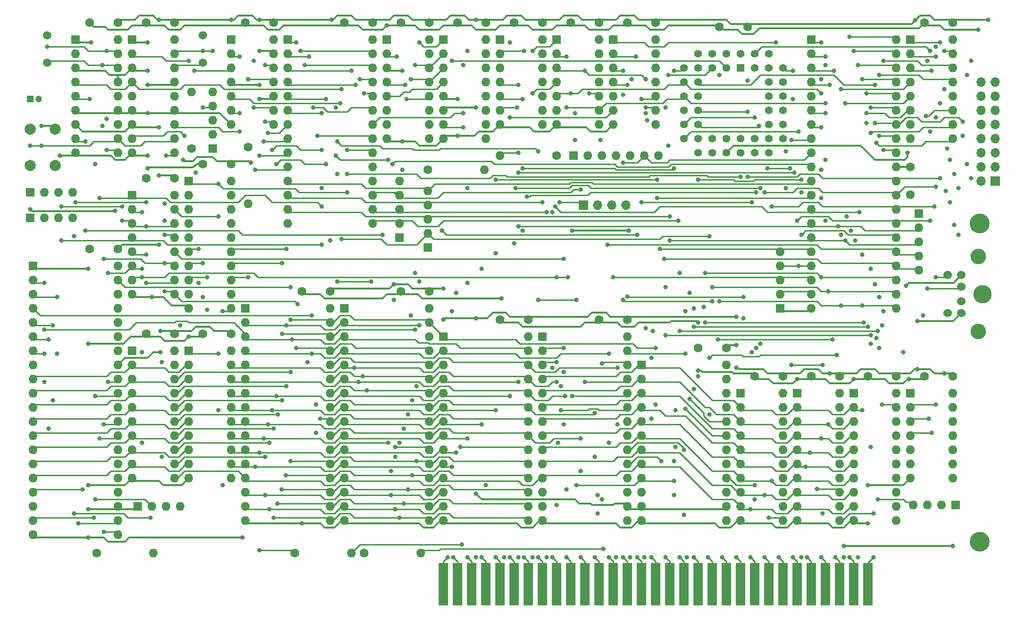
<source format=gbr>
G04 #@! TF.GenerationSoftware,KiCad,Pcbnew,(5.1.8)-1*
G04 #@! TF.CreationDate,2024-05-03T12:08:33-06:00*
G04 #@! TF.ProjectId,8088 PCB,38303838-2050-4434-922e-6b696361645f,rev?*
G04 #@! TF.SameCoordinates,Original*
G04 #@! TF.FileFunction,Copper,L1,Top*
G04 #@! TF.FilePolarity,Positive*
%FSLAX46Y46*%
G04 Gerber Fmt 4.6, Leading zero omitted, Abs format (unit mm)*
G04 Created by KiCad (PCBNEW (5.1.8)-1) date 2024-05-03 12:08:33*
%MOMM*%
%LPD*%
G01*
G04 APERTURE LIST*
G04 #@! TA.AperFunction,ComponentPad*
%ADD10O,1.600000X1.600000*%
G04 #@! TD*
G04 #@! TA.AperFunction,ComponentPad*
%ADD11R,1.600000X1.600000*%
G04 #@! TD*
G04 #@! TA.AperFunction,ComponentPad*
%ADD12O,1.700000X1.700000*%
G04 #@! TD*
G04 #@! TA.AperFunction,ComponentPad*
%ADD13R,1.700000X1.700000*%
G04 #@! TD*
G04 #@! TA.AperFunction,ComponentPad*
%ADD14C,1.600000*%
G04 #@! TD*
G04 #@! TA.AperFunction,ConnectorPad*
%ADD15R,1.780000X7.620000*%
G04 #@! TD*
G04 #@! TA.AperFunction,ComponentPad*
%ADD16C,1.500000*%
G04 #@! TD*
G04 #@! TA.AperFunction,ComponentPad*
%ADD17C,1.422400*%
G04 #@! TD*
G04 #@! TA.AperFunction,ComponentPad*
%ADD18R,1.422400X1.422400*%
G04 #@! TD*
G04 #@! TA.AperFunction,ComponentPad*
%ADD19C,2.000000*%
G04 #@! TD*
G04 #@! TA.AperFunction,ComponentPad*
%ADD20C,1.200000*%
G04 #@! TD*
G04 #@! TA.AperFunction,ComponentPad*
%ADD21R,1.200000X1.200000*%
G04 #@! TD*
G04 #@! TA.AperFunction,ComponentPad*
%ADD22C,3.556000*%
G04 #@! TD*
G04 #@! TA.AperFunction,ComponentPad*
%ADD23C,2.794000*%
G04 #@! TD*
G04 #@! TA.AperFunction,ComponentPad*
%ADD24C,3.302000*%
G04 #@! TD*
G04 #@! TA.AperFunction,ComponentPad*
%ADD25C,1.524000*%
G04 #@! TD*
G04 #@! TA.AperFunction,ViaPad*
%ADD26C,0.800000*%
G04 #@! TD*
G04 #@! TA.AperFunction,Conductor*
%ADD27C,0.250000*%
G04 #@! TD*
G04 #@! TA.AperFunction,Conductor*
%ADD28C,0.330200*%
G04 #@! TD*
G04 APERTURE END LIST*
D10*
G04 #@! TO.P,R12,7*
G04 #@! TO.N,/760_WR*
X173228000Y-64008000D03*
G04 #@! TO.P,R12,6*
G04 #@! TO.N,/AEN*
X170688000Y-64008000D03*
G04 #@! TO.P,R12,5*
G04 #@! TO.N,/CH_CK_*
X168148000Y-64008000D03*
G04 #@! TO.P,R12,4*
G04 #@! TO.N,/EOP*
X165608000Y-64008000D03*
G04 #@! TO.P,R12,3*
G04 #@! TO.N,/CS_61_RD*
X163068000Y-64008000D03*
G04 #@! TO.P,R12,2*
G04 #@! TO.N,/CS_61_WR*
X160528000Y-64008000D03*
D11*
G04 #@! TO.P,R12,1*
G04 #@! TO.N,/5+*
X157988000Y-64008000D03*
G04 #@! TD*
D10*
G04 #@! TO.P,R8,5*
G04 #@! TO.N,/00_CS*
X131826000Y-70358000D03*
G04 #@! TO.P,R8,4*
G04 #@! TO.N,/20_CS*
X131826000Y-72898000D03*
G04 #@! TO.P,R8,3*
G04 #@! TO.N,/40_CS*
X131826000Y-75438000D03*
G04 #@! TO.P,R8,2*
G04 #@! TO.N,/RDY1*
X131826000Y-77978000D03*
D11*
G04 #@! TO.P,R8,1*
G04 #@! TO.N,/5+*
X131826000Y-80518000D03*
G04 #@! TD*
D10*
G04 #@! TO.P,R10,5*
G04 #@! TO.N,/E0_CS*
X126746000Y-68580000D03*
G04 #@! TO.P,R10,4*
G04 #@! TO.N,/80_CS*
X126746000Y-71120000D03*
G04 #@! TO.P,R10,3*
G04 #@! TO.N,/61_CS*
X126746000Y-73660000D03*
G04 #@! TO.P,R10,2*
G04 #@! TO.N,/60_CS*
X126746000Y-76200000D03*
D11*
G04 #@! TO.P,R10,1*
G04 #@! TO.N,/5+*
X126746000Y-78740000D03*
G04 #@! TD*
D12*
G04 #@! TO.P,J4,16*
G04 #@! TO.N,/GND*
X231140000Y-50800000D03*
G04 #@! TO.P,J4,15*
G04 #@! TO.N,/D0*
X233680000Y-50800000D03*
G04 #@! TO.P,J4,14*
G04 #@! TO.N,/GND*
X231140000Y-53340000D03*
G04 #@! TO.P,J4,13*
G04 #@! TO.N,/D1*
X233680000Y-53340000D03*
G04 #@! TO.P,J4,12*
G04 #@! TO.N,/5+*
X231140000Y-55880000D03*
G04 #@! TO.P,J4,11*
G04 #@! TO.N,/D2*
X233680000Y-55880000D03*
G04 #@! TO.P,J4,10*
G04 #@! TO.N,Net-(J4-Pad10)*
X231140000Y-58420000D03*
G04 #@! TO.P,J4,9*
G04 #@! TO.N,/D3*
X233680000Y-58420000D03*
G04 #@! TO.P,J4,8*
G04 #@! TO.N,/A2*
X231140000Y-60960000D03*
G04 #@! TO.P,J4,7*
G04 #@! TO.N,/D4*
X233680000Y-60960000D03*
G04 #@! TO.P,J4,6*
G04 #@! TO.N,/E0_CS*
X231140000Y-63500000D03*
G04 #@! TO.P,J4,5*
G04 #@! TO.N,/D5*
X233680000Y-63500000D03*
G04 #@! TO.P,J4,4*
G04 #@! TO.N,/IORD*
X231140000Y-66040000D03*
G04 #@! TO.P,J4,3*
G04 #@! TO.N,/D6*
X233680000Y-66040000D03*
G04 #@! TO.P,J4,2*
G04 #@! TO.N,/IOWR*
X231140000Y-68580000D03*
D13*
G04 #@! TO.P,J4,1*
G04 #@! TO.N,/D7*
X233680000Y-68580000D03*
G04 #@! TD*
D10*
G04 #@! TO.P,R17,5*
G04 #@! TO.N,/DRQ3*
X195072000Y-81280000D03*
G04 #@! TO.P,R17,4*
G04 #@! TO.N,/DRQ2*
X195072000Y-83820000D03*
G04 #@! TO.P,R17,3*
G04 #@! TO.N,/DRQ1*
X195072000Y-86360000D03*
G04 #@! TO.P,R17,2*
G04 #@! TO.N,/DRQ0_*
X195072000Y-88900000D03*
D11*
G04 #@! TO.P,R17,1*
G04 #@! TO.N,/GND*
X195072000Y-91440000D03*
G04 #@! TD*
D10*
G04 #@! TO.P,R16,5*
G04 #@! TO.N,/DACK1*
X219964000Y-84582000D03*
G04 #@! TO.P,R16,4*
G04 #@! TO.N,/REFRQ*
X219964000Y-82042000D03*
G04 #@! TO.P,R16,3*
G04 #@! TO.N,/DACK3*
X219964000Y-79502000D03*
G04 #@! TO.P,R16,2*
G04 #@! TO.N,/DACK2*
X219964000Y-76962000D03*
D11*
G04 #@! TO.P,R16,1*
G04 #@! TO.N,/5+*
X219964000Y-74422000D03*
G04 #@! TD*
D10*
G04 #@! TO.P,R14,4*
G04 #@! TO.N,/NMI*
X87376000Y-127000000D03*
G04 #@! TO.P,R14,3*
G04 #@! TO.N,/DEN*
X84836000Y-127000000D03*
G04 #@! TO.P,R14,2*
G04 #@! TO.N,/HOLD*
X82296000Y-127000000D03*
D11*
G04 #@! TO.P,R14,1*
G04 #@! TO.N,/GND*
X79756000Y-127000000D03*
G04 #@! TD*
D10*
G04 #@! TO.P,R2,4*
G04 #@! TO.N,/IORD*
X68072000Y-70612000D03*
G04 #@! TO.P,R2,3*
G04 #@! TO.N,/PU1*
X65532000Y-70612000D03*
G04 #@! TO.P,R2,2*
G04 #@! TO.N,/RESET*
X62992000Y-70612000D03*
D11*
G04 #@! TO.P,R2,1*
G04 #@! TO.N,/5+*
X60452000Y-70612000D03*
G04 #@! TD*
D10*
G04 #@! TO.P,R1,4*
G04 #@! TO.N,/IOWR*
X68072000Y-75184000D03*
G04 #@! TO.P,R1,3*
G04 #@! TO.N,/MRD*
X65532000Y-75184000D03*
G04 #@! TO.P,R1,2*
G04 #@! TO.N,/MWR*
X62992000Y-75184000D03*
D11*
G04 #@! TO.P,R1,1*
G04 #@! TO.N,/5+*
X60452000Y-75184000D03*
G04 #@! TD*
D10*
G04 #@! TO.P,R18,5*
G04 #@! TO.N,/X1*
X93218000Y-52578000D03*
G04 #@! TO.P,R18,4*
G04 #@! TO.N,/X2*
X93218000Y-55118000D03*
G04 #@! TO.P,R18,3*
G04 #@! TO.N,/X1A*
X93218000Y-57658000D03*
G04 #@! TO.P,R18,2*
G04 #@! TO.N,/X2A*
X93218000Y-60198000D03*
D11*
G04 #@! TO.P,R18,1*
G04 #@! TO.N,/GND*
X93218000Y-62738000D03*
G04 #@! TD*
D10*
G04 #@! TO.P,R13,2*
G04 #@! TO.N,/SPK_PIN*
X144780000Y-64008000D03*
D14*
G04 #@! TO.P,R13,1*
G04 #@! TO.N,/SPK_PIN_O*
X154940000Y-64008000D03*
G04 #@! TD*
D10*
G04 #@! TO.P,R11,2*
G04 #@! TO.N,/CLK88_1*
X141986000Y-66548000D03*
D14*
G04 #@! TO.P,R11,1*
G04 #@! TO.N,/CLK*
X131826000Y-66548000D03*
G04 #@! TD*
D10*
G04 #@! TO.P,R9,2*
G04 #@! TO.N,/CLK1*
X82550000Y-135382000D03*
D14*
G04 #@! TO.P,R9,1*
G04 #@! TO.N,/CLK_88*
X72390000Y-135382000D03*
G04 #@! TD*
D10*
G04 #@! TO.P,R7,4*
G04 #@! TO.N,/CH_CK*
X218948000Y-126746000D03*
G04 #@! TO.P,R7,3*
G04 #@! TO.N,/T1*
X221488000Y-126746000D03*
G04 #@! TO.P,R7,2*
G04 #@! TO.N,/T0*
X224028000Y-126746000D03*
D11*
G04 #@! TO.P,R7,1*
G04 #@! TO.N,/5+*
X226568000Y-126746000D03*
G04 #@! TD*
D10*
G04 #@! TO.P,R6,2*
G04 #@! TO.N,/OSC88*
X118110000Y-135382000D03*
D14*
G04 #@! TO.P,R6,1*
G04 #@! TO.N,/OSC*
X107950000Y-135382000D03*
G04 #@! TD*
D10*
G04 #@! TO.P,R5,2*
G04 #@! TO.N,/OSC*
X99568000Y-72644000D03*
D14*
G04 #@! TO.P,R5,1*
G04 #@! TO.N,/OSC88HF*
X99568000Y-62484000D03*
G04 #@! TD*
D10*
G04 #@! TO.P,R4,2*
G04 #@! TO.N,/PCLK*
X89408000Y-52578000D03*
D14*
G04 #@! TO.P,R4,1*
G04 #@! TO.N,/PCLK88*
X89408000Y-62738000D03*
G04 #@! TD*
D10*
G04 #@! TO.P,R3,2*
G04 #@! TO.N,/CLK88*
X130556000Y-135382000D03*
D14*
G04 #@! TO.P,R3,1*
G04 #@! TO.N,/CLK*
X120396000Y-135382000D03*
G04 #@! TD*
D12*
G04 #@! TO.P,J3,4*
G04 #@! TO.N,/5+*
X167386000Y-72898000D03*
G04 #@! TO.P,J3,3*
G04 #@! TO.N,/GND*
X164846000Y-72898000D03*
G04 #@! TO.P,J3,2*
G04 #@! TO.N,Net-(J3-Pad2)*
X162306000Y-72898000D03*
D13*
G04 #@! TO.P,J3,1*
G04 #@! TO.N,/SPK_PIN_O*
X159766000Y-72898000D03*
G04 #@! TD*
D14*
G04 #@! TO.P,C26,2*
G04 #@! TO.N,/GND*
X157560000Y-40132000D03*
G04 #@! TO.P,C26,1*
G04 #@! TO.N,/5+*
X162560000Y-40132000D03*
G04 #@! TD*
G04 #@! TO.P,C25,2*
G04 #@! TO.N,/GND*
X147400000Y-40132000D03*
G04 #@! TO.P,C25,1*
G04 #@! TO.N,/5+*
X152400000Y-40132000D03*
G04 #@! TD*
G04 #@! TO.P,C24,2*
G04 #@! TO.N,/GND*
X200740000Y-103632000D03*
G04 #@! TO.P,C24,1*
G04 #@! TO.N,/5+*
X205740000Y-103632000D03*
G04 #@! TD*
G04 #@! TO.P,C23,2*
G04 #@! TO.N,/GND*
X210900000Y-103632000D03*
G04 #@! TO.P,C23,1*
G04 #@! TO.N,/5+*
X215900000Y-103632000D03*
G04 #@! TD*
G04 #@! TO.P,C22,2*
G04 #@! TO.N,/GND*
X71200000Y-40132000D03*
G04 #@! TO.P,C22,1*
G04 #@! TO.N,/5+*
X76200000Y-40132000D03*
G04 #@! TD*
G04 #@! TO.P,C21,2*
G04 #@! TO.N,/GND*
X167720000Y-40132000D03*
G04 #@! TO.P,C21,1*
G04 #@! TO.N,/5+*
X172720000Y-40132000D03*
G04 #@! TD*
G04 #@! TO.P,C20,2*
G04 #@! TO.N,/GND*
X221060000Y-103632000D03*
G04 #@! TO.P,C20,1*
G04 #@! TO.N,/5+*
X226060000Y-103632000D03*
G04 #@! TD*
G04 #@! TO.P,C19,2*
G04 #@! TO.N,/GND*
X184230000Y-40894000D03*
G04 #@! TO.P,C19,1*
G04 #@! TO.N,/5+*
X189230000Y-40894000D03*
G04 #@! TD*
G04 #@! TO.P,C18,2*
G04 #@! TO.N,/GND*
X99140000Y-40132000D03*
G04 #@! TO.P,C18,1*
G04 #@! TO.N,/5+*
X104140000Y-40132000D03*
G04 #@! TD*
G04 #@! TO.P,C17,2*
G04 #@! TO.N,/GND*
X81360000Y-40132000D03*
G04 #@! TO.P,C17,1*
G04 #@! TO.N,/5+*
X86360000Y-40132000D03*
G04 #@! TD*
G04 #@! TO.P,C16,2*
G04 #@! TO.N,/GND*
X137240000Y-40132000D03*
G04 #@! TO.P,C16,1*
G04 #@! TO.N,/5+*
X142240000Y-40132000D03*
G04 #@! TD*
G04 #@! TO.P,C15,2*
G04 #@! TO.N,/GND*
X144860000Y-93472000D03*
G04 #@! TO.P,C15,1*
G04 #@! TO.N,/5+*
X149860000Y-93472000D03*
G04 #@! TD*
G04 #@! TO.P,C14,2*
G04 #@! TO.N,/GND*
X127080000Y-88392000D03*
G04 #@! TO.P,C14,1*
G04 #@! TO.N,/5+*
X132080000Y-88392000D03*
G04 #@! TD*
G04 #@! TO.P,C13,2*
G04 #@! TO.N,/GND*
X109300000Y-88392000D03*
G04 #@! TO.P,C13,1*
G04 #@! TO.N,/5+*
X114300000Y-88392000D03*
G04 #@! TD*
G04 #@! TO.P,C12,2*
G04 #@! TO.N,/GND*
X127080000Y-40132000D03*
G04 #@! TO.P,C12,1*
G04 #@! TO.N,/5+*
X132080000Y-40132000D03*
G04 #@! TD*
G04 #@! TO.P,C11,2*
G04 #@! TO.N,/GND*
X190580000Y-103632000D03*
G04 #@! TO.P,C11,1*
G04 #@! TO.N,/5+*
X195580000Y-103632000D03*
G04 #@! TD*
G04 #@! TO.P,C10,2*
G04 #@! TO.N,/GND*
X218440000Y-71040000D03*
G04 #@! TO.P,C10,1*
G04 #@! TO.N,/5+*
X218440000Y-66040000D03*
G04 #@! TD*
G04 #@! TO.P,C9,2*
G04 #@! TO.N,/GND*
X116920000Y-40132000D03*
G04 #@! TO.P,C9,1*
G04 #@! TO.N,/5+*
X121920000Y-40132000D03*
G04 #@! TD*
G04 #@! TO.P,C8,2*
G04 #@! TO.N,/GND*
X81360000Y-68072000D03*
G04 #@! TO.P,C8,1*
G04 #@! TO.N,/5+*
X86360000Y-68072000D03*
G04 #@! TD*
G04 #@! TO.P,C7,2*
G04 #@! TO.N,/GND*
X221060000Y-40132000D03*
G04 #@! TO.P,C7,1*
G04 #@! TO.N,/5+*
X226060000Y-40132000D03*
G04 #@! TD*
G04 #@! TO.P,C6,2*
G04 #@! TO.N,/GND*
X162640000Y-93472000D03*
G04 #@! TO.P,C6,1*
G04 #@! TO.N,/5+*
X167640000Y-93472000D03*
G04 #@! TD*
G04 #@! TO.P,C5,2*
G04 #@! TO.N,/GND*
X180420000Y-98552000D03*
G04 #@! TO.P,C5,1*
G04 #@! TO.N,/5+*
X185420000Y-98552000D03*
G04 #@! TD*
G04 #@! TO.P,C4,2*
G04 #@! TO.N,/GND*
X81360000Y-96012000D03*
G04 #@! TO.P,C4,1*
G04 #@! TO.N,/5+*
X86360000Y-96012000D03*
G04 #@! TD*
G04 #@! TO.P,C3,2*
G04 #@! TO.N,/GND*
X91520000Y-65532000D03*
G04 #@! TO.P,C3,1*
G04 #@! TO.N,/5+*
X96520000Y-65532000D03*
G04 #@! TD*
G04 #@! TO.P,C2,2*
G04 #@! TO.N,/GND*
X91520000Y-96012000D03*
G04 #@! TO.P,C2,1*
G04 #@! TO.N,/5+*
X96520000Y-96012000D03*
G04 #@! TD*
G04 #@! TO.P,C1,2*
G04 #@! TO.N,/GND*
X71200000Y-80772000D03*
G04 #@! TO.P,C1,1*
G04 #@! TO.N,/5+*
X76200000Y-80772000D03*
G04 #@! TD*
D15*
G04 #@! TO.P,J1,62*
G04 #@! TO.N,/A0*
X134620000Y-140970000D03*
G04 #@! TO.P,J1,61*
G04 #@! TO.N,/A1*
X137160000Y-140970000D03*
G04 #@! TO.P,J1,60*
G04 #@! TO.N,/A2*
X139700000Y-140970000D03*
G04 #@! TO.P,J1,59*
G04 #@! TO.N,/A3*
X142240000Y-140970000D03*
G04 #@! TO.P,J1,58*
G04 #@! TO.N,/A4*
X144780000Y-140970000D03*
G04 #@! TO.P,J1,57*
G04 #@! TO.N,/A5*
X147320000Y-140970000D03*
G04 #@! TO.P,J1,56*
G04 #@! TO.N,/A6*
X149860000Y-140970000D03*
G04 #@! TO.P,J1,55*
G04 #@! TO.N,/A7*
X152400000Y-140970000D03*
G04 #@! TO.P,J1,54*
G04 #@! TO.N,/A8*
X154940000Y-140970000D03*
G04 #@! TO.P,J1,53*
G04 #@! TO.N,/A9*
X157480000Y-140970000D03*
G04 #@! TO.P,J1,52*
G04 #@! TO.N,/A10*
X160020000Y-140970000D03*
G04 #@! TO.P,J1,51*
G04 #@! TO.N,/A11*
X162560000Y-140970000D03*
G04 #@! TO.P,J1,50*
G04 #@! TO.N,/A12*
X165100000Y-140970000D03*
G04 #@! TO.P,J1,49*
G04 #@! TO.N,/A13*
X167640000Y-140970000D03*
G04 #@! TO.P,J1,48*
G04 #@! TO.N,/A14*
X170180000Y-140970000D03*
G04 #@! TO.P,J1,47*
G04 #@! TO.N,/A15*
X172720000Y-140970000D03*
G04 #@! TO.P,J1,46*
G04 #@! TO.N,/A16*
X175260000Y-140970000D03*
G04 #@! TO.P,J1,45*
G04 #@! TO.N,/A17*
X177800000Y-140970000D03*
G04 #@! TO.P,J1,44*
G04 #@! TO.N,/A18*
X180340000Y-140970000D03*
G04 #@! TO.P,J1,43*
G04 #@! TO.N,/A19*
X182880000Y-140970000D03*
G04 #@! TO.P,J1,42*
G04 #@! TO.N,/AEN*
X185420000Y-140970000D03*
G04 #@! TO.P,J1,41*
G04 #@! TO.N,/RDY1*
X187960000Y-140970000D03*
G04 #@! TO.P,J1,40*
G04 #@! TO.N,/D0*
X190500000Y-140970000D03*
G04 #@! TO.P,J1,39*
G04 #@! TO.N,/D1*
X193040000Y-140970000D03*
G04 #@! TO.P,J1,38*
G04 #@! TO.N,/D2*
X195580000Y-140970000D03*
G04 #@! TO.P,J1,37*
G04 #@! TO.N,/D3*
X198120000Y-140970000D03*
G04 #@! TO.P,J1,36*
G04 #@! TO.N,/D4*
X200660000Y-140970000D03*
G04 #@! TO.P,J1,35*
G04 #@! TO.N,/D5*
X203200000Y-140970000D03*
G04 #@! TO.P,J1,34*
G04 #@! TO.N,/D6*
X205740000Y-140970000D03*
G04 #@! TO.P,J1,33*
G04 #@! TO.N,/D7*
X208280000Y-140970000D03*
G04 #@! TO.P,J1,32*
G04 #@! TO.N,/CH_CK*
X210820000Y-140970000D03*
G04 #@! TD*
D16*
G04 #@! TO.P,Y2,2*
G04 #@! TO.N,/X1A*
X63500000Y-42418000D03*
G04 #@! TO.P,Y2,1*
G04 #@! TO.N,/X2A*
X63500000Y-47318000D03*
G04 #@! TD*
G04 #@! TO.P,Y1,2*
G04 #@! TO.N,/X1*
X91440000Y-42418000D03*
G04 #@! TO.P,Y1,1*
G04 #@! TO.N,/X2*
X91440000Y-47318000D03*
G04 #@! TD*
D10*
G04 #@! TO.P,U26,14*
G04 #@! TO.N,/5+*
X162560000Y-43180000D03*
G04 #@! TO.P,U26,7*
G04 #@! TO.N,/GND*
X154940000Y-58420000D03*
G04 #@! TO.P,U26,13*
G04 #@! TO.N,N/C*
X162560000Y-45720000D03*
G04 #@! TO.P,U26,6*
G04 #@! TO.N,/CS_61_RD*
X154940000Y-55880000D03*
G04 #@! TO.P,U26,12*
G04 #@! TO.N,N/C*
X162560000Y-48260000D03*
G04 #@! TO.P,U26,5*
G04 #@! TO.N,/IORD*
X154940000Y-53340000D03*
G04 #@! TO.P,U26,11*
G04 #@! TO.N,N/C*
X162560000Y-50800000D03*
G04 #@! TO.P,U26,4*
G04 #@! TO.N,/61_CS*
X154940000Y-50800000D03*
G04 #@! TO.P,U26,10*
G04 #@! TO.N,/80_CS*
X162560000Y-53340000D03*
G04 #@! TO.P,U26,3*
G04 #@! TO.N,/CS_61_WR*
X154940000Y-48260000D03*
G04 #@! TO.P,U26,9*
G04 #@! TO.N,/IOWR*
X162560000Y-55880000D03*
G04 #@! TO.P,U26,2*
X154940000Y-45720000D03*
G04 #@! TO.P,U26,8*
G04 #@! TO.N,/760_WR*
X162560000Y-58420000D03*
D11*
G04 #@! TO.P,U26,1*
G04 #@! TO.N,/61_CS*
X154940000Y-43180000D03*
G04 #@! TD*
D10*
G04 #@! TO.P,U25,14*
G04 #@! TO.N,/5+*
X152400000Y-43180000D03*
G04 #@! TO.P,U25,7*
G04 #@! TO.N,/GND*
X144780000Y-58420000D03*
G04 #@! TO.P,U25,13*
G04 #@! TO.N,N/C*
X152400000Y-45720000D03*
G04 #@! TO.P,U25,6*
G04 #@! TO.N,/SPK_PIN*
X144780000Y-55880000D03*
G04 #@! TO.P,U25,12*
G04 #@! TO.N,N/C*
X152400000Y-48260000D03*
G04 #@! TO.P,U25,5*
G04 #@! TO.N,/SPK_OUT*
X144780000Y-53340000D03*
G04 #@! TO.P,U25,11*
G04 #@! TO.N,N/C*
X152400000Y-50800000D03*
G04 #@! TO.P,U25,4*
G04 #@! TO.N,/SPK_EN*
X144780000Y-50800000D03*
G04 #@! TO.P,U25,10*
G04 #@! TO.N,N/C*
X152400000Y-53340000D03*
G04 #@! TO.P,U25,3*
G04 #@! TO.N,/CH_CK_*
X144780000Y-48260000D03*
G04 #@! TO.P,U25,9*
G04 #@! TO.N,N/C*
X152400000Y-55880000D03*
G04 #@! TO.P,U25,2*
G04 #@! TO.N,/CH_CK*
X144780000Y-45720000D03*
G04 #@! TO.P,U25,8*
G04 #@! TO.N,N/C*
X152400000Y-58420000D03*
D11*
G04 #@! TO.P,U25,1*
G04 #@! TO.N,/NMI_EN*
X144780000Y-43180000D03*
G04 #@! TD*
D10*
G04 #@! TO.P,U24,20*
G04 #@! TO.N,/5+*
X205740000Y-106680000D03*
G04 #@! TO.P,U24,10*
G04 #@! TO.N,/GND*
X198120000Y-129540000D03*
G04 #@! TO.P,U24,19*
G04 #@! TO.N,/PORT_61_7*
X205740000Y-109220000D03*
G04 #@! TO.P,U24,9*
G04 #@! TO.N,/D0*
X198120000Y-127000000D03*
G04 #@! TO.P,U24,18*
G04 #@! TO.N,/PORT_61_6*
X205740000Y-111760000D03*
G04 #@! TO.P,U24,8*
G04 #@! TO.N,/D1*
X198120000Y-124460000D03*
G04 #@! TO.P,U24,17*
G04 #@! TO.N,/NMI_EN*
X205740000Y-114300000D03*
G04 #@! TO.P,U24,7*
G04 #@! TO.N,/D2*
X198120000Y-121920000D03*
G04 #@! TO.P,U24,16*
G04 #@! TO.N,/PORT_61_4*
X205740000Y-116840000D03*
G04 #@! TO.P,U24,6*
G04 #@! TO.N,/D3*
X198120000Y-119380000D03*
G04 #@! TO.P,U24,15*
G04 #@! TO.N,/PORT_61_3*
X205740000Y-119380000D03*
G04 #@! TO.P,U24,5*
G04 #@! TO.N,/D4*
X198120000Y-116840000D03*
G04 #@! TO.P,U24,14*
G04 #@! TO.N,/PORT_61_2*
X205740000Y-121920000D03*
G04 #@! TO.P,U24,4*
G04 #@! TO.N,/D5*
X198120000Y-114300000D03*
G04 #@! TO.P,U24,13*
G04 #@! TO.N,/SPK_EN*
X205740000Y-124460000D03*
G04 #@! TO.P,U24,3*
G04 #@! TO.N,/D6*
X198120000Y-111760000D03*
G04 #@! TO.P,U24,12*
G04 #@! TO.N,/SPK_GO*
X205740000Y-127000000D03*
G04 #@! TO.P,U24,2*
G04 #@! TO.N,/D7*
X198120000Y-109220000D03*
G04 #@! TO.P,U24,11*
G04 #@! TO.N,/CS_61_WR_*
X205740000Y-129540000D03*
D11*
G04 #@! TO.P,U24,1*
G04 #@! TO.N,/GND*
X198120000Y-106680000D03*
G04 #@! TD*
D10*
G04 #@! TO.P,U23,20*
G04 #@! TO.N,/5+*
X215900000Y-106680000D03*
G04 #@! TO.P,U23,10*
G04 #@! TO.N,/GND*
X208280000Y-129540000D03*
G04 #@! TO.P,U23,19*
G04 #@! TO.N,/CS_61_RD*
X215900000Y-109220000D03*
G04 #@! TO.P,U23,9*
G04 #@! TO.N,/D0*
X208280000Y-127000000D03*
G04 #@! TO.P,U23,18*
G04 #@! TO.N,/PORT_61_7*
X215900000Y-111760000D03*
G04 #@! TO.P,U23,8*
G04 #@! TO.N,/D1*
X208280000Y-124460000D03*
G04 #@! TO.P,U23,17*
G04 #@! TO.N,/PORT_61_6*
X215900000Y-114300000D03*
G04 #@! TO.P,U23,7*
G04 #@! TO.N,/D2*
X208280000Y-121920000D03*
G04 #@! TO.P,U23,16*
G04 #@! TO.N,/NMI_EN*
X215900000Y-116840000D03*
G04 #@! TO.P,U23,6*
G04 #@! TO.N,/D3*
X208280000Y-119380000D03*
G04 #@! TO.P,U23,15*
G04 #@! TO.N,/PORT_61_4*
X215900000Y-119380000D03*
G04 #@! TO.P,U23,5*
G04 #@! TO.N,/D4*
X208280000Y-116840000D03*
G04 #@! TO.P,U23,14*
G04 #@! TO.N,/PORT_61_3*
X215900000Y-121920000D03*
G04 #@! TO.P,U23,4*
G04 #@! TO.N,/D5*
X208280000Y-114300000D03*
G04 #@! TO.P,U23,13*
G04 #@! TO.N,/PORT_61_2*
X215900000Y-124460000D03*
G04 #@! TO.P,U23,3*
G04 #@! TO.N,/D6*
X208280000Y-111760000D03*
G04 #@! TO.P,U23,12*
G04 #@! TO.N,/SPK_EN*
X215900000Y-127000000D03*
G04 #@! TO.P,U23,2*
G04 #@! TO.N,/D7*
X208280000Y-109220000D03*
G04 #@! TO.P,U23,11*
G04 #@! TO.N,/SPK_GO*
X215900000Y-129540000D03*
D11*
G04 #@! TO.P,U23,1*
G04 #@! TO.N,/GND*
X208280000Y-106680000D03*
G04 #@! TD*
D10*
G04 #@! TO.P,U22,18*
G04 #@! TO.N,/5+*
X76200000Y-43180000D03*
G04 #@! TO.P,U22,9*
G04 #@! TO.N,/GND*
X68580000Y-63500000D03*
G04 #@! TO.P,U22,17*
G04 #@! TO.N,/X1A*
X76200000Y-45720000D03*
G04 #@! TO.P,U22,8*
G04 #@! TO.N,/CLK1*
X68580000Y-60960000D03*
G04 #@! TO.P,U22,16*
G04 #@! TO.N,/X2A*
X76200000Y-48260000D03*
G04 #@! TO.P,U22,7*
G04 #@! TO.N,/5+*
X68580000Y-58420000D03*
G04 #@! TO.P,U22,15*
G04 #@! TO.N,/GND*
X76200000Y-50800000D03*
G04 #@! TO.P,U22,6*
X68580000Y-55880000D03*
G04 #@! TO.P,U22,14*
G04 #@! TO.N,Net-(U22-Pad14)*
X76200000Y-53340000D03*
G04 #@! TO.P,U22,5*
G04 #@! TO.N,/READY1*
X68580000Y-53340000D03*
G04 #@! TO.P,U22,13*
G04 #@! TO.N,/GND*
X76200000Y-55880000D03*
G04 #@! TO.P,U22,4*
G04 #@! TO.N,/RDY1*
X68580000Y-50800000D03*
G04 #@! TO.P,U22,12*
G04 #@! TO.N,Net-(U22-Pad12)*
X76200000Y-58420000D03*
G04 #@! TO.P,U22,3*
G04 #@! TO.N,/GND*
X68580000Y-48260000D03*
G04 #@! TO.P,U22,11*
G04 #@! TO.N,/RESET*
X76200000Y-60960000D03*
G04 #@! TO.P,U22,2*
G04 #@! TO.N,Net-(U22-Pad2)*
X68580000Y-45720000D03*
G04 #@! TO.P,U22,10*
G04 #@! TO.N,/RESET1*
X76200000Y-63500000D03*
D11*
G04 #@! TO.P,U22,1*
G04 #@! TO.N,/GND*
X68580000Y-43180000D03*
G04 #@! TD*
D10*
G04 #@! TO.P,U21,14*
G04 #@! TO.N,/5+*
X172720000Y-43180000D03*
G04 #@! TO.P,U21,7*
G04 #@! TO.N,/GND*
X165100000Y-58420000D03*
G04 #@! TO.P,U21,13*
G04 #@! TO.N,/IOM*
X172720000Y-45720000D03*
G04 #@! TO.P,U21,6*
G04 #@! TO.N,/TC*
X165100000Y-55880000D03*
G04 #@! TO.P,U21,12*
G04 #@! TO.N,/IOM_*
X172720000Y-48260000D03*
G04 #@! TO.P,U21,5*
G04 #@! TO.N,/EOP*
X165100000Y-53340000D03*
G04 #@! TO.P,U21,11*
G04 #@! TO.N,/CH_CK_*
X172720000Y-50800000D03*
G04 #@! TO.P,U21,4*
G04 #@! TO.N,/AEN_OE*
X165100000Y-50800000D03*
G04 #@! TO.P,U21,10*
G04 #@! TO.N,/NMI*
X172720000Y-53340000D03*
G04 #@! TO.P,U21,3*
G04 #@! TO.N,/AEN*
X165100000Y-48260000D03*
G04 #@! TO.P,U21,9*
G04 #@! TO.N,/CS_61_WR*
X172720000Y-55880000D03*
G04 #@! TO.P,U21,2*
G04 #@! TO.N,/KBD_CLK_INVERTED*
X165100000Y-45720000D03*
G04 #@! TO.P,U21,8*
G04 #@! TO.N,/CS_61_WR_*
X172720000Y-58420000D03*
D11*
G04 #@! TO.P,U21,1*
G04 #@! TO.N,/KBD_CLK*
X165100000Y-43180000D03*
G04 #@! TD*
D10*
G04 #@! TO.P,U20,14*
G04 #@! TO.N,/5+*
X226060000Y-106680000D03*
G04 #@! TO.P,U20,7*
G04 #@! TO.N,/GND*
X218440000Y-121920000D03*
G04 #@! TO.P,U20,13*
G04 #@! TO.N,N/C*
X226060000Y-109220000D03*
G04 #@! TO.P,U20,6*
X218440000Y-119380000D03*
G04 #@! TO.P,U20,12*
X226060000Y-111760000D03*
G04 #@! TO.P,U20,5*
X218440000Y-116840000D03*
G04 #@! TO.P,U20,11*
X226060000Y-114300000D03*
G04 #@! TO.P,U20,4*
G04 #@! TO.N,/T1*
X218440000Y-114300000D03*
G04 #@! TO.P,U20,10*
G04 #@! TO.N,N/C*
X226060000Y-116840000D03*
G04 #@! TO.P,U20,3*
G04 #@! TO.N,/KBD_DATA*
X218440000Y-111760000D03*
G04 #@! TO.P,U20,9*
G04 #@! TO.N,N/C*
X226060000Y-119380000D03*
G04 #@! TO.P,U20,2*
G04 #@! TO.N,/T0*
X218440000Y-109220000D03*
G04 #@! TO.P,U20,8*
G04 #@! TO.N,N/C*
X226060000Y-121920000D03*
D11*
G04 #@! TO.P,U20,1*
G04 #@! TO.N,/KBD_CLK_INVERTED*
X218440000Y-106680000D03*
G04 #@! TD*
D17*
G04 #@! TO.P,U19,39*
G04 #@! TO.N,/IRQ1*
X195580000Y-48260000D03*
G04 #@! TO.P,U19,37*
G04 #@! TO.N,Net-(U19-Pad37)*
X195580000Y-50800000D03*
G04 #@! TO.P,U19,35*
G04 #@! TO.N,Net-(U19-Pad35)*
X195580000Y-53340000D03*
G04 #@! TO.P,U19,33*
G04 #@! TO.N,Net-(U19-Pad33)*
X195580000Y-55880000D03*
G04 #@! TO.P,U19,31*
G04 #@! TO.N,Net-(U19-Pad31)*
X195580000Y-58420000D03*
G04 #@! TO.P,U19,40*
G04 #@! TO.N,Net-(U19-Pad40)*
X193040000Y-45720000D03*
G04 #@! TO.P,U19,38*
G04 #@! TO.N,/5+*
X193040000Y-50800000D03*
G04 #@! TO.P,U19,36*
G04 #@! TO.N,Net-(U19-Pad36)*
X193040000Y-53340000D03*
G04 #@! TO.P,U19,34*
G04 #@! TO.N,Net-(U19-Pad34)*
X193040000Y-55880000D03*
G04 #@! TO.P,U19,32*
G04 #@! TO.N,Net-(U19-Pad32)*
X193040000Y-58420000D03*
G04 #@! TO.P,U19,30*
G04 #@! TO.N,Net-(U19-Pad30)*
X193040000Y-60960000D03*
G04 #@! TO.P,U19,28*
G04 #@! TO.N,Net-(U19-Pad28)*
X193040000Y-63500000D03*
G04 #@! TO.P,U19,26*
G04 #@! TO.N,Net-(U19-Pad26)*
X190500000Y-63500000D03*
G04 #@! TO.P,U19,24*
G04 #@! TO.N,Net-(U19-Pad24)*
X187960000Y-63500000D03*
G04 #@! TO.P,U19,22*
G04 #@! TO.N,/GND*
X185420000Y-63500000D03*
G04 #@! TO.P,U19,20*
G04 #@! TO.N,/D6*
X182880000Y-63500000D03*
G04 #@! TO.P,U19,18*
G04 #@! TO.N,/D4*
X180340000Y-63500000D03*
G04 #@! TO.P,U19,29*
G04 #@! TO.N,Net-(U19-Pad29)*
X195580000Y-60960000D03*
G04 #@! TO.P,U19,27*
G04 #@! TO.N,Net-(U19-Pad27)*
X190500000Y-60960000D03*
G04 #@! TO.P,U19,25*
G04 #@! TO.N,Net-(U19-Pad25)*
X187960000Y-60960000D03*
G04 #@! TO.P,U19,23*
G04 #@! TO.N,Net-(U19-Pad23)*
X185420000Y-60960000D03*
G04 #@! TO.P,U19,21*
G04 #@! TO.N,/D7*
X182880000Y-60960000D03*
G04 #@! TO.P,U19,19*
G04 #@! TO.N,/D5*
X180340000Y-60960000D03*
G04 #@! TO.P,U19,17*
G04 #@! TO.N,/D3*
X177800000Y-60960000D03*
G04 #@! TO.P,U19,15*
G04 #@! TO.N,/D1*
X177800000Y-58420000D03*
G04 #@! TO.P,U19,13*
G04 #@! TO.N,Net-(U19-Pad13)*
X177800000Y-55880000D03*
G04 #@! TO.P,U19,11*
G04 #@! TO.N,/IOWR*
X177800000Y-53340000D03*
G04 #@! TO.P,U19,9*
G04 #@! TO.N,/IORD*
X177800000Y-50800000D03*
G04 #@! TO.P,U19,7*
G04 #@! TO.N,/60_CS*
X177800000Y-48260000D03*
G04 #@! TO.P,U19,16*
G04 #@! TO.N,/D2*
X180340000Y-58420000D03*
G04 #@! TO.P,U19,14*
G04 #@! TO.N,/D0*
X180340000Y-55880000D03*
G04 #@! TO.P,U19,12*
G04 #@! TO.N,Net-(U19-Pad12)*
X180340000Y-53340000D03*
G04 #@! TO.P,U19,10*
G04 #@! TO.N,/A2*
X180340000Y-50800000D03*
G04 #@! TO.P,U19,8*
G04 #@! TO.N,/GND*
X180340000Y-48260000D03*
G04 #@! TO.P,U19,42*
G04 #@! TO.N,/KBD_DATA*
X190500000Y-45720000D03*
G04 #@! TO.P,U19,44*
G04 #@! TO.N,/5+*
X187960000Y-45720000D03*
G04 #@! TO.P,U19,6*
G04 #@! TO.N,Net-(U19-Pad6)*
X180340000Y-45720000D03*
G04 #@! TO.P,U19,4*
G04 #@! TO.N,Net-(U19-Pad4)*
X182880000Y-45720000D03*
G04 #@! TO.P,U19,2*
G04 #@! TO.N,/T0*
X185420000Y-45720000D03*
G04 #@! TO.P,U19,41*
G04 #@! TO.N,/KBD_CLK*
X193040000Y-48260000D03*
G04 #@! TO.P,U19,43*
G04 #@! TO.N,/T1*
X190500000Y-48260000D03*
G04 #@! TO.P,U19,5*
G04 #@! TO.N,/RESET*
X182880000Y-48260000D03*
G04 #@! TO.P,U19,3*
G04 #@! TO.N,/HF_OSC*
X185420000Y-48260000D03*
D18*
G04 #@! TO.P,U19,1*
G04 #@! TO.N,Net-(U19-Pad1)*
X187960000Y-48260000D03*
G04 #@! TD*
D10*
G04 #@! TO.P,U18,14*
G04 #@! TO.N,/5+*
X104140000Y-43180000D03*
G04 #@! TO.P,U18,7*
G04 #@! TO.N,/GND*
X96520000Y-58420000D03*
G04 #@! TO.P,U18,13*
G04 #@! TO.N,/5+*
X104140000Y-45720000D03*
G04 #@! TO.P,U18,6*
G04 #@! TO.N,/FB2*
X96520000Y-55880000D03*
G04 #@! TO.P,U18,12*
G04 #@! TO.N,/FB1*
X104140000Y-48260000D03*
G04 #@! TO.P,U18,5*
G04 #@! TO.N,/HF_PCLK*
X96520000Y-53340000D03*
G04 #@! TO.P,U18,11*
G04 #@! TO.N,/OSC88HF*
X104140000Y-50800000D03*
G04 #@! TO.P,U18,4*
G04 #@! TO.N,/5+*
X96520000Y-50800000D03*
G04 #@! TO.P,U18,10*
X104140000Y-53340000D03*
G04 #@! TO.P,U18,3*
G04 #@! TO.N,/PCLK88*
X96520000Y-48260000D03*
G04 #@! TO.P,U18,9*
G04 #@! TO.N,/HF_OSC*
X104140000Y-55880000D03*
G04 #@! TO.P,U18,2*
G04 #@! TO.N,/FB2*
X96520000Y-45720000D03*
G04 #@! TO.P,U18,8*
G04 #@! TO.N,/FB1*
X104140000Y-58420000D03*
D11*
G04 #@! TO.P,U18,1*
G04 #@! TO.N,/5+*
X96520000Y-43180000D03*
G04 #@! TD*
D10*
G04 #@! TO.P,U17,18*
G04 #@! TO.N,/5+*
X86360000Y-43180000D03*
G04 #@! TO.P,U17,9*
G04 #@! TO.N,/GND*
X78740000Y-63500000D03*
G04 #@! TO.P,U17,17*
G04 #@! TO.N,/X1*
X86360000Y-45720000D03*
G04 #@! TO.P,U17,8*
G04 #@! TO.N,/CLK*
X78740000Y-60960000D03*
G04 #@! TO.P,U17,16*
G04 #@! TO.N,/X2*
X86360000Y-48260000D03*
G04 #@! TO.P,U17,7*
G04 #@! TO.N,/5+*
X78740000Y-58420000D03*
G04 #@! TO.P,U17,15*
G04 #@! TO.N,/GND*
X86360000Y-50800000D03*
G04 #@! TO.P,U17,6*
X78740000Y-55880000D03*
G04 #@! TO.P,U17,14*
G04 #@! TO.N,Net-(U17-Pad14)*
X86360000Y-53340000D03*
G04 #@! TO.P,U17,5*
G04 #@! TO.N,/READY*
X78740000Y-53340000D03*
G04 #@! TO.P,U17,13*
G04 #@! TO.N,/GND*
X86360000Y-55880000D03*
G04 #@! TO.P,U17,4*
G04 #@! TO.N,/RDY1*
X78740000Y-50800000D03*
G04 #@! TO.P,U17,12*
G04 #@! TO.N,/OSC*
X86360000Y-58420000D03*
G04 #@! TO.P,U17,3*
G04 #@! TO.N,/GND*
X78740000Y-48260000D03*
G04 #@! TO.P,U17,11*
G04 #@! TO.N,/RESET*
X86360000Y-60960000D03*
G04 #@! TO.P,U17,2*
G04 #@! TO.N,/PCLK*
X78740000Y-45720000D03*
G04 #@! TO.P,U17,10*
G04 #@! TO.N,/RESOUT*
X86360000Y-63500000D03*
D11*
G04 #@! TO.P,U17,1*
G04 #@! TO.N,/GND*
X78740000Y-43180000D03*
G04 #@! TD*
D10*
G04 #@! TO.P,U16,16*
G04 #@! TO.N,/5+*
X142240000Y-43180000D03*
G04 #@! TO.P,U16,8*
G04 #@! TO.N,/GND*
X134620000Y-60960000D03*
G04 #@! TO.P,U16,15*
G04 #@! TO.N,Net-(U16-Pad15)*
X142240000Y-45720000D03*
G04 #@! TO.P,U16,7*
G04 #@! TO.N,/CS_ROM*
X134620000Y-58420000D03*
G04 #@! TO.P,U16,14*
G04 #@! TO.N,Net-(U16-Pad14)*
X142240000Y-48260000D03*
G04 #@! TO.P,U16,6*
G04 #@! TO.N,/5+*
X134620000Y-55880000D03*
G04 #@! TO.P,U16,13*
G04 #@! TO.N,Net-(U16-Pad13)*
X142240000Y-50800000D03*
G04 #@! TO.P,U16,5*
G04 #@! TO.N,/GND*
X134620000Y-53340000D03*
G04 #@! TO.P,U16,12*
G04 #@! TO.N,Net-(U16-Pad12)*
X142240000Y-53340000D03*
G04 #@! TO.P,U16,4*
G04 #@! TO.N,/UPPER_512K*
X134620000Y-50800000D03*
G04 #@! TO.P,U16,11*
G04 #@! TO.N,Net-(U16-Pad11)*
X142240000Y-55880000D03*
G04 #@! TO.P,U16,3*
G04 #@! TO.N,/A18*
X134620000Y-48260000D03*
G04 #@! TO.P,U16,10*
G04 #@! TO.N,Net-(U16-Pad10)*
X142240000Y-58420000D03*
G04 #@! TO.P,U16,2*
G04 #@! TO.N,/A17*
X134620000Y-45720000D03*
G04 #@! TO.P,U16,9*
G04 #@! TO.N,Net-(U16-Pad9)*
X142240000Y-60960000D03*
D11*
G04 #@! TO.P,U16,1*
G04 #@! TO.N,/A16*
X134620000Y-43180000D03*
G04 #@! TD*
D10*
G04 #@! TO.P,U15,28*
G04 #@! TO.N,/5+*
X149860000Y-96520000D03*
G04 #@! TO.P,U15,14*
G04 #@! TO.N,/GND*
X134620000Y-129540000D03*
G04 #@! TO.P,U15,27*
G04 #@! TO.N,/A14*
X149860000Y-99060000D03*
G04 #@! TO.P,U15,13*
G04 #@! TO.N,/D2*
X134620000Y-127000000D03*
G04 #@! TO.P,U15,26*
G04 #@! TO.N,/A13*
X149860000Y-101600000D03*
G04 #@! TO.P,U15,12*
G04 #@! TO.N,/D1*
X134620000Y-124460000D03*
G04 #@! TO.P,U15,25*
G04 #@! TO.N,/A8*
X149860000Y-104140000D03*
G04 #@! TO.P,U15,11*
G04 #@! TO.N,/D0*
X134620000Y-121920000D03*
G04 #@! TO.P,U15,24*
G04 #@! TO.N,/A9*
X149860000Y-106680000D03*
G04 #@! TO.P,U15,10*
G04 #@! TO.N,/A0*
X134620000Y-119380000D03*
G04 #@! TO.P,U15,23*
G04 #@! TO.N,/A11*
X149860000Y-109220000D03*
G04 #@! TO.P,U15,9*
G04 #@! TO.N,/A1*
X134620000Y-116840000D03*
G04 #@! TO.P,U15,22*
G04 #@! TO.N,/MRD*
X149860000Y-111760000D03*
G04 #@! TO.P,U15,8*
G04 #@! TO.N,/A2*
X134620000Y-114300000D03*
G04 #@! TO.P,U15,21*
G04 #@! TO.N,/A10*
X149860000Y-114300000D03*
G04 #@! TO.P,U15,7*
G04 #@! TO.N,/A3*
X134620000Y-111760000D03*
G04 #@! TO.P,U15,20*
G04 #@! TO.N,/CS_ROM*
X149860000Y-116840000D03*
G04 #@! TO.P,U15,6*
G04 #@! TO.N,/A4*
X134620000Y-109220000D03*
G04 #@! TO.P,U15,19*
G04 #@! TO.N,/D7*
X149860000Y-119380000D03*
G04 #@! TO.P,U15,5*
G04 #@! TO.N,/A5*
X134620000Y-106680000D03*
G04 #@! TO.P,U15,18*
G04 #@! TO.N,/D6*
X149860000Y-121920000D03*
G04 #@! TO.P,U15,4*
G04 #@! TO.N,/A6*
X134620000Y-104140000D03*
G04 #@! TO.P,U15,17*
G04 #@! TO.N,/D5*
X149860000Y-124460000D03*
G04 #@! TO.P,U15,3*
G04 #@! TO.N,/A7*
X134620000Y-101600000D03*
G04 #@! TO.P,U15,16*
G04 #@! TO.N,/D4*
X149860000Y-127000000D03*
G04 #@! TO.P,U15,2*
G04 #@! TO.N,/A12*
X134620000Y-99060000D03*
G04 #@! TO.P,U15,15*
G04 #@! TO.N,/D3*
X149860000Y-129540000D03*
D11*
G04 #@! TO.P,U15,1*
G04 #@! TO.N,/A15*
X134620000Y-96520000D03*
G04 #@! TD*
D10*
G04 #@! TO.P,U14,32*
G04 #@! TO.N,/5+*
X132080000Y-91440000D03*
G04 #@! TO.P,U14,16*
G04 #@! TO.N,/GND*
X116840000Y-129540000D03*
G04 #@! TO.P,U14,31*
G04 #@! TO.N,/A15*
X132080000Y-93980000D03*
G04 #@! TO.P,U14,15*
G04 #@! TO.N,/D2*
X116840000Y-127000000D03*
G04 #@! TO.P,U14,30*
G04 #@! TO.N,/5+*
X132080000Y-96520000D03*
G04 #@! TO.P,U14,14*
G04 #@! TO.N,/D1*
X116840000Y-124460000D03*
G04 #@! TO.P,U14,29*
G04 #@! TO.N,/MWR*
X132080000Y-99060000D03*
G04 #@! TO.P,U14,13*
G04 #@! TO.N,/D0*
X116840000Y-121920000D03*
G04 #@! TO.P,U14,28*
G04 #@! TO.N,/A13*
X132080000Y-101600000D03*
G04 #@! TO.P,U14,12*
G04 #@! TO.N,/A0*
X116840000Y-119380000D03*
G04 #@! TO.P,U14,27*
G04 #@! TO.N,/A8*
X132080000Y-104140000D03*
G04 #@! TO.P,U14,11*
G04 #@! TO.N,/A1*
X116840000Y-116840000D03*
G04 #@! TO.P,U14,26*
G04 #@! TO.N,/A9*
X132080000Y-106680000D03*
G04 #@! TO.P,U14,10*
G04 #@! TO.N,/A2*
X116840000Y-114300000D03*
G04 #@! TO.P,U14,25*
G04 #@! TO.N,/A11*
X132080000Y-109220000D03*
G04 #@! TO.P,U14,9*
G04 #@! TO.N,/A3*
X116840000Y-111760000D03*
G04 #@! TO.P,U14,24*
G04 #@! TO.N,/MRD*
X132080000Y-111760000D03*
G04 #@! TO.P,U14,8*
G04 #@! TO.N,/A4*
X116840000Y-109220000D03*
G04 #@! TO.P,U14,23*
G04 #@! TO.N,/A10*
X132080000Y-114300000D03*
G04 #@! TO.P,U14,7*
G04 #@! TO.N,/A5*
X116840000Y-106680000D03*
G04 #@! TO.P,U14,22*
G04 #@! TO.N,/CS_128K*
X132080000Y-116840000D03*
G04 #@! TO.P,U14,6*
G04 #@! TO.N,/A6*
X116840000Y-104140000D03*
G04 #@! TO.P,U14,21*
G04 #@! TO.N,/D7*
X132080000Y-119380000D03*
G04 #@! TO.P,U14,5*
G04 #@! TO.N,/A7*
X116840000Y-101600000D03*
G04 #@! TO.P,U14,20*
G04 #@! TO.N,/D6*
X132080000Y-121920000D03*
G04 #@! TO.P,U14,4*
G04 #@! TO.N,/A12*
X116840000Y-99060000D03*
G04 #@! TO.P,U14,19*
G04 #@! TO.N,/D5*
X132080000Y-124460000D03*
G04 #@! TO.P,U14,3*
G04 #@! TO.N,/A14*
X116840000Y-96520000D03*
G04 #@! TO.P,U14,18*
G04 #@! TO.N,/D4*
X132080000Y-127000000D03*
G04 #@! TO.P,U14,2*
G04 #@! TO.N,/A16*
X116840000Y-93980000D03*
G04 #@! TO.P,U14,17*
G04 #@! TO.N,/D3*
X132080000Y-129540000D03*
D11*
G04 #@! TO.P,U14,1*
G04 #@! TO.N,Net-(U14-Pad1)*
X116840000Y-91440000D03*
G04 #@! TD*
D10*
G04 #@! TO.P,U13,32*
G04 #@! TO.N,/5+*
X114300000Y-91440000D03*
G04 #@! TO.P,U13,16*
G04 #@! TO.N,/GND*
X99060000Y-129540000D03*
G04 #@! TO.P,U13,31*
G04 #@! TO.N,/A15*
X114300000Y-93980000D03*
G04 #@! TO.P,U13,15*
G04 #@! TO.N,/D2*
X99060000Y-127000000D03*
G04 #@! TO.P,U13,30*
G04 #@! TO.N,/A17*
X114300000Y-96520000D03*
G04 #@! TO.P,U13,14*
G04 #@! TO.N,/D1*
X99060000Y-124460000D03*
G04 #@! TO.P,U13,29*
G04 #@! TO.N,/MWR*
X114300000Y-99060000D03*
G04 #@! TO.P,U13,13*
G04 #@! TO.N,/D0*
X99060000Y-121920000D03*
G04 #@! TO.P,U13,28*
G04 #@! TO.N,/A13*
X114300000Y-101600000D03*
G04 #@! TO.P,U13,12*
G04 #@! TO.N,/A0*
X99060000Y-119380000D03*
G04 #@! TO.P,U13,27*
G04 #@! TO.N,/A8*
X114300000Y-104140000D03*
G04 #@! TO.P,U13,11*
G04 #@! TO.N,/A1*
X99060000Y-116840000D03*
G04 #@! TO.P,U13,26*
G04 #@! TO.N,/A9*
X114300000Y-106680000D03*
G04 #@! TO.P,U13,10*
G04 #@! TO.N,/A2*
X99060000Y-114300000D03*
G04 #@! TO.P,U13,25*
G04 #@! TO.N,/A11*
X114300000Y-109220000D03*
G04 #@! TO.P,U13,9*
G04 #@! TO.N,/A3*
X99060000Y-111760000D03*
G04 #@! TO.P,U13,24*
G04 #@! TO.N,/MRD*
X114300000Y-111760000D03*
G04 #@! TO.P,U13,8*
G04 #@! TO.N,/A4*
X99060000Y-109220000D03*
G04 #@! TO.P,U13,23*
G04 #@! TO.N,/A10*
X114300000Y-114300000D03*
G04 #@! TO.P,U13,7*
G04 #@! TO.N,/A5*
X99060000Y-106680000D03*
G04 #@! TO.P,U13,22*
G04 #@! TO.N,/CS_512K*
X114300000Y-116840000D03*
G04 #@! TO.P,U13,6*
G04 #@! TO.N,/A6*
X99060000Y-104140000D03*
G04 #@! TO.P,U13,21*
G04 #@! TO.N,/D7*
X114300000Y-119380000D03*
G04 #@! TO.P,U13,5*
G04 #@! TO.N,/A7*
X99060000Y-101600000D03*
G04 #@! TO.P,U13,20*
G04 #@! TO.N,/D6*
X114300000Y-121920000D03*
G04 #@! TO.P,U13,4*
G04 #@! TO.N,/A12*
X99060000Y-99060000D03*
G04 #@! TO.P,U13,19*
G04 #@! TO.N,/D5*
X114300000Y-124460000D03*
G04 #@! TO.P,U13,3*
G04 #@! TO.N,/A14*
X99060000Y-96520000D03*
G04 #@! TO.P,U13,18*
G04 #@! TO.N,/D4*
X114300000Y-127000000D03*
G04 #@! TO.P,U13,2*
G04 #@! TO.N,/A16*
X99060000Y-93980000D03*
G04 #@! TO.P,U13,17*
G04 #@! TO.N,/D3*
X114300000Y-129540000D03*
D11*
G04 #@! TO.P,U13,1*
G04 #@! TO.N,/A18*
X99060000Y-91440000D03*
G04 #@! TD*
D10*
G04 #@! TO.P,U12,16*
G04 #@! TO.N,/5+*
X132080000Y-43180000D03*
G04 #@! TO.P,U12,8*
G04 #@! TO.N,/GND*
X124460000Y-60960000D03*
G04 #@! TO.P,U12,15*
G04 #@! TO.N,/UPPER_512K*
X132080000Y-45720000D03*
G04 #@! TO.P,U12,7*
G04 #@! TO.N,Net-(U12-Pad7)*
X124460000Y-58420000D03*
G04 #@! TO.P,U12,14*
G04 #@! TO.N,/A17*
X132080000Y-48260000D03*
G04 #@! TO.P,U12,6*
G04 #@! TO.N,Net-(U12-Pad6)*
X124460000Y-55880000D03*
G04 #@! TO.P,U12,13*
G04 #@! TO.N,/A18*
X132080000Y-50800000D03*
G04 #@! TO.P,U12,5*
G04 #@! TO.N,/UPPER_512K*
X124460000Y-53340000D03*
G04 #@! TO.P,U12,12*
G04 #@! TO.N,/CS_128K*
X132080000Y-53340000D03*
G04 #@! TO.P,U12,4*
G04 #@! TO.N,/CS_512K*
X124460000Y-50800000D03*
G04 #@! TO.P,U12,11*
G04 #@! TO.N,Net-(U12-Pad11)*
X132080000Y-55880000D03*
G04 #@! TO.P,U12,3*
G04 #@! TO.N,/GND*
X124460000Y-48260000D03*
G04 #@! TO.P,U12,10*
G04 #@! TO.N,Net-(U12-Pad10)*
X132080000Y-58420000D03*
G04 #@! TO.P,U12,2*
G04 #@! TO.N,/A19*
X124460000Y-45720000D03*
G04 #@! TO.P,U12,9*
G04 #@! TO.N,Net-(U12-Pad9)*
X132080000Y-60960000D03*
D11*
G04 #@! TO.P,U12,1*
G04 #@! TO.N,/GND*
X124460000Y-43180000D03*
G04 #@! TD*
D10*
G04 #@! TO.P,U11,20*
G04 #@! TO.N,/5+*
X195580000Y-106680000D03*
G04 #@! TO.P,U11,10*
G04 #@! TO.N,/GND*
X187960000Y-129540000D03*
G04 #@! TO.P,U11,19*
G04 #@! TO.N,/A15*
X195580000Y-109220000D03*
G04 #@! TO.P,U11,9*
G04 #@! TO.N,/D0*
X187960000Y-127000000D03*
G04 #@! TO.P,U11,18*
G04 #@! TO.N,/A14*
X195580000Y-111760000D03*
G04 #@! TO.P,U11,8*
G04 #@! TO.N,/D1*
X187960000Y-124460000D03*
G04 #@! TO.P,U11,17*
G04 #@! TO.N,/A13*
X195580000Y-114300000D03*
G04 #@! TO.P,U11,7*
G04 #@! TO.N,/D2*
X187960000Y-121920000D03*
G04 #@! TO.P,U11,16*
G04 #@! TO.N,/A12*
X195580000Y-116840000D03*
G04 #@! TO.P,U11,6*
G04 #@! TO.N,/D3*
X187960000Y-119380000D03*
G04 #@! TO.P,U11,15*
G04 #@! TO.N,/A11*
X195580000Y-119380000D03*
G04 #@! TO.P,U11,5*
G04 #@! TO.N,/D4*
X187960000Y-116840000D03*
G04 #@! TO.P,U11,14*
G04 #@! TO.N,/A10*
X195580000Y-121920000D03*
G04 #@! TO.P,U11,4*
G04 #@! TO.N,/D5*
X187960000Y-114300000D03*
G04 #@! TO.P,U11,13*
G04 #@! TO.N,/A9*
X195580000Y-124460000D03*
G04 #@! TO.P,U11,3*
G04 #@! TO.N,/D6*
X187960000Y-111760000D03*
G04 #@! TO.P,U11,12*
G04 #@! TO.N,/A8*
X195580000Y-127000000D03*
G04 #@! TO.P,U11,2*
G04 #@! TO.N,/D7*
X187960000Y-109220000D03*
G04 #@! TO.P,U11,11*
G04 #@! TO.N,/ADSTB*
X195580000Y-129540000D03*
D11*
G04 #@! TO.P,U11,1*
G04 #@! TO.N,/AEN_OE*
X187960000Y-106680000D03*
G04 #@! TD*
D10*
G04 #@! TO.P,U10,40*
G04 #@! TO.N,/A7*
X215900000Y-43180000D03*
G04 #@! TO.P,U10,20*
G04 #@! TO.N,/GND*
X200660000Y-91440000D03*
G04 #@! TO.P,U10,39*
G04 #@! TO.N,/A6*
X215900000Y-45720000D03*
G04 #@! TO.P,U10,19*
G04 #@! TO.N,/DRQ0_*
X200660000Y-88900000D03*
G04 #@! TO.P,U10,38*
G04 #@! TO.N,/A5*
X215900000Y-48260000D03*
G04 #@! TO.P,U10,18*
G04 #@! TO.N,/DRQ1*
X200660000Y-86360000D03*
G04 #@! TO.P,U10,37*
G04 #@! TO.N,/A4*
X215900000Y-50800000D03*
G04 #@! TO.P,U10,17*
G04 #@! TO.N,/DRQ2*
X200660000Y-83820000D03*
G04 #@! TO.P,U10,36*
G04 #@! TO.N,/EOP*
X215900000Y-53340000D03*
G04 #@! TO.P,U10,16*
G04 #@! TO.N,/DRQ3*
X200660000Y-81280000D03*
G04 #@! TO.P,U10,35*
G04 #@! TO.N,/A3*
X215900000Y-55880000D03*
G04 #@! TO.P,U10,15*
G04 #@! TO.N,/DACK3*
X200660000Y-78740000D03*
G04 #@! TO.P,U10,34*
G04 #@! TO.N,/A2*
X215900000Y-58420000D03*
G04 #@! TO.P,U10,14*
G04 #@! TO.N,/DACK2*
X200660000Y-76200000D03*
G04 #@! TO.P,U10,33*
G04 #@! TO.N,/A1*
X215900000Y-60960000D03*
G04 #@! TO.P,U10,13*
G04 #@! TO.N,/RESOUT*
X200660000Y-73660000D03*
G04 #@! TO.P,U10,32*
G04 #@! TO.N,/A0*
X215900000Y-63500000D03*
G04 #@! TO.P,U10,12*
G04 #@! TO.N,/CLK88_1*
X200660000Y-71120000D03*
G04 #@! TO.P,U10,31*
G04 #@! TO.N,/5+*
X215900000Y-66040000D03*
G04 #@! TO.P,U10,11*
G04 #@! TO.N,/00_CS*
X200660000Y-68580000D03*
G04 #@! TO.P,U10,30*
G04 #@! TO.N,/D0*
X215900000Y-68580000D03*
G04 #@! TO.P,U10,10*
G04 #@! TO.N,/HOLD*
X200660000Y-66040000D03*
G04 #@! TO.P,U10,29*
G04 #@! TO.N,/D1*
X215900000Y-71120000D03*
G04 #@! TO.P,U10,9*
G04 #@! TO.N,/AEN*
X200660000Y-63500000D03*
G04 #@! TO.P,U10,28*
G04 #@! TO.N,/D2*
X215900000Y-73660000D03*
G04 #@! TO.P,U10,8*
G04 #@! TO.N,/ADSTB*
X200660000Y-60960000D03*
G04 #@! TO.P,U10,27*
G04 #@! TO.N,/D3*
X215900000Y-76200000D03*
G04 #@! TO.P,U10,7*
G04 #@! TO.N,/HOLDA*
X200660000Y-58420000D03*
G04 #@! TO.P,U10,26*
G04 #@! TO.N,/D4*
X215900000Y-78740000D03*
G04 #@! TO.P,U10,6*
G04 #@! TO.N,/READY*
X200660000Y-55880000D03*
G04 #@! TO.P,U10,25*
G04 #@! TO.N,/REFRQ*
X215900000Y-81280000D03*
G04 #@! TO.P,U10,5*
G04 #@! TO.N,Net-(U10-Pad5)*
X200660000Y-53340000D03*
G04 #@! TO.P,U10,24*
G04 #@! TO.N,/DACK1*
X215900000Y-83820000D03*
G04 #@! TO.P,U10,4*
G04 #@! TO.N,/MWR*
X200660000Y-50800000D03*
G04 #@! TO.P,U10,23*
G04 #@! TO.N,/D5*
X215900000Y-86360000D03*
G04 #@! TO.P,U10,3*
G04 #@! TO.N,/MRD*
X200660000Y-48260000D03*
G04 #@! TO.P,U10,22*
G04 #@! TO.N,/D6*
X215900000Y-88900000D03*
G04 #@! TO.P,U10,2*
G04 #@! TO.N,/IOWR*
X200660000Y-45720000D03*
G04 #@! TO.P,U10,21*
G04 #@! TO.N,/D7*
X215900000Y-91440000D03*
D11*
G04 #@! TO.P,U10,1*
G04 #@! TO.N,/IORD*
X200660000Y-43180000D03*
G04 #@! TD*
D10*
G04 #@! TO.P,U9,28*
G04 #@! TO.N,/5+*
X121920000Y-43180000D03*
G04 #@! TO.P,U9,14*
G04 #@! TO.N,/GND*
X106680000Y-76200000D03*
G04 #@! TO.P,U9,27*
G04 #@! TO.N,/A14*
X121920000Y-45720000D03*
G04 #@! TO.P,U9,13*
G04 #@! TO.N,/40_CS*
X106680000Y-73660000D03*
G04 #@! TO.P,U9,26*
G04 #@! TO.N,/A13*
X121920000Y-48260000D03*
G04 #@! TO.P,U9,12*
G04 #@! TO.N,/20_CS*
X106680000Y-71120000D03*
G04 #@! TO.P,U9,25*
G04 #@! TO.N,/A8*
X121920000Y-50800000D03*
G04 #@! TO.P,U9,11*
G04 #@! TO.N,/00_CS*
X106680000Y-68580000D03*
G04 #@! TO.P,U9,24*
G04 #@! TO.N,/A9*
X121920000Y-53340000D03*
G04 #@! TO.P,U9,10*
G04 #@! TO.N,/A0*
X106680000Y-66040000D03*
G04 #@! TO.P,U9,23*
G04 #@! TO.N,/A11*
X121920000Y-55880000D03*
G04 #@! TO.P,U9,9*
G04 #@! TO.N,/A1*
X106680000Y-63500000D03*
G04 #@! TO.P,U9,22*
G04 #@! TO.N,/IOM_*
X121920000Y-58420000D03*
G04 #@! TO.P,U9,8*
G04 #@! TO.N,/A2*
X106680000Y-60960000D03*
G04 #@! TO.P,U9,21*
G04 #@! TO.N,/A10*
X121920000Y-60960000D03*
G04 #@! TO.P,U9,7*
G04 #@! TO.N,/A3*
X106680000Y-58420000D03*
G04 #@! TO.P,U9,20*
G04 #@! TO.N,/HOLDA*
X121920000Y-63500000D03*
G04 #@! TO.P,U9,6*
G04 #@! TO.N,/A4*
X106680000Y-55880000D03*
G04 #@! TO.P,U9,19*
G04 #@! TO.N,/E0_CS*
X121920000Y-66040000D03*
G04 #@! TO.P,U9,5*
G04 #@! TO.N,/A5*
X106680000Y-53340000D03*
G04 #@! TO.P,U9,18*
G04 #@! TO.N,Net-(U9-Pad18)*
X121920000Y-68580000D03*
G04 #@! TO.P,U9,4*
G04 #@! TO.N,/A6*
X106680000Y-50800000D03*
G04 #@! TO.P,U9,17*
G04 #@! TO.N,/80_CS*
X121920000Y-71120000D03*
G04 #@! TO.P,U9,3*
G04 #@! TO.N,/A7*
X106680000Y-48260000D03*
G04 #@! TO.P,U9,16*
G04 #@! TO.N,/61_CS*
X121920000Y-73660000D03*
G04 #@! TO.P,U9,2*
G04 #@! TO.N,/A12*
X106680000Y-45720000D03*
G04 #@! TO.P,U9,15*
G04 #@! TO.N,/60_CS*
X121920000Y-76200000D03*
D11*
G04 #@! TO.P,U9,1*
G04 #@! TO.N,/A15*
X106680000Y-43180000D03*
G04 #@! TD*
D10*
G04 #@! TO.P,U8,16*
G04 #@! TO.N,/5+*
X86360000Y-71120000D03*
G04 #@! TO.P,U8,8*
G04 #@! TO.N,/GND*
X78740000Y-88900000D03*
G04 #@! TO.P,U8,15*
G04 #@! TO.N,/HOLDA*
X86360000Y-73660000D03*
G04 #@! TO.P,U8,7*
G04 #@! TO.N,/IORD*
X78740000Y-86360000D03*
G04 #@! TO.P,U8,14*
G04 #@! TO.N,/PU1*
X86360000Y-76200000D03*
G04 #@! TO.P,U8,6*
G04 #@! TO.N,/RD*
X78740000Y-83820000D03*
G04 #@! TO.P,U8,13*
G04 #@! TO.N,/WR*
X86360000Y-78740000D03*
G04 #@! TO.P,U8,5*
G04 #@! TO.N,/PU1*
X78740000Y-81280000D03*
G04 #@! TO.P,U8,12*
G04 #@! TO.N,/IOWR*
X86360000Y-81280000D03*
G04 #@! TO.P,U8,4*
G04 #@! TO.N,/MRD*
X78740000Y-78740000D03*
G04 #@! TO.P,U8,11*
G04 #@! TO.N,/WR*
X86360000Y-83820000D03*
G04 #@! TO.P,U8,3*
G04 #@! TO.N,/PU1*
X78740000Y-76200000D03*
G04 #@! TO.P,U8,10*
X86360000Y-86360000D03*
G04 #@! TO.P,U8,2*
G04 #@! TO.N,/RD*
X78740000Y-73660000D03*
G04 #@! TO.P,U8,9*
G04 #@! TO.N,/MWR*
X86360000Y-88900000D03*
D11*
G04 #@! TO.P,U8,1*
G04 #@! TO.N,/IOM*
X78740000Y-71120000D03*
G04 #@! TD*
D10*
G04 #@! TO.P,U7,16*
G04 #@! TO.N,/5+*
X226060000Y-43180000D03*
G04 #@! TO.P,U7,8*
G04 #@! TO.N,/GND*
X218440000Y-60960000D03*
G04 #@! TO.P,U7,15*
G04 #@! TO.N,/D0*
X226060000Y-45720000D03*
G04 #@! TO.P,U7,7*
G04 #@! TO.N,/A18*
X218440000Y-58420000D03*
G04 #@! TO.P,U7,14*
G04 #@! TO.N,/A0*
X226060000Y-48260000D03*
G04 #@! TO.P,U7,6*
G04 #@! TO.N,/A19*
X218440000Y-55880000D03*
G04 #@! TO.P,U7,13*
G04 #@! TO.N,/A1*
X226060000Y-50800000D03*
G04 #@! TO.P,U7,5*
G04 #@! TO.N,/DACK3*
X218440000Y-53340000D03*
G04 #@! TO.P,U7,12*
G04 #@! TO.N,/760_WR*
X226060000Y-53340000D03*
G04 #@! TO.P,U7,4*
G04 #@! TO.N,/DACK2*
X218440000Y-50800000D03*
G04 #@! TO.P,U7,11*
G04 #@! TO.N,/AEN_OE*
X226060000Y-55880000D03*
G04 #@! TO.P,U7,3*
G04 #@! TO.N,/D3*
X218440000Y-48260000D03*
G04 #@! TO.P,U7,10*
G04 #@! TO.N,/A16*
X226060000Y-58420000D03*
G04 #@! TO.P,U7,2*
G04 #@! TO.N,/D2*
X218440000Y-45720000D03*
G04 #@! TO.P,U7,9*
G04 #@! TO.N,/A17*
X226060000Y-60960000D03*
D11*
G04 #@! TO.P,U7,1*
G04 #@! TO.N,/D1*
X218440000Y-43180000D03*
G04 #@! TD*
D10*
G04 #@! TO.P,U6,28*
G04 #@! TO.N,/5+*
X167640000Y-96520000D03*
G04 #@! TO.P,U6,14*
G04 #@! TO.N,/GND*
X152400000Y-129540000D03*
G04 #@! TO.P,U6,27*
G04 #@! TO.N,/A0*
X167640000Y-99060000D03*
G04 #@! TO.P,U6,13*
G04 #@! TO.N,Net-(U6-Pad13)*
X152400000Y-127000000D03*
G04 #@! TO.P,U6,26*
G04 #@! TO.N,/INTA*
X167640000Y-101600000D03*
G04 #@! TO.P,U6,12*
G04 #@! TO.N,Net-(U6-Pad12)*
X152400000Y-124460000D03*
G04 #@! TO.P,U6,25*
G04 #@! TO.N,/IRQ7*
X167640000Y-104140000D03*
G04 #@! TO.P,U6,11*
G04 #@! TO.N,/D0*
X152400000Y-121920000D03*
G04 #@! TO.P,U6,24*
G04 #@! TO.N,/IRQ6*
X167640000Y-106680000D03*
G04 #@! TO.P,U6,10*
G04 #@! TO.N,/D1*
X152400000Y-119380000D03*
G04 #@! TO.P,U6,23*
G04 #@! TO.N,/IRQ5*
X167640000Y-109220000D03*
G04 #@! TO.P,U6,9*
G04 #@! TO.N,/D2*
X152400000Y-116840000D03*
G04 #@! TO.P,U6,22*
G04 #@! TO.N,/IRQ4*
X167640000Y-111760000D03*
G04 #@! TO.P,U6,8*
G04 #@! TO.N,/D3*
X152400000Y-114300000D03*
G04 #@! TO.P,U6,21*
G04 #@! TO.N,/IRQ3*
X167640000Y-114300000D03*
G04 #@! TO.P,U6,7*
G04 #@! TO.N,/D4*
X152400000Y-111760000D03*
G04 #@! TO.P,U6,20*
G04 #@! TO.N,/IRQ2*
X167640000Y-116840000D03*
G04 #@! TO.P,U6,6*
G04 #@! TO.N,/D5*
X152400000Y-109220000D03*
G04 #@! TO.P,U6,19*
G04 #@! TO.N,/IRQ1*
X167640000Y-119380000D03*
G04 #@! TO.P,U6,5*
G04 #@! TO.N,/D6*
X152400000Y-106680000D03*
G04 #@! TO.P,U6,18*
G04 #@! TO.N,/IRQ0*
X167640000Y-121920000D03*
G04 #@! TO.P,U6,4*
G04 #@! TO.N,/D7*
X152400000Y-104140000D03*
G04 #@! TO.P,U6,17*
G04 #@! TO.N,/INTR*
X167640000Y-124460000D03*
G04 #@! TO.P,U6,3*
G04 #@! TO.N,/IORD*
X152400000Y-101600000D03*
G04 #@! TO.P,U6,16*
G04 #@! TO.N,/5+*
X167640000Y-127000000D03*
G04 #@! TO.P,U6,2*
G04 #@! TO.N,/IOWR*
X152400000Y-99060000D03*
G04 #@! TO.P,U6,15*
G04 #@! TO.N,Net-(U6-Pad15)*
X167640000Y-129540000D03*
D11*
G04 #@! TO.P,U6,1*
G04 #@! TO.N,/20_CS*
X152400000Y-96520000D03*
G04 #@! TD*
D10*
G04 #@! TO.P,U5,24*
G04 #@! TO.N,/5+*
X185420000Y-101600000D03*
G04 #@! TO.P,U5,12*
G04 #@! TO.N,/GND*
X170180000Y-129540000D03*
G04 #@! TO.P,U5,23*
G04 #@! TO.N,/IOWR*
X185420000Y-104140000D03*
G04 #@! TO.P,U5,11*
G04 #@! TO.N,/5+*
X170180000Y-127000000D03*
G04 #@! TO.P,U5,22*
G04 #@! TO.N,/IORD*
X185420000Y-106680000D03*
G04 #@! TO.P,U5,10*
G04 #@! TO.N,/IRQ0*
X170180000Y-124460000D03*
G04 #@! TO.P,U5,21*
G04 #@! TO.N,/40_CS*
X185420000Y-109220000D03*
G04 #@! TO.P,U5,9*
G04 #@! TO.N,/HF_PCLK*
X170180000Y-121920000D03*
G04 #@! TO.P,U5,20*
G04 #@! TO.N,/A1*
X185420000Y-111760000D03*
G04 #@! TO.P,U5,8*
G04 #@! TO.N,/D0*
X170180000Y-119380000D03*
G04 #@! TO.P,U5,19*
G04 #@! TO.N,/A0*
X185420000Y-114300000D03*
G04 #@! TO.P,U5,7*
G04 #@! TO.N,/D1*
X170180000Y-116840000D03*
G04 #@! TO.P,U5,18*
G04 #@! TO.N,/HF_PCLK*
X185420000Y-116840000D03*
G04 #@! TO.P,U5,6*
G04 #@! TO.N,/D2*
X170180000Y-114300000D03*
G04 #@! TO.P,U5,17*
G04 #@! TO.N,/SPK_OUT*
X185420000Y-119380000D03*
G04 #@! TO.P,U5,5*
G04 #@! TO.N,/D3*
X170180000Y-111760000D03*
G04 #@! TO.P,U5,16*
G04 #@! TO.N,/SPK_GO*
X185420000Y-121920000D03*
G04 #@! TO.P,U5,4*
G04 #@! TO.N,/D4*
X170180000Y-109220000D03*
G04 #@! TO.P,U5,15*
G04 #@! TO.N,/HF_PCLK*
X185420000Y-124460000D03*
G04 #@! TO.P,U5,3*
G04 #@! TO.N,/D5*
X170180000Y-106680000D03*
G04 #@! TO.P,U5,14*
G04 #@! TO.N,/5+*
X185420000Y-127000000D03*
G04 #@! TO.P,U5,2*
G04 #@! TO.N,/D6*
X170180000Y-104140000D03*
G04 #@! TO.P,U5,13*
G04 #@! TO.N,/DRQ0*
X185420000Y-129540000D03*
D11*
G04 #@! TO.P,U5,1*
G04 #@! TO.N,/D7*
X170180000Y-101600000D03*
G04 #@! TD*
D10*
G04 #@! TO.P,U4,20*
G04 #@! TO.N,/5+*
X86360000Y-99060000D03*
G04 #@! TO.P,U4,10*
G04 #@! TO.N,/GND*
X78740000Y-121920000D03*
G04 #@! TO.P,U4,19*
G04 #@! TO.N,/DEN*
X86360000Y-101600000D03*
G04 #@! TO.P,U4,9*
G04 #@! TO.N,/AD0*
X78740000Y-119380000D03*
G04 #@! TO.P,U4,18*
G04 #@! TO.N,/D7*
X86360000Y-104140000D03*
G04 #@! TO.P,U4,8*
G04 #@! TO.N,/AD1*
X78740000Y-116840000D03*
G04 #@! TO.P,U4,17*
G04 #@! TO.N,/D6*
X86360000Y-106680000D03*
G04 #@! TO.P,U4,7*
G04 #@! TO.N,/AD2*
X78740000Y-114300000D03*
G04 #@! TO.P,U4,16*
G04 #@! TO.N,/D5*
X86360000Y-109220000D03*
G04 #@! TO.P,U4,6*
G04 #@! TO.N,/AD3*
X78740000Y-111760000D03*
G04 #@! TO.P,U4,15*
G04 #@! TO.N,/D4*
X86360000Y-111760000D03*
G04 #@! TO.P,U4,5*
G04 #@! TO.N,/AD4*
X78740000Y-109220000D03*
G04 #@! TO.P,U4,14*
G04 #@! TO.N,/D3*
X86360000Y-114300000D03*
G04 #@! TO.P,U4,4*
G04 #@! TO.N,/AD5*
X78740000Y-106680000D03*
G04 #@! TO.P,U4,13*
G04 #@! TO.N,/D2*
X86360000Y-116840000D03*
G04 #@! TO.P,U4,3*
G04 #@! TO.N,/AD6*
X78740000Y-104140000D03*
G04 #@! TO.P,U4,12*
G04 #@! TO.N,/D1*
X86360000Y-119380000D03*
G04 #@! TO.P,U4,2*
G04 #@! TO.N,/AD7*
X78740000Y-101600000D03*
G04 #@! TO.P,U4,11*
G04 #@! TO.N,/D0*
X86360000Y-121920000D03*
D11*
G04 #@! TO.P,U4,1*
G04 #@! TO.N,/DTR*
X78740000Y-99060000D03*
G04 #@! TD*
D10*
G04 #@! TO.P,U3,20*
G04 #@! TO.N,/5+*
X96520000Y-68580000D03*
G04 #@! TO.P,U3,10*
G04 #@! TO.N,/GND*
X88900000Y-91440000D03*
G04 #@! TO.P,U3,19*
G04 #@! TO.N,Net-(U3-Pad19)*
X96520000Y-71120000D03*
G04 #@! TO.P,U3,9*
G04 #@! TO.N,/A19_*
X88900000Y-88900000D03*
G04 #@! TO.P,U3,18*
G04 #@! TO.N,Net-(U3-Pad18)*
X96520000Y-73660000D03*
G04 #@! TO.P,U3,8*
G04 #@! TO.N,/A18_*
X88900000Y-86360000D03*
G04 #@! TO.P,U3,17*
G04 #@! TO.N,Net-(U3-Pad17)*
X96520000Y-76200000D03*
G04 #@! TO.P,U3,7*
G04 #@! TO.N,/A17_*
X88900000Y-83820000D03*
G04 #@! TO.P,U3,16*
G04 #@! TO.N,Net-(U3-Pad16)*
X96520000Y-78740000D03*
G04 #@! TO.P,U3,6*
G04 #@! TO.N,/A16_*
X88900000Y-81280000D03*
G04 #@! TO.P,U3,15*
G04 #@! TO.N,/A16*
X96520000Y-81280000D03*
G04 #@! TO.P,U3,5*
G04 #@! TO.N,Net-(U3-Pad5)*
X88900000Y-78740000D03*
G04 #@! TO.P,U3,14*
G04 #@! TO.N,/A17*
X96520000Y-83820000D03*
G04 #@! TO.P,U3,4*
G04 #@! TO.N,Net-(U3-Pad4)*
X88900000Y-76200000D03*
G04 #@! TO.P,U3,13*
G04 #@! TO.N,/A18*
X96520000Y-86360000D03*
G04 #@! TO.P,U3,3*
G04 #@! TO.N,Net-(U3-Pad3)*
X88900000Y-73660000D03*
G04 #@! TO.P,U3,12*
G04 #@! TO.N,/A19*
X96520000Y-88900000D03*
G04 #@! TO.P,U3,2*
G04 #@! TO.N,Net-(U3-Pad2)*
X88900000Y-71120000D03*
G04 #@! TO.P,U3,11*
G04 #@! TO.N,/ALE*
X96520000Y-91440000D03*
D11*
G04 #@! TO.P,U3,1*
G04 #@! TO.N,/HOLDA*
X88900000Y-68580000D03*
G04 #@! TD*
D10*
G04 #@! TO.P,U2,20*
G04 #@! TO.N,/5+*
X96520000Y-99060000D03*
G04 #@! TO.P,U2,10*
G04 #@! TO.N,/GND*
X88900000Y-121920000D03*
G04 #@! TO.P,U2,19*
G04 #@! TO.N,/A7*
X96520000Y-101600000D03*
G04 #@! TO.P,U2,9*
G04 #@! TO.N,/AD0*
X88900000Y-119380000D03*
G04 #@! TO.P,U2,18*
G04 #@! TO.N,/A6*
X96520000Y-104140000D03*
G04 #@! TO.P,U2,8*
G04 #@! TO.N,/AD1*
X88900000Y-116840000D03*
G04 #@! TO.P,U2,17*
G04 #@! TO.N,/A5*
X96520000Y-106680000D03*
G04 #@! TO.P,U2,7*
G04 #@! TO.N,/AD2*
X88900000Y-114300000D03*
G04 #@! TO.P,U2,16*
G04 #@! TO.N,/A4*
X96520000Y-109220000D03*
G04 #@! TO.P,U2,6*
G04 #@! TO.N,/AD3*
X88900000Y-111760000D03*
G04 #@! TO.P,U2,15*
G04 #@! TO.N,/A3*
X96520000Y-111760000D03*
G04 #@! TO.P,U2,5*
G04 #@! TO.N,/AD4*
X88900000Y-109220000D03*
G04 #@! TO.P,U2,14*
G04 #@! TO.N,/A2*
X96520000Y-114300000D03*
G04 #@! TO.P,U2,4*
G04 #@! TO.N,/AD5*
X88900000Y-106680000D03*
G04 #@! TO.P,U2,13*
G04 #@! TO.N,/A1*
X96520000Y-116840000D03*
G04 #@! TO.P,U2,3*
G04 #@! TO.N,/AD6*
X88900000Y-104140000D03*
G04 #@! TO.P,U2,12*
G04 #@! TO.N,/A0*
X96520000Y-119380000D03*
G04 #@! TO.P,U2,2*
G04 #@! TO.N,/AD7*
X88900000Y-101600000D03*
G04 #@! TO.P,U2,11*
G04 #@! TO.N,/ALE*
X96520000Y-121920000D03*
D11*
G04 #@! TO.P,U2,1*
G04 #@! TO.N,/HOLDA*
X88900000Y-99060000D03*
G04 #@! TD*
D10*
G04 #@! TO.P,U1,40*
G04 #@! TO.N,/5+*
X76200000Y-83820000D03*
G04 #@! TO.P,U1,20*
G04 #@! TO.N,/GND*
X60960000Y-132080000D03*
G04 #@! TO.P,U1,39*
G04 #@! TO.N,/A15*
X76200000Y-86360000D03*
G04 #@! TO.P,U1,19*
G04 #@! TO.N,/CLK_88*
X60960000Y-129540000D03*
G04 #@! TO.P,U1,38*
G04 #@! TO.N,/A16_*
X76200000Y-88900000D03*
G04 #@! TO.P,U1,18*
G04 #@! TO.N,/INTR*
X60960000Y-127000000D03*
G04 #@! TO.P,U1,37*
G04 #@! TO.N,/A17_*
X76200000Y-91440000D03*
G04 #@! TO.P,U1,17*
G04 #@! TO.N,/NMI*
X60960000Y-124460000D03*
G04 #@! TO.P,U1,36*
G04 #@! TO.N,/A18_*
X76200000Y-93980000D03*
G04 #@! TO.P,U1,16*
G04 #@! TO.N,/AD0*
X60960000Y-121920000D03*
G04 #@! TO.P,U1,35*
G04 #@! TO.N,/A19_*
X76200000Y-96520000D03*
G04 #@! TO.P,U1,15*
G04 #@! TO.N,/AD1*
X60960000Y-119380000D03*
G04 #@! TO.P,U1,34*
G04 #@! TO.N,Net-(U1-Pad34)*
X76200000Y-99060000D03*
G04 #@! TO.P,U1,14*
G04 #@! TO.N,/AD2*
X60960000Y-116840000D03*
G04 #@! TO.P,U1,33*
G04 #@! TO.N,/5+*
X76200000Y-101600000D03*
G04 #@! TO.P,U1,13*
G04 #@! TO.N,/AD3*
X60960000Y-114300000D03*
G04 #@! TO.P,U1,32*
G04 #@! TO.N,/RD*
X76200000Y-104140000D03*
G04 #@! TO.P,U1,12*
G04 #@! TO.N,/AD4*
X60960000Y-111760000D03*
G04 #@! TO.P,U1,31*
G04 #@! TO.N,/HOLD*
X76200000Y-106680000D03*
G04 #@! TO.P,U1,11*
G04 #@! TO.N,/AD5*
X60960000Y-109220000D03*
G04 #@! TO.P,U1,30*
G04 #@! TO.N,/HOLDA*
X76200000Y-109220000D03*
G04 #@! TO.P,U1,10*
G04 #@! TO.N,/AD6*
X60960000Y-106680000D03*
G04 #@! TO.P,U1,29*
G04 #@! TO.N,/WR*
X76200000Y-111760000D03*
G04 #@! TO.P,U1,9*
G04 #@! TO.N,/AD7*
X60960000Y-104140000D03*
G04 #@! TO.P,U1,28*
G04 #@! TO.N,/IOM*
X76200000Y-114300000D03*
G04 #@! TO.P,U1,8*
G04 #@! TO.N,/A8*
X60960000Y-101600000D03*
G04 #@! TO.P,U1,27*
G04 #@! TO.N,/DTR*
X76200000Y-116840000D03*
G04 #@! TO.P,U1,7*
G04 #@! TO.N,/A9*
X60960000Y-99060000D03*
G04 #@! TO.P,U1,26*
G04 #@! TO.N,/DEN*
X76200000Y-119380000D03*
G04 #@! TO.P,U1,6*
G04 #@! TO.N,/A10*
X60960000Y-96520000D03*
G04 #@! TO.P,U1,25*
G04 #@! TO.N,/ALE*
X76200000Y-121920000D03*
G04 #@! TO.P,U1,5*
G04 #@! TO.N,/A11*
X60960000Y-93980000D03*
G04 #@! TO.P,U1,24*
G04 #@! TO.N,/INTA*
X76200000Y-124460000D03*
G04 #@! TO.P,U1,4*
G04 #@! TO.N,/A12*
X60960000Y-91440000D03*
G04 #@! TO.P,U1,23*
G04 #@! TO.N,/GND*
X76200000Y-127000000D03*
G04 #@! TO.P,U1,3*
G04 #@! TO.N,/A13*
X60960000Y-88900000D03*
G04 #@! TO.P,U1,22*
G04 #@! TO.N,/READY1*
X76200000Y-129540000D03*
G04 #@! TO.P,U1,2*
G04 #@! TO.N,/A14*
X60960000Y-86360000D03*
G04 #@! TO.P,U1,21*
G04 #@! TO.N,/RESET1*
X76200000Y-132080000D03*
D11*
G04 #@! TO.P,U1,1*
G04 #@! TO.N,/GND*
X60960000Y-83820000D03*
G04 #@! TD*
D19*
G04 #@! TO.P,SW1,1*
G04 #@! TO.N,/GND*
X64952000Y-65786000D03*
G04 #@! TO.P,SW1,2*
G04 #@! TO.N,/RESET*
X60452000Y-65786000D03*
G04 #@! TO.P,SW1,1*
G04 #@! TO.N,/GND*
X64952000Y-59286000D03*
G04 #@! TO.P,SW1,2*
G04 #@! TO.N,/RESET*
X60452000Y-59286000D03*
G04 #@! TD*
D20*
G04 #@! TO.P,C123,2*
G04 #@! TO.N,/GND*
X61976000Y-53848000D03*
D21*
G04 #@! TO.P,C123,1*
G04 #@! TO.N,/RESET*
X60476000Y-53848000D03*
G04 #@! TD*
D22*
G04 #@! TO.P,R,1*
G04 #@! TO.N,/GND*
X230886000Y-76200000D03*
G04 #@! TD*
D23*
G04 #@! TO.P,J2,*
G04 #@! TO.N,*
X230632000Y-82143600D03*
X230632000Y-95656400D03*
D24*
X231444800Y-88900000D03*
D25*
G04 #@! TO.P,J2,6*
G04 #@! TO.N,Net-(J2-Pad6)*
X225145600Y-92303600D03*
G04 #@! TO.P,J2,5*
G04 #@! TO.N,/T0*
X225145600Y-85496400D03*
G04 #@! TO.P,J2,2*
G04 #@! TO.N,Net-(J2-Pad2)*
X227634800Y-90195400D03*
G04 #@! TO.P,J2,1*
G04 #@! TO.N,/T1*
X227634800Y-87604600D03*
G04 #@! TO.P,J2,4*
G04 #@! TO.N,/5+*
X227634800Y-92303600D03*
G04 #@! TO.P,J2,3*
G04 #@! TO.N,/GND*
X227634800Y-85496400D03*
G04 #@! TD*
D22*
G04 #@! TO.P,R,1*
G04 #@! TO.N,N/C*
X230886000Y-133350000D03*
G04 #@! TD*
D26*
G04 #@! TO.N,/A15*
X107188000Y-87630000D03*
X107188000Y-93472000D03*
X108204000Y-43688000D03*
X171958000Y-136144000D03*
X172720000Y-108712000D03*
X172720000Y-98552000D03*
G04 #@! TO.N,/CLK88*
X163322000Y-134620000D03*
G04 #@! TO.N,/A16_*
X90678000Y-86868000D03*
X90678000Y-80772000D03*
G04 #@! TO.N,/INTR*
X162306000Y-124968000D03*
X162306000Y-128270000D03*
G04 #@! TO.N,/A17_*
X91440000Y-89408000D03*
X91440000Y-83312000D03*
G04 #@! TO.N,/A18_*
X92202000Y-91694000D03*
X92202000Y-85852000D03*
G04 #@! TO.N,/A19_*
X87376000Y-94488000D03*
G04 #@! TO.N,/RD*
X74422000Y-85090000D03*
X74422000Y-104648000D03*
X80518000Y-84328000D03*
X80518000Y-74168000D03*
G04 #@! TO.N,/HOLD*
X72136000Y-107188000D03*
X125476000Y-65532000D03*
X72136000Y-65532006D03*
X72136000Y-125730000D03*
G04 #@! TO.N,/HOLDA*
X94234000Y-109728000D03*
X94234000Y-69088000D03*
X94234000Y-99568000D03*
X117348000Y-62992000D03*
X94234000Y-74930000D03*
X117348000Y-70612000D03*
X117348000Y-67310000D03*
X187960000Y-67818000D03*
X202438000Y-66548000D03*
X202438000Y-58928000D03*
G04 #@! TO.N,/WR*
X73660000Y-82550000D03*
X73660000Y-112268000D03*
X84582000Y-78232000D03*
X84582000Y-83312000D03*
G04 #@! TO.N,/IOM*
X72898000Y-71628000D03*
X72898000Y-114808000D03*
X112776000Y-73152000D03*
X112776000Y-69850000D03*
X138938000Y-45212000D03*
X138938000Y-69850000D03*
G04 #@! TO.N,/A8*
X154178000Y-136144000D03*
X119634000Y-50292000D03*
X154940000Y-104648000D03*
X120142000Y-103632000D03*
X154940000Y-126746000D03*
G04 #@! TO.N,/DTR*
X80518000Y-115570000D03*
X80518000Y-99314000D03*
G04 #@! TO.N,/A9*
X62992000Y-99568000D03*
X156718000Y-136144000D03*
X62992000Y-104648000D03*
X120396000Y-52832000D03*
X156464000Y-107188000D03*
X120904000Y-106172000D03*
X156718000Y-123952000D03*
G04 #@! TO.N,/DEN*
X84074000Y-118110000D03*
X84074000Y-101092000D03*
G04 #@! TO.N,/A10*
X63754000Y-97028000D03*
X63754000Y-113030000D03*
X159258000Y-136144000D03*
X112014000Y-60452000D03*
X159258000Y-114808000D03*
X159258000Y-120650000D03*
X111760000Y-113792000D03*
G04 #@! TO.N,/ALE*
X94996000Y-123190000D03*
X94996000Y-91948000D03*
X142240000Y-123190000D03*
G04 #@! TO.N,/A11*
X64516000Y-107950000D03*
X64516000Y-94488000D03*
X161798000Y-136144000D03*
X111252000Y-55372000D03*
X111760000Y-108712000D03*
X161798000Y-110236000D03*
X161798000Y-118110000D03*
G04 #@! TO.N,/INTA*
X163068000Y-125730000D03*
X163068000Y-101346000D03*
G04 #@! TO.N,/A12*
X110490000Y-46228000D03*
X110998000Y-99568000D03*
X110998000Y-92710000D03*
X164338000Y-136144000D03*
X164338000Y-99568000D03*
X164338000Y-115570000D03*
G04 #@! TO.N,/A13*
X166878000Y-136144000D03*
X65278000Y-99568000D03*
X65278000Y-89408000D03*
X109728000Y-47752000D03*
X110236000Y-101092000D03*
X165862000Y-102108000D03*
X165862000Y-112268000D03*
G04 #@! TO.N,/A14*
X62992000Y-95250000D03*
X62992000Y-86868000D03*
X108966000Y-45212000D03*
X171958000Y-100330000D03*
X171958000Y-111252000D03*
X169418000Y-136144000D03*
X107442000Y-97028000D03*
G04 #@! TO.N,/RESET*
X175006000Y-62230000D03*
X175006000Y-49530000D03*
X60452000Y-62230000D03*
X62484000Y-62230000D03*
G04 #@! TO.N,/A0*
X135382000Y-136144000D03*
X136144000Y-119888000D03*
X100838000Y-119888000D03*
X100838000Y-66548000D03*
X213614000Y-62992000D03*
X178054000Y-109474000D03*
X178054000Y-99568000D03*
X213614002Y-91948000D03*
X136144000Y-91948000D03*
X178054000Y-91948000D03*
X213614000Y-46990000D03*
G04 #@! TO.N,/A1*
X136398000Y-136144000D03*
X101600000Y-117348000D03*
X136906000Y-117348000D03*
X101600000Y-64008000D03*
X212852002Y-89408000D03*
X212852000Y-60452000D03*
X178816000Y-107696000D03*
X136906000Y-88646000D03*
X178816000Y-88646000D03*
X212852000Y-49530000D03*
G04 #@! TO.N,/A2*
X138938000Y-136144000D03*
X102362000Y-114808000D03*
X138938000Y-114808000D03*
X102362000Y-61468000D03*
X212090002Y-87122000D03*
X212090000Y-58166000D03*
X138938000Y-86868000D03*
X212090000Y-51308000D03*
X227838000Y-57912000D03*
X227838000Y-60452000D03*
G04 #@! TO.N,/A3*
X141478000Y-136144000D03*
X141478000Y-112268000D03*
X103124000Y-59944000D03*
X103124000Y-112268000D03*
X211328002Y-84328000D03*
X211328000Y-55372000D03*
X141478000Y-84328000D03*
G04 #@! TO.N,/A4*
X144018000Y-136144000D03*
X144018000Y-109728000D03*
X103886000Y-109728000D03*
X103886000Y-62992000D03*
X112776000Y-56388000D03*
X112776000Y-62992000D03*
X209804000Y-50292000D03*
X209804000Y-81788000D03*
X144018000Y-81534000D03*
G04 #@! TO.N,/A5*
X146558000Y-136144000D03*
X146558000Y-107188000D03*
X104648000Y-107188000D03*
X104648000Y-65532000D03*
X113538000Y-53848000D03*
X113538000Y-65532000D03*
X209042000Y-47752000D03*
X208534000Y-79248000D03*
X147320000Y-79756000D03*
G04 #@! TO.N,/A6*
X149098000Y-136144000D03*
X148082000Y-104648000D03*
X119380000Y-104648000D03*
X118872006Y-51308000D03*
X208280000Y-45212000D03*
X207772000Y-77470000D03*
X148844000Y-77470000D03*
G04 #@! TO.N,/A7*
X154178000Y-102108000D03*
X118618000Y-102108000D03*
X118109988Y-48768000D03*
X151638000Y-136144000D03*
X207518000Y-42672000D03*
X207010000Y-74930000D03*
X154178000Y-74168000D03*
G04 #@! TO.N,/A16*
X130302000Y-43688000D03*
X130302000Y-94488000D03*
X106426000Y-94488000D03*
X106426000Y-80772000D03*
X174498000Y-136144000D03*
X130302000Y-86614000D03*
X174498000Y-87630000D03*
X174498000Y-96266000D03*
X211328000Y-59944000D03*
X211328000Y-96266000D03*
G04 #@! TO.N,/A17*
X129540000Y-47752000D03*
X105664000Y-96012000D03*
X105664000Y-83312000D03*
X129540000Y-95250000D03*
X177038000Y-136144000D03*
X129540000Y-85090000D03*
X177038000Y-85090000D03*
X177038000Y-95504000D03*
X212344000Y-61722000D03*
X212598000Y-95504000D03*
G04 #@! TO.N,/A18*
X128778000Y-50292000D03*
X128778000Y-92710000D03*
X99568000Y-85852000D03*
X179578000Y-136144000D03*
X179578000Y-91440000D03*
X179578000Y-94742000D03*
X210566000Y-58166000D03*
X210820000Y-94742000D03*
G04 #@! TO.N,/A19*
X125730000Y-89916000D03*
X126238000Y-46228000D03*
X182118000Y-136144000D03*
X181356000Y-91186000D03*
X181610000Y-93980000D03*
X210058000Y-93980000D03*
X210566000Y-56388000D03*
G04 #@! TO.N,/D0*
X189738000Y-136144000D03*
X189738000Y-127508000D03*
X189230000Y-56134000D03*
X224536000Y-45212000D03*
X189230000Y-67818000D03*
X223774000Y-68072000D03*
X224536000Y-52070000D03*
G04 #@! TO.N,/D1*
X192278000Y-136144000D03*
X192278000Y-124968000D03*
X102616000Y-124968000D03*
X102616000Y-118110000D03*
X125222000Y-124968000D03*
X125222000Y-120650000D03*
X192278000Y-70612000D03*
X190500000Y-57150000D03*
X223774000Y-43688000D03*
X223012000Y-69596000D03*
X223774000Y-54610000D03*
G04 #@! TO.N,/D2*
X194818000Y-136144000D03*
X193548000Y-122428000D03*
X103378000Y-127508000D03*
X103378000Y-115570000D03*
X125984000Y-118110000D03*
X125984000Y-127508000D03*
X193548000Y-73152000D03*
X191262000Y-58674000D03*
X223012000Y-46228000D03*
X222758000Y-73151994D03*
X223012000Y-57150000D03*
G04 #@! TO.N,/D3*
X197358000Y-136144000D03*
X199644000Y-119888000D03*
X104140000Y-113030000D03*
X104140000Y-129031994D03*
X126746000Y-115570000D03*
X126746000Y-129032000D03*
X198374000Y-59690000D03*
X222250000Y-48768000D03*
X198120000Y-75692000D03*
X221996000Y-75692000D03*
X221996016Y-59689984D03*
G04 #@! TO.N,/D4*
X199898000Y-136144000D03*
X200406000Y-117348000D03*
X104902000Y-110490000D03*
X104865010Y-126492000D03*
X127508000Y-113030000D03*
X127508000Y-126492000D03*
X198882000Y-68326000D03*
X180340000Y-68326000D03*
X198882000Y-78232000D03*
X198882000Y-70612000D03*
X225044000Y-62738000D03*
X224790000Y-70358000D03*
G04 #@! TO.N,/D5*
X202438000Y-136144000D03*
X202438000Y-114808000D03*
X105664000Y-107950000D03*
X105627010Y-123952000D03*
X128270000Y-110490000D03*
X128270000Y-123952000D03*
X202438000Y-85852000D03*
X181610000Y-85090000D03*
X202438000Y-71628000D03*
X225552000Y-72390000D03*
X225552000Y-64770000D03*
G04 #@! TO.N,/D6*
X204978000Y-136144000D03*
X203708000Y-112268000D03*
X106426000Y-105410000D03*
X106389010Y-121412000D03*
X129032000Y-107950000D03*
X129032000Y-121412000D03*
X203708000Y-88392000D03*
X182880000Y-87630000D03*
X203200000Y-75692000D03*
X226314000Y-67310000D03*
X226314000Y-76454000D03*
G04 #@! TO.N,/D7*
X207518000Y-136144000D03*
X209804000Y-109728000D03*
X107188000Y-118872000D03*
X107188000Y-102870000D03*
X129794000Y-105410000D03*
X129794000Y-118872000D03*
X209804000Y-90932000D03*
X184150000Y-90170000D03*
X205994000Y-90932000D03*
X205994000Y-78232000D03*
X227076000Y-69850000D03*
X227076000Y-78232000D03*
G04 #@! TO.N,/MWR*
X108458000Y-90678000D03*
X183896000Y-97028000D03*
X204470000Y-97028000D03*
X203962000Y-51308000D03*
X84582000Y-88392000D03*
X84582000Y-75692000D03*
X108204000Y-98552000D03*
G04 #@! TO.N,/MRD*
X182372000Y-110490000D03*
X112776000Y-80010000D03*
X112522000Y-111252000D03*
X182372000Y-100330000D03*
X205232000Y-99822000D03*
X204724000Y-48768000D03*
X66040000Y-79248000D03*
G04 #@! TO.N,/IORD*
X178308000Y-136144000D03*
X154940000Y-85852000D03*
X154940000Y-101092000D03*
X155702000Y-105410000D03*
X179578000Y-105918000D03*
X202438000Y-43688000D03*
X202438000Y-52832000D03*
X156972000Y-85852000D03*
X157480000Y-52832000D03*
X80518000Y-85852000D03*
X81280000Y-72390000D03*
X68580000Y-72390000D03*
X202438000Y-50292000D03*
X228600000Y-49530000D03*
X228600000Y-65532000D03*
G04 #@! TO.N,/PU1*
X81280000Y-81788000D03*
X81280000Y-86868000D03*
X81280000Y-76708000D03*
X76962000Y-75692000D03*
X76962000Y-73152000D03*
X66040000Y-73152000D03*
G04 #@! TO.N,/IOWR*
X180340000Y-103632000D03*
X156210000Y-98552000D03*
X156210000Y-102870000D03*
X156718000Y-55372000D03*
X156718000Y-46228000D03*
X156210000Y-82550000D03*
X203200000Y-54610000D03*
X203200000Y-46228000D03*
X68326000Y-78486000D03*
X203200000Y-47752000D03*
X229362000Y-46990000D03*
X229362000Y-68072000D03*
G04 #@! TO.N,/GND*
X208280000Y-104140000D03*
X198120000Y-104140000D03*
X210820000Y-130048000D03*
X70866000Y-132588000D03*
X98552000Y-132588000D03*
X70866000Y-127508000D03*
X109220000Y-130048000D03*
X124460000Y-40640000D03*
X88900000Y-96520000D03*
X127254000Y-61468000D03*
X137160000Y-60452000D03*
X137160000Y-53848000D03*
X127254000Y-48768000D03*
X180340000Y-102616000D03*
X82296000Y-89408000D03*
X70866000Y-97790000D03*
X70866000Y-84328000D03*
X180340000Y-93980000D03*
X145034000Y-89662000D03*
X81534000Y-56388000D03*
X81534000Y-48768000D03*
X81534000Y-51308000D03*
X71374000Y-43688000D03*
X81534000Y-43688000D03*
X70866000Y-123190000D03*
X184150000Y-49530000D03*
X210820000Y-123190000D03*
X81534000Y-64008000D03*
X218186000Y-104140000D03*
X65786000Y-64008000D03*
X62484000Y-58674000D03*
X81534000Y-66294000D03*
X217678000Y-87376000D03*
X230632004Y-41402000D03*
X217932000Y-63500000D03*
G04 #@! TO.N,/5+*
X206502000Y-136144000D03*
X203962000Y-103124000D03*
X140462000Y-136144000D03*
X134620000Y-93472000D03*
X140462000Y-93218000D03*
X187198000Y-102108000D03*
X187198000Y-98044000D03*
X83820000Y-99314000D03*
X83820000Y-95504000D03*
X83566000Y-67564000D03*
X83566000Y-80010000D03*
X187198000Y-92964000D03*
X134620000Y-87884000D03*
X96520000Y-39624000D03*
X101600000Y-45212000D03*
X100076000Y-65278000D03*
X101600000Y-39624000D03*
X101600000Y-51308000D03*
X101600000Y-53848000D03*
X87884000Y-64770000D03*
X83566000Y-58928000D03*
X83566000Y-39624000D03*
X114554000Y-39624000D03*
X140462000Y-124714000D03*
X219329000Y-39751000D03*
X219710000Y-93726000D03*
X140462000Y-55372000D03*
X140462000Y-39624000D03*
X219710000Y-102362000D03*
X189230000Y-50546000D03*
X75692000Y-73914000D03*
X60452000Y-73660000D03*
X224536000Y-103124000D03*
X206502000Y-134112000D03*
X226060000Y-134112000D03*
X167894000Y-77470000D03*
X157734000Y-77470000D03*
X232410000Y-39624000D03*
X125730000Y-87122000D03*
X114300000Y-79248000D03*
G04 #@! TO.N,/40_CS*
X176276000Y-109728000D03*
X175260000Y-74930000D03*
G04 #@! TO.N,/20_CS*
X152400000Y-72390000D03*
G04 #@! TO.N,/80_CS*
X160782000Y-52832000D03*
X159258000Y-70104000D03*
G04 #@! TO.N,/61_CS*
X153162000Y-74168000D03*
X150622000Y-52832000D03*
X150622000Y-45212000D03*
G04 #@! TO.N,/60_CS*
X176784000Y-75692000D03*
X176022000Y-48768000D03*
G04 #@! TO.N,/DACK3*
X175260000Y-79248000D03*
X206756000Y-54610000D03*
X206756000Y-79248000D03*
G04 #@! TO.N,/DACK2*
X148082000Y-136144000D03*
X148082000Y-76708000D03*
X205994000Y-52070000D03*
X205486000Y-76708000D03*
G04 #@! TO.N,/AEN*
X184658000Y-136144000D03*
X166878000Y-48768000D03*
X182880000Y-90170000D03*
X166878000Y-89952990D03*
X166878000Y-65278000D03*
G04 #@! TO.N,/ADSTB*
X193040000Y-129032000D03*
X192786000Y-66294000D03*
X197104000Y-61214000D03*
X196850010Y-66294000D03*
G04 #@! TO.N,/DACK1*
X170688000Y-136144000D03*
X174244000Y-82550000D03*
G04 #@! TO.N,/CS_128K*
X125984000Y-116332000D03*
X128016000Y-53848000D03*
G04 #@! TO.N,/CS_512K*
X127762000Y-51308000D03*
X124714000Y-115570000D03*
G04 #@! TO.N,/CS_ROM*
X137668000Y-116332000D03*
X138176000Y-58928000D03*
G04 #@! TO.N,/OSC88*
X137922000Y-133858000D03*
G04 #@! TO.N,/IRQ3*
X150622000Y-136144000D03*
X155194000Y-115570000D03*
G04 #@! TO.N,/IRQ4*
X153162000Y-136144000D03*
X156210000Y-112268000D03*
G04 #@! TO.N,/IRQ5*
X155702000Y-109728000D03*
G04 #@! TO.N,/IRQ6*
X157734000Y-107188000D03*
G04 #@! TO.N,/IRQ7*
X160020000Y-104648000D03*
G04 #@! TO.N,/IRQ2*
X177800000Y-116840000D03*
X202692000Y-128270000D03*
X177800000Y-128524000D03*
G04 #@! TO.N,/HF_PCLK*
X176022000Y-122428000D03*
X176022000Y-124968000D03*
X176276000Y-116332000D03*
X158496000Y-123190000D03*
X115570000Y-61468000D03*
X116078000Y-54610000D03*
X158496000Y-89916000D03*
X151638000Y-89916000D03*
X151638000Y-63246000D03*
G04 #@! TO.N,/SPK_OUT*
X176022000Y-118872000D03*
X176022000Y-66294000D03*
X148844000Y-66294000D03*
X148844000Y-53847992D03*
G04 #@! TO.N,/SPK_GO*
X190500000Y-125730000D03*
X190500000Y-123190000D03*
G04 #@! TO.N,/IRQ1*
X173736000Y-118872000D03*
X174498000Y-55372000D03*
X197358000Y-53848000D03*
X197358000Y-48768000D03*
G04 #@! TO.N,/RESOUT*
X209042000Y-136144000D03*
X209296000Y-74168000D03*
X84836000Y-64008000D03*
X84582000Y-72644000D03*
X154686000Y-73152000D03*
G04 #@! TO.N,/X1*
X91440000Y-45212000D03*
X93218000Y-45212000D03*
G04 #@! TO.N,/X2*
X91440000Y-55372000D03*
G04 #@! TO.N,/CLK*
X88138000Y-60452000D03*
X90170000Y-67056000D03*
X121666000Y-86614000D03*
X115570000Y-67310000D03*
X115570000Y-86614000D03*
G04 #@! TO.N,/PCLK*
X88900000Y-46990000D03*
G04 #@! TO.N,/PCLK88*
X89916000Y-48768000D03*
G04 #@! TO.N,/OSC*
X101600000Y-134874000D03*
X98044000Y-59690000D03*
G04 #@! TO.N,/OSC88HF*
X99568000Y-50292000D03*
G04 #@! TO.N,/READY*
X203200000Y-56388000D03*
X203200000Y-64770000D03*
X124714000Y-64770000D03*
X115316000Y-55372000D03*
X115319110Y-64008000D03*
G04 #@! TO.N,/RDY1*
X187198000Y-136144000D03*
X116332000Y-52070000D03*
X116332000Y-78994000D03*
X182372000Y-78486000D03*
G04 #@! TO.N,/CH_CK*
X211836000Y-136144000D03*
X212852000Y-98552000D03*
X190754000Y-98552000D03*
X190754000Y-70612000D03*
X212598000Y-125730000D03*
X149098000Y-45212000D03*
X149606000Y-71374000D03*
G04 #@! TO.N,/TC*
X145542000Y-136144000D03*
X146558000Y-57150000D03*
G04 #@! TO.N,/REFRQ*
X165608000Y-136144000D03*
X164084000Y-80010000D03*
G04 #@! TO.N,/DRQ1*
X168148000Y-136144000D03*
X165100000Y-85852000D03*
G04 #@! TO.N,/DRQ3*
X173482000Y-80772000D03*
G04 #@! TO.N,/DRQ2*
X198882000Y-136144000D03*
X198374000Y-83820000D03*
G04 #@! TO.N,/FB2*
X98044000Y-56388000D03*
X98044000Y-46228000D03*
G04 #@! TO.N,/FB1*
X102616000Y-47752000D03*
X102616000Y-57912000D03*
G04 #@! TO.N,/HF_OSC*
X136144000Y-46990000D03*
X100584000Y-46990000D03*
X100584000Y-55372000D03*
G04 #@! TO.N,/KBD_DATA*
X221996000Y-45212000D03*
X221742000Y-111252000D03*
G04 #@! TO.N,/T0*
X223012000Y-44450000D03*
X223012000Y-85852000D03*
X223012000Y-108712000D03*
G04 #@! TO.N,/KBD_CLK*
X194310000Y-43688000D03*
G04 #@! TO.N,/T1*
X221488000Y-87884000D03*
X222250000Y-113792000D03*
X221488000Y-46990000D03*
G04 #@! TO.N,/KBD_CLK_INVERTED*
X217170000Y-99314000D03*
X189992000Y-99314000D03*
X189992000Y-72390000D03*
X170180000Y-72390000D03*
X169164000Y-46228000D03*
G04 #@! TO.N,/CLK_88*
X71882000Y-129032000D03*
G04 #@! TO.N,/READY1*
X69088000Y-130048000D03*
X71120000Y-53848000D03*
G04 #@! TO.N,/RESET1*
X74168000Y-62992000D03*
X73660000Y-131572000D03*
G04 #@! TO.N,/X1A*
X63500000Y-44450000D03*
X74168000Y-57404000D03*
X74168000Y-45212000D03*
G04 #@! TO.N,/X2A*
X73406000Y-58674000D03*
X73406000Y-47752000D03*
G04 #@! TO.N,/NMI_EN*
X211328000Y-116332000D03*
X211328000Y-97790000D03*
X191516000Y-97790000D03*
X191516000Y-69850000D03*
X147574000Y-69850000D03*
X146558000Y-43688000D03*
G04 #@! TO.N,/SPK_EN*
X148082000Y-51308000D03*
X148082000Y-67056000D03*
X197612000Y-67056000D03*
X202692000Y-101600000D03*
X201712999Y-123915001D03*
X197104000Y-101600000D03*
G04 #@! TO.N,/CLK88_1*
X172974000Y-71628000D03*
X172974000Y-68326000D03*
X144018000Y-68326000D03*
G04 #@! TO.N,/AEN_OE*
X188468000Y-89408000D03*
X167691387Y-89371248D03*
X188468000Y-93218000D03*
X220726000Y-92710004D03*
X167640000Y-51308000D03*
X221234000Y-56896000D03*
G04 #@! TO.N,/EOP*
X210566000Y-52832000D03*
X166878000Y-53086000D03*
G04 #@! TO.N,/CS_61_RD*
X170942000Y-56388000D03*
X170942000Y-94996000D03*
X213360000Y-94488000D03*
X213360000Y-108712000D03*
X162814000Y-61214000D03*
X158242000Y-61214000D03*
X158242000Y-56388000D03*
G04 #@! TO.N,/CS_61_WR*
X170942000Y-50292000D03*
X170942000Y-55372000D03*
X160020000Y-48768000D03*
G04 #@! TO.N,/E0_CS*
X196088000Y-63246000D03*
X196088000Y-69850000D03*
X127254000Y-66548000D03*
G04 #@! TO.N,/CS_61_WR_*
X211836000Y-128270000D03*
X172212000Y-95504000D03*
X212344000Y-96774000D03*
G04 #@! TO.N,/NMI*
X69850000Y-123952000D03*
X70358000Y-77470000D03*
X170180000Y-53848000D03*
X169418000Y-78232008D03*
X134366000Y-77470000D03*
X123698008Y-78232008D03*
G04 #@! TO.N,/CH_CK_*
X168402000Y-50292000D03*
G04 #@! TO.N,/SPK_PIN*
X147828000Y-55372000D03*
X148082000Y-63500000D03*
G04 #@! TO.N,/760_WR*
X171196000Y-57658000D03*
G04 #@! TO.N,/SPK_PIN_O*
X155448000Y-72390000D03*
G04 #@! TO.N,/CLK1*
X70358000Y-61468000D03*
X68326000Y-128270000D03*
X82042000Y-129032000D03*
G04 #@! TO.N,/IOM_*
X138176000Y-56388000D03*
X138175990Y-47752000D03*
G04 #@! TD*
D27*
G04 #@! TO.N,/A15*
X76200000Y-86360000D02*
X77470000Y-87630000D01*
X77470000Y-87630000D02*
X107188000Y-87630000D01*
X113792000Y-93472000D02*
X114300000Y-93980000D01*
X107188000Y-93472000D02*
X113792000Y-93472000D01*
X117856000Y-92710000D02*
X116078000Y-92710000D01*
X132080000Y-93980000D02*
X131572000Y-93472000D01*
X114808000Y-93980000D02*
X114300000Y-93980000D01*
X131572000Y-93472000D02*
X118618000Y-93472000D01*
X118618000Y-93472000D02*
X117856000Y-92710000D01*
X116078000Y-92710000D02*
X114808000Y-93980000D01*
X106680000Y-43180000D02*
X107188000Y-43688000D01*
X107188000Y-43688000D02*
X108204000Y-43688000D01*
X172720000Y-140970000D02*
X172720000Y-136906000D01*
X172720000Y-136906000D02*
X171958000Y-136144000D01*
X148336000Y-97790000D02*
X168656000Y-97790000D01*
X147574000Y-97028000D02*
X148336000Y-97790000D01*
X135382000Y-97028000D02*
X147574000Y-97028000D01*
X134874000Y-96520000D02*
X135382000Y-97028000D01*
X169418000Y-98552000D02*
X172720000Y-98552000D01*
X168656000Y-97790000D02*
X169418000Y-98552000D01*
X134620000Y-96520000D02*
X134874000Y-96520000D01*
X132080000Y-93980000D02*
X132588000Y-94488000D01*
X132588000Y-94488000D02*
X134620000Y-96520000D01*
G04 #@! TO.N,/CLK88*
X131064000Y-134874000D02*
X130556000Y-135382000D01*
X133858000Y-134874000D02*
X131064000Y-134874000D01*
X134112000Y-134620000D02*
X133858000Y-134874000D01*
X163322000Y-134620000D02*
X134112000Y-134620000D01*
G04 #@! TO.N,/A16_*
X89408000Y-80772000D02*
X88900000Y-81280000D01*
X90678000Y-80772000D02*
X89408000Y-80772000D01*
G04 #@! TO.N,/A17_*
X89408000Y-83312000D02*
X88900000Y-83820000D01*
X91440000Y-83312000D02*
X89408000Y-83312000D01*
G04 #@! TO.N,/A18_*
X89408000Y-85852000D02*
X88900000Y-86360000D01*
X92202000Y-85852000D02*
X89408000Y-85852000D01*
G04 #@! TO.N,/AD0*
X74930000Y-120650000D02*
X74168000Y-121412000D01*
X61468000Y-121412000D02*
X60960000Y-121920000D01*
X78740000Y-119380000D02*
X77470000Y-120650000D01*
X77470000Y-120650000D02*
X74930000Y-120650000D01*
X74168000Y-121412000D02*
X61468000Y-121412000D01*
X87122000Y-120650000D02*
X85344000Y-120650000D01*
X79248000Y-119888000D02*
X78740000Y-119380000D01*
X88900000Y-119380000D02*
X88392000Y-119380000D01*
X88392000Y-119380000D02*
X87122000Y-120650000D01*
X85344000Y-120650000D02*
X84582000Y-119888000D01*
X84582000Y-119888000D02*
X79248000Y-119888000D01*
G04 #@! TO.N,/AD1*
X77470000Y-118110000D02*
X74930000Y-118110000D01*
X74168000Y-118872000D02*
X61468000Y-118872000D01*
X74930000Y-118110000D02*
X74168000Y-118872000D01*
X61468000Y-118872000D02*
X60960000Y-119380000D01*
X78740000Y-116840000D02*
X77470000Y-118110000D01*
X85344000Y-118110000D02*
X84582000Y-117348000D01*
X79248000Y-117348000D02*
X78740000Y-116840000D01*
X88900000Y-116840000D02*
X88392000Y-116840000D01*
X84582000Y-117348000D02*
X79248000Y-117348000D01*
X88392000Y-116840000D02*
X87122000Y-118110000D01*
X87122000Y-118110000D02*
X85344000Y-118110000D01*
G04 #@! TO.N,/AD2*
X74930000Y-115570000D02*
X74168000Y-116332000D01*
X77470000Y-115570000D02*
X74930000Y-115570000D01*
X74168000Y-116332000D02*
X61468000Y-116332000D01*
X61468000Y-116332000D02*
X60960000Y-116840000D01*
X78740000Y-114300000D02*
X77470000Y-115570000D01*
X88900000Y-114300000D02*
X88392000Y-114300000D01*
X84582000Y-114808000D02*
X79248000Y-114808000D01*
X88392000Y-114300000D02*
X87122000Y-115570000D01*
X85344000Y-115570000D02*
X84582000Y-114808000D01*
X87122000Y-115570000D02*
X85344000Y-115570000D01*
X79248000Y-114808000D02*
X78740000Y-114300000D01*
G04 #@! TO.N,/AD3*
X61468000Y-113792000D02*
X60960000Y-114300000D01*
X74168000Y-113792000D02*
X61468000Y-113792000D01*
X78740000Y-111760000D02*
X77470000Y-113030000D01*
X74930000Y-113030000D02*
X74168000Y-113792000D01*
X77470000Y-113030000D02*
X74930000Y-113030000D01*
X87122000Y-113030000D02*
X85344000Y-113030000D01*
X88900000Y-111760000D02*
X88392000Y-111760000D01*
X84582000Y-112268000D02*
X79248000Y-112268000D01*
X79248000Y-112268000D02*
X78740000Y-111760000D01*
X85344000Y-113030000D02*
X84582000Y-112268000D01*
X88392000Y-111760000D02*
X87122000Y-113030000D01*
G04 #@! TO.N,/RD*
X77470000Y-85090000D02*
X74422000Y-85090000D01*
X78740000Y-83820000D02*
X77470000Y-85090000D01*
X75692000Y-104648000D02*
X76200000Y-104140000D01*
X74422000Y-104648000D02*
X75692000Y-104648000D01*
X78740000Y-83820000D02*
X79248000Y-84328000D01*
X79248000Y-84328000D02*
X80518000Y-84328000D01*
X79248000Y-74168000D02*
X78740000Y-73660000D01*
X80518000Y-74168000D02*
X79248000Y-74168000D01*
G04 #@! TO.N,/AD4*
X78740000Y-109220000D02*
X77470000Y-110490000D01*
X61468000Y-111252000D02*
X60960000Y-111760000D01*
X74168000Y-111252000D02*
X61468000Y-111252000D01*
X74930000Y-110490000D02*
X74168000Y-111252000D01*
X77470000Y-110490000D02*
X74930000Y-110490000D01*
X79248000Y-109728000D02*
X78740000Y-109220000D01*
X88900000Y-109220000D02*
X88392000Y-109220000D01*
X87122000Y-110490000D02*
X85344000Y-110490000D01*
X88392000Y-109220000D02*
X87122000Y-110490000D01*
X84582000Y-109728000D02*
X79248000Y-109728000D01*
X85344000Y-110490000D02*
X84582000Y-109728000D01*
G04 #@! TO.N,/HOLD*
X76200000Y-106680000D02*
X75692000Y-107188000D01*
X75692000Y-107188000D02*
X72136000Y-107188000D01*
X81026000Y-125730000D02*
X72136000Y-125730000D01*
X82296000Y-127000000D02*
X81026000Y-125730000D01*
X175514000Y-65532000D02*
X200152000Y-65532000D01*
X175006000Y-66040000D02*
X175514000Y-65532000D01*
X165354000Y-65532000D02*
X165862000Y-66040000D01*
X200152000Y-65532000D02*
X200660000Y-66040000D01*
X143764000Y-65532000D02*
X165354000Y-65532000D01*
X165862000Y-66040000D02*
X175006000Y-66040000D01*
X143256000Y-65024000D02*
X143764000Y-65532000D01*
X125984000Y-65024000D02*
X143256000Y-65024000D01*
X125476000Y-65532000D02*
X125984000Y-65024000D01*
G04 #@! TO.N,/AD5*
X78740000Y-106680000D02*
X77470000Y-107950000D01*
X61468000Y-108712000D02*
X60960000Y-109220000D01*
X74168000Y-108712000D02*
X61468000Y-108712000D01*
X74930000Y-107950000D02*
X74168000Y-108712000D01*
X77470000Y-107950000D02*
X74930000Y-107950000D01*
X87122000Y-107950000D02*
X85344000Y-107950000D01*
X84582000Y-107188000D02*
X79248000Y-107188000D01*
X88392000Y-106680000D02*
X87122000Y-107950000D01*
X88900000Y-106680000D02*
X88392000Y-106680000D01*
X85344000Y-107950000D02*
X84582000Y-107188000D01*
X79248000Y-107188000D02*
X78740000Y-106680000D01*
G04 #@! TO.N,/HOLDA*
X89408000Y-69088000D02*
X88900000Y-68580000D01*
X94234000Y-69088000D02*
X89408000Y-69088000D01*
X88900000Y-99060000D02*
X89408000Y-99568000D01*
X89408000Y-99568000D02*
X94234000Y-99568000D01*
X121412000Y-62992000D02*
X121920000Y-63500000D01*
X117348000Y-62992000D02*
X121412000Y-62992000D01*
X86360000Y-73660000D02*
X87630000Y-74930000D01*
X87630000Y-74930000D02*
X94234000Y-74930000D01*
X108712000Y-70612000D02*
X117348000Y-70612000D01*
X108058001Y-69958001D02*
X108712000Y-70612000D01*
X95104001Y-69958001D02*
X108058001Y-69958001D01*
X94234000Y-69088000D02*
X95104001Y-69958001D01*
X201168000Y-58928000D02*
X200660000Y-58420000D01*
X202438000Y-58928000D02*
X201168000Y-58928000D01*
X182118000Y-67818000D02*
X187960000Y-67818000D01*
X181864000Y-67564000D02*
X182118000Y-67818000D01*
X171704000Y-67564000D02*
X181864000Y-67564000D01*
X143510000Y-67564000D02*
X145796000Y-67564000D01*
X171450000Y-67818000D02*
X171704000Y-67564000D01*
X146050000Y-67818000D02*
X171450000Y-67818000D01*
X143002000Y-68072000D02*
X143510000Y-67564000D01*
X129794000Y-67310000D02*
X130556000Y-68072000D01*
X145796000Y-67564000D02*
X146050000Y-67818000D01*
X130556000Y-68072000D02*
X143002000Y-68072000D01*
X117348000Y-67310000D02*
X129794000Y-67310000D01*
G04 #@! TO.N,/AD6*
X77470000Y-105410000D02*
X74930000Y-105410000D01*
X78740000Y-104140000D02*
X77470000Y-105410000D01*
X74930000Y-105410000D02*
X74168000Y-106172000D01*
X74168000Y-106172000D02*
X61468000Y-106172000D01*
X61468000Y-106172000D02*
X60960000Y-106680000D01*
X79248000Y-104648000D02*
X78740000Y-104140000D01*
X85344000Y-105410000D02*
X84582000Y-104648000D01*
X84582000Y-104648000D02*
X79248000Y-104648000D01*
X87122000Y-105410000D02*
X85344000Y-105410000D01*
X88392000Y-104140000D02*
X87122000Y-105410000D01*
X88900000Y-104140000D02*
X88392000Y-104140000D01*
G04 #@! TO.N,/WR*
X80264000Y-82550000D02*
X73660000Y-82550000D01*
X81026000Y-83312000D02*
X80264000Y-82550000D01*
X85852000Y-83312000D02*
X84582000Y-83312000D01*
X86360000Y-83820000D02*
X85852000Y-83312000D01*
X76200000Y-111760000D02*
X75692000Y-112268000D01*
X75692000Y-112268000D02*
X73660000Y-112268000D01*
X85852000Y-78232000D02*
X84582000Y-78232000D01*
X86360000Y-78740000D02*
X85852000Y-78232000D01*
X84582000Y-83312000D02*
X81026000Y-83312000D01*
G04 #@! TO.N,/AD7*
X79248000Y-102108000D02*
X78740000Y-101600000D01*
X84582000Y-102108000D02*
X79248000Y-102108000D01*
X85344000Y-102870000D02*
X84582000Y-102108000D01*
X87122000Y-102870000D02*
X85344000Y-102870000D01*
X88392000Y-101600000D02*
X87122000Y-102870000D01*
X88900000Y-101600000D02*
X88392000Y-101600000D01*
X61468000Y-103632000D02*
X60960000Y-104140000D01*
X74168000Y-103632000D02*
X61468000Y-103632000D01*
X77470000Y-102870000D02*
X74930000Y-102870000D01*
X74930000Y-102870000D02*
X74168000Y-103632000D01*
X78740000Y-101600000D02*
X77470000Y-102870000D01*
G04 #@! TO.N,/IOM*
X78232000Y-71628000D02*
X72898000Y-71628000D01*
X78740000Y-71120000D02*
X78232000Y-71628000D01*
X76200000Y-114300000D02*
X75692000Y-114808000D01*
X75692000Y-114808000D02*
X72898000Y-114808000D01*
X112014000Y-72390000D02*
X112776000Y-73152000D01*
X102616000Y-71120000D02*
X103886000Y-72390000D01*
X99060000Y-71120000D02*
X102616000Y-71120000D01*
X103886000Y-72390000D02*
X112014000Y-72390000D01*
X97790000Y-72390000D02*
X99060000Y-71120000D01*
X85598000Y-72390000D02*
X97790000Y-72390000D01*
X84836000Y-71628000D02*
X85598000Y-72390000D01*
X79502000Y-71628000D02*
X84836000Y-71628000D01*
X78994000Y-71120000D02*
X79502000Y-71628000D01*
X78740000Y-71120000D02*
X78994000Y-71120000D01*
G04 #@! TO.N,/A8*
X117856000Y-102870000D02*
X116078000Y-102870000D01*
X136398000Y-103632000D02*
X135636000Y-102870000D01*
X133858000Y-102870000D02*
X132588000Y-104140000D01*
X132080000Y-104140000D02*
X131572000Y-103632000D01*
X149352000Y-103632000D02*
X136398000Y-103632000D01*
X131572000Y-103632000D02*
X120142000Y-103632000D01*
X114808000Y-104140000D02*
X114300000Y-104140000D01*
X118618000Y-103632000D02*
X117856000Y-102870000D01*
X135636000Y-102870000D02*
X133858000Y-102870000D01*
X116078000Y-102870000D02*
X114808000Y-104140000D01*
X149860000Y-104140000D02*
X149352000Y-103632000D01*
X132588000Y-104140000D02*
X132080000Y-104140000D01*
X154940000Y-136906000D02*
X154178000Y-136144000D01*
X154940000Y-140970000D02*
X154940000Y-136906000D01*
X121920000Y-50800000D02*
X121412000Y-50292000D01*
X121412000Y-50292000D02*
X119634000Y-50292000D01*
X154178000Y-104648000D02*
X153416000Y-105410000D01*
X151130000Y-105410000D02*
X149860000Y-104140000D01*
X153416000Y-105410000D02*
X151130000Y-105410000D01*
X154178000Y-104648000D02*
X154940000Y-104648000D01*
X120142000Y-103632000D02*
X118618000Y-103632000D01*
G04 #@! TO.N,/A9*
X132588000Y-106680000D02*
X132080000Y-106680000D01*
X135636000Y-105410000D02*
X133858000Y-105410000D01*
X131572000Y-106172000D02*
X118618000Y-106172000D01*
X132080000Y-106680000D02*
X131572000Y-106172000D01*
X117856000Y-105410000D02*
X116078000Y-105410000D01*
X116078000Y-105410000D02*
X114808000Y-106680000D01*
X133858000Y-105410000D02*
X132588000Y-106680000D01*
X149860000Y-106680000D02*
X149352000Y-106172000D01*
X118618000Y-106172000D02*
X117856000Y-105410000D01*
X114808000Y-106680000D02*
X114300000Y-106680000D01*
X136398000Y-106172000D02*
X135636000Y-105410000D01*
X149352000Y-106172000D02*
X136398000Y-106172000D01*
X60960000Y-99060000D02*
X61468000Y-99568000D01*
X61468000Y-99568000D02*
X62992000Y-99568000D01*
X157480000Y-136906000D02*
X156718000Y-136144000D01*
X157480000Y-140970000D02*
X157480000Y-136906000D01*
X121920000Y-53340000D02*
X121412000Y-52832000D01*
X121412000Y-52832000D02*
X120396000Y-52832000D01*
X154178000Y-107188000D02*
X156464000Y-107188000D01*
X153416000Y-107950000D02*
X154178000Y-107188000D01*
X151130000Y-107950000D02*
X153416000Y-107950000D01*
X149860000Y-106680000D02*
X151130000Y-107950000D01*
G04 #@! TO.N,/A10*
X136398000Y-113792000D02*
X135636000Y-113030000D01*
X117856000Y-113030000D02*
X116078000Y-113030000D01*
X114808000Y-114300000D02*
X114300000Y-114300000D01*
X149352000Y-113792000D02*
X136398000Y-113792000D01*
X132588000Y-114300000D02*
X132080000Y-114300000D01*
X118618000Y-113792000D02*
X117856000Y-113030000D01*
X132080000Y-114300000D02*
X131572000Y-113792000D01*
X135636000Y-113030000D02*
X133858000Y-113030000D01*
X133858000Y-113030000D02*
X132588000Y-114300000D01*
X131572000Y-113792000D02*
X118618000Y-113792000D01*
X116078000Y-113030000D02*
X114808000Y-114300000D01*
X149860000Y-114300000D02*
X149352000Y-113792000D01*
X60960000Y-96520000D02*
X61468000Y-97028000D01*
X61468000Y-97028000D02*
X63754000Y-97028000D01*
X160020000Y-140970000D02*
X160020000Y-136906000D01*
X160020000Y-136906000D02*
X159258000Y-136144000D01*
X121920000Y-60960000D02*
X121412000Y-60452000D01*
X121412000Y-60452000D02*
X112014000Y-60452000D01*
X159258000Y-114808000D02*
X154432000Y-114808000D01*
X154432000Y-114808000D02*
X153670000Y-115570000D01*
X151130000Y-115570000D02*
X149860000Y-114300000D01*
X153670000Y-115570000D02*
X151130000Y-115570000D01*
G04 #@! TO.N,/ALE*
X96012000Y-91948000D02*
X96520000Y-91440000D01*
X94996000Y-91948000D02*
X96012000Y-91948000D01*
G04 #@! TO.N,/A11*
X114808000Y-109220000D02*
X114300000Y-109220000D01*
X149352000Y-108712000D02*
X136398000Y-108712000D01*
X136398000Y-108712000D02*
X135636000Y-107950000D01*
X117856000Y-107950000D02*
X116078000Y-107950000D01*
X133858000Y-107950000D02*
X132588000Y-109220000D01*
X132080000Y-109220000D02*
X131572000Y-108712000D01*
X131572000Y-108712000D02*
X118618000Y-108712000D01*
X135636000Y-107950000D02*
X133858000Y-107950000D01*
X116078000Y-107950000D02*
X114808000Y-109220000D01*
X149860000Y-109220000D02*
X149352000Y-108712000D01*
X132588000Y-109220000D02*
X132080000Y-109220000D01*
X118618000Y-108712000D02*
X117856000Y-107950000D01*
X60960000Y-93980000D02*
X61468000Y-94488000D01*
X61468000Y-94488000D02*
X64516000Y-94488000D01*
X162560000Y-136906000D02*
X161798000Y-136144000D01*
X162560000Y-140970000D02*
X162560000Y-136906000D01*
X161544000Y-110490000D02*
X161798000Y-110236000D01*
X151130000Y-110490000D02*
X161544000Y-110490000D01*
X149860000Y-109220000D02*
X151130000Y-110490000D01*
X121412000Y-55372000D02*
X121920000Y-55880000D01*
X118110000Y-55372000D02*
X121412000Y-55372000D01*
X117348000Y-56134000D02*
X118110000Y-55372000D01*
X113792000Y-56134000D02*
X117348000Y-56134000D01*
X113030000Y-55372000D02*
X113792000Y-56134000D01*
X111252000Y-55372000D02*
X113030000Y-55372000D01*
G04 #@! TO.N,/INTA*
X163068000Y-101346000D02*
X163322000Y-101092000D01*
X167132000Y-101092000D02*
X167640000Y-101600000D01*
X163322000Y-101092000D02*
X167132000Y-101092000D01*
G04 #@! TO.N,/A12*
X132842000Y-100330000D02*
X134112000Y-99060000D01*
X130302000Y-99568000D02*
X131064000Y-100330000D01*
X113284000Y-100330000D02*
X115062000Y-100330000D01*
X115062000Y-100330000D02*
X116332000Y-99060000D01*
X117348000Y-99568000D02*
X130302000Y-99568000D01*
X112522000Y-99568000D02*
X113284000Y-100330000D01*
X116840000Y-99060000D02*
X117348000Y-99568000D01*
X131064000Y-100330000D02*
X132842000Y-100330000D01*
X99568000Y-99568000D02*
X112522000Y-99568000D01*
X99060000Y-99060000D02*
X99568000Y-99568000D01*
X134112000Y-99060000D02*
X134620000Y-99060000D01*
X116332000Y-99060000D02*
X116840000Y-99060000D01*
X107188000Y-46228000D02*
X110490000Y-46228000D01*
X106680000Y-45720000D02*
X107188000Y-46228000D01*
X62230000Y-92710000D02*
X110998000Y-92710000D01*
X60960000Y-91440000D02*
X62230000Y-92710000D01*
X165100000Y-140970000D02*
X165100000Y-136906000D01*
X165100000Y-136906000D02*
X164338000Y-136144000D01*
X164338000Y-99568000D02*
X155702000Y-99568000D01*
X155702000Y-99568000D02*
X154940000Y-100330000D01*
X154940000Y-100330000D02*
X148336000Y-100330000D01*
X148336000Y-100330000D02*
X147574000Y-99568000D01*
X135128000Y-99568000D02*
X134620000Y-99060000D01*
X147574000Y-99568000D02*
X135128000Y-99568000D01*
G04 #@! TO.N,/A13*
X132588000Y-101600000D02*
X132080000Y-101600000D01*
X131572000Y-101092000D02*
X118618000Y-101092000D01*
X116078000Y-100330000D02*
X114808000Y-101600000D01*
X149860000Y-101600000D02*
X149352000Y-101092000D01*
X118618000Y-101092000D02*
X117856000Y-100330000D01*
X135636000Y-100330000D02*
X133858000Y-100330000D01*
X133858000Y-100330000D02*
X132588000Y-101600000D01*
X117856000Y-100330000D02*
X116078000Y-100330000D01*
X114808000Y-101600000D02*
X114300000Y-101600000D01*
X132080000Y-101600000D02*
X131572000Y-101092000D01*
X149352000Y-101092000D02*
X136398000Y-101092000D01*
X136398000Y-101092000D02*
X135636000Y-100330000D01*
X167640000Y-140970000D02*
X167640000Y-136906000D01*
X167640000Y-136906000D02*
X166878000Y-136144000D01*
X61468000Y-89408000D02*
X65278000Y-89408000D01*
X60960000Y-88900000D02*
X61468000Y-89408000D01*
X121412000Y-47752000D02*
X109728000Y-47752000D01*
X121920000Y-48260000D02*
X121412000Y-47752000D01*
X151130000Y-102870000D02*
X149860000Y-101600000D01*
X155448000Y-102108000D02*
X154686000Y-102870000D01*
X154686000Y-102870000D02*
X151130000Y-102870000D01*
X165862000Y-102108000D02*
X155448000Y-102108000D01*
G04 #@! TO.N,/A14*
X99060000Y-96520000D02*
X99060000Y-96012000D01*
X99060000Y-96012000D02*
X97028000Y-93980000D01*
X97028000Y-93980000D02*
X88900000Y-93980000D01*
X88900000Y-93980000D02*
X88646000Y-93726000D01*
X88646000Y-93726000D02*
X86614000Y-93726000D01*
X86614000Y-93726000D02*
X86360000Y-93980000D01*
X86360000Y-93980000D02*
X79502000Y-93980000D01*
X79502000Y-93980000D02*
X78232000Y-95250000D01*
X78232000Y-95250000D02*
X62992000Y-95250000D01*
X61468000Y-86868000D02*
X62992000Y-86868000D01*
X60960000Y-86360000D02*
X61468000Y-86868000D01*
X116840000Y-96520000D02*
X116332000Y-96520000D01*
X116332000Y-96520000D02*
X115062000Y-97790000D01*
X115062000Y-97790000D02*
X113284000Y-97790000D01*
X113284000Y-97790000D02*
X112522000Y-97028000D01*
X99568000Y-97028000D02*
X99060000Y-96520000D01*
X112522000Y-97028000D02*
X99568000Y-97028000D01*
X121412000Y-45212000D02*
X108966000Y-45212000D01*
X121920000Y-45720000D02*
X121412000Y-45212000D01*
X170180000Y-136906000D02*
X169418000Y-136144000D01*
X170180000Y-140970000D02*
X170180000Y-136906000D01*
X129540000Y-97028000D02*
X117348000Y-97028000D01*
X131935001Y-97645001D02*
X130157001Y-97645001D01*
X130157001Y-97645001D02*
X129540000Y-97028000D01*
X136906000Y-97790000D02*
X132080000Y-97790000D01*
X132080000Y-97790000D02*
X131935001Y-97645001D01*
X137668000Y-98552000D02*
X136906000Y-97790000D01*
X117348000Y-97028000D02*
X116840000Y-96520000D01*
X149352000Y-98552000D02*
X137668000Y-98552000D01*
X149860000Y-99060000D02*
X149352000Y-98552000D01*
G04 #@! TO.N,/RESET*
X77470000Y-62230000D02*
X76200000Y-60960000D01*
X80264000Y-62230000D02*
X77470000Y-62230000D01*
X81026000Y-61468000D02*
X80264000Y-62230000D01*
X85852000Y-61468000D02*
X81026000Y-61468000D01*
X86360000Y-60960000D02*
X85852000Y-61468000D01*
X181610000Y-49530000D02*
X182880000Y-48260000D01*
X175006000Y-49530000D02*
X181610000Y-49530000D01*
X76200000Y-60960000D02*
X75819000Y-61341000D01*
X75692000Y-61468000D02*
X75819000Y-61341000D01*
X75692000Y-61468000D02*
X76200000Y-60960000D01*
X71882000Y-61468000D02*
X75692000Y-61468000D01*
X71120000Y-62230000D02*
X71882000Y-61468000D01*
X60452000Y-62230000D02*
X71120000Y-62230000D01*
G04 #@! TO.N,/A0*
X130302000Y-119888000D02*
X131064000Y-120650000D01*
X132842000Y-120650000D02*
X134112000Y-119380000D01*
X117348000Y-119888000D02*
X130302000Y-119888000D01*
X131064000Y-120650000D02*
X132842000Y-120650000D01*
X113284000Y-120650000D02*
X115062000Y-120650000D01*
X116332000Y-119380000D02*
X116840000Y-119380000D01*
X112522000Y-119888000D02*
X113284000Y-120650000D01*
X115062000Y-120650000D02*
X116332000Y-119380000D01*
X116840000Y-119380000D02*
X117348000Y-119888000D01*
X99568000Y-119888000D02*
X100838000Y-119888000D01*
X99060000Y-119380000D02*
X99568000Y-119888000D01*
X134112000Y-119380000D02*
X134620000Y-119380000D01*
X97028000Y-119888000D02*
X96520000Y-119380000D01*
X99060000Y-119380000D02*
X98552000Y-119888000D01*
X98552000Y-119888000D02*
X97028000Y-119888000D01*
X134620000Y-136906000D02*
X135382000Y-136144000D01*
X134620000Y-140970000D02*
X134620000Y-136906000D01*
X135128000Y-119888000D02*
X134620000Y-119380000D01*
X136144000Y-119888000D02*
X135128000Y-119888000D01*
X100838000Y-119888000D02*
X112522000Y-119888000D01*
X106172000Y-66548000D02*
X106680000Y-66040000D01*
X100838000Y-66548000D02*
X106172000Y-66548000D01*
X215392000Y-62992000D02*
X213614000Y-62992000D01*
X215900000Y-63500000D02*
X215392000Y-62992000D01*
X182880000Y-114300000D02*
X178054000Y-109474000D01*
X185420000Y-114300000D02*
X182880000Y-114300000D01*
X167640000Y-99060000D02*
X168148000Y-99568000D01*
X168148000Y-99568000D02*
X178054000Y-99568000D01*
X226060000Y-48260000D02*
X225552000Y-47752000D01*
X225552000Y-47752000D02*
X220472000Y-47752000D01*
X220472000Y-47752000D02*
X219710000Y-46990000D01*
X219710000Y-46990000D02*
X213614000Y-46990000D01*
G04 #@! TO.N,/A1*
X137160000Y-140970000D02*
X137160000Y-136906000D01*
X137160000Y-136906000D02*
X136398000Y-136144000D01*
X131064000Y-118110000D02*
X132842000Y-118110000D01*
X116840000Y-116840000D02*
X117348000Y-117348000D01*
X134112000Y-116840000D02*
X134620000Y-116840000D01*
X132842000Y-118110000D02*
X134112000Y-116840000D01*
X117348000Y-117348000D02*
X130302000Y-117348000D01*
X130302000Y-117348000D02*
X131064000Y-118110000D01*
X97028000Y-117348000D02*
X96520000Y-116840000D01*
X98552000Y-117348000D02*
X97028000Y-117348000D01*
X99060000Y-116840000D02*
X98552000Y-117348000D01*
X135128000Y-117348000D02*
X134620000Y-116840000D01*
X136906000Y-117348000D02*
X135128000Y-117348000D01*
X113284000Y-118110000D02*
X115062000Y-118110000D01*
X112522000Y-117348000D02*
X113284000Y-118110000D01*
X99568000Y-117348000D02*
X101600000Y-117348000D01*
X99060000Y-116840000D02*
X99568000Y-117348000D01*
X115062000Y-118110000D02*
X116332000Y-116840000D01*
X116332000Y-116840000D02*
X116840000Y-116840000D01*
X101600000Y-117348000D02*
X112522000Y-117348000D01*
X106172000Y-64008000D02*
X106680000Y-63500000D01*
X101600000Y-64008000D02*
X106172000Y-64008000D01*
X215900000Y-60960000D02*
X215392000Y-60452000D01*
X215392000Y-60452000D02*
X212852000Y-60452000D01*
X219964000Y-49530000D02*
X212852000Y-49530000D01*
X220726000Y-50292000D02*
X219964000Y-49530000D01*
X225552000Y-50292000D02*
X220726000Y-50292000D01*
X226060000Y-50800000D02*
X225552000Y-50292000D01*
X182372000Y-111760000D02*
X185420000Y-111760000D01*
X181356000Y-110744000D02*
X182372000Y-111760000D01*
X181356000Y-110236000D02*
X181356000Y-110744000D01*
X178816000Y-107696000D02*
X181356000Y-110236000D01*
G04 #@! TO.N,/A2*
X139700000Y-140970000D02*
X139700000Y-136906000D01*
X139700000Y-136906000D02*
X138938000Y-136144000D01*
X116332000Y-114300000D02*
X116840000Y-114300000D01*
X99568000Y-114808000D02*
X102362000Y-114808000D01*
X131064000Y-115570000D02*
X132842000Y-115570000D01*
X132842000Y-115570000D02*
X134112000Y-114300000D01*
X134112000Y-114300000D02*
X134620000Y-114300000D01*
X130302000Y-114808000D02*
X131064000Y-115570000D01*
X112522000Y-114808000D02*
X113284000Y-115570000D01*
X115062000Y-115570000D02*
X116332000Y-114300000D01*
X117348000Y-114808000D02*
X130302000Y-114808000D01*
X116840000Y-114300000D02*
X117348000Y-114808000D01*
X113284000Y-115570000D02*
X115062000Y-115570000D01*
X99060000Y-114300000D02*
X99568000Y-114808000D01*
X99060000Y-114300000D02*
X98552000Y-114808000D01*
X98552000Y-114808000D02*
X97028000Y-114808000D01*
X97028000Y-114808000D02*
X96520000Y-114300000D01*
X135128000Y-114808000D02*
X138938000Y-114808000D01*
X134620000Y-114300000D02*
X135128000Y-114808000D01*
X102362000Y-114808000D02*
X112522000Y-114808000D01*
X106172000Y-61468000D02*
X106680000Y-60960000D01*
X102362000Y-61468000D02*
X106172000Y-61468000D01*
X215900000Y-58674000D02*
X215392000Y-58166000D01*
X215392000Y-58166000D02*
X212090000Y-58166000D01*
X191516000Y-49530000D02*
X204724000Y-49530000D01*
X206502000Y-51308000D02*
X212090000Y-51308000D01*
X204724000Y-49530000D02*
X206502000Y-51308000D01*
X189738000Y-51308000D02*
X191516000Y-49530000D01*
X180594000Y-51308000D02*
X189738000Y-51308000D01*
X180340000Y-51054000D02*
X180594000Y-51308000D01*
X180340000Y-50800000D02*
X180340000Y-51054000D01*
X227076000Y-57150000D02*
X227838000Y-57912000D01*
X224536000Y-57150000D02*
X227076000Y-57150000D01*
X223774000Y-57912000D02*
X224536000Y-57150000D01*
X220472000Y-57912000D02*
X223774000Y-57912000D01*
X219710000Y-57150000D02*
X220472000Y-57912000D01*
X216408000Y-58420000D02*
X217678000Y-57150000D01*
X217678000Y-57150000D02*
X219710000Y-57150000D01*
X215900000Y-58420000D02*
X216408000Y-58420000D01*
G04 #@! TO.N,/A3*
X142240000Y-140970000D02*
X142240000Y-136906000D01*
X142240000Y-136906000D02*
X141478000Y-136144000D01*
X112522000Y-112268000D02*
X113284000Y-113030000D01*
X131064000Y-113030000D02*
X132842000Y-113030000D01*
X134112000Y-111760000D02*
X134620000Y-111760000D01*
X99568000Y-112268000D02*
X103124000Y-112268000D01*
X132842000Y-113030000D02*
X134112000Y-111760000D01*
X115062000Y-113030000D02*
X116332000Y-111760000D01*
X117348000Y-112268000D02*
X130302000Y-112268000D01*
X116332000Y-111760000D02*
X116840000Y-111760000D01*
X130302000Y-112268000D02*
X131064000Y-113030000D01*
X113284000Y-113030000D02*
X115062000Y-113030000D01*
X116840000Y-111760000D02*
X117348000Y-112268000D01*
X99060000Y-111760000D02*
X99568000Y-112268000D01*
X98552000Y-112268000D02*
X97028000Y-112268000D01*
X97028000Y-112268000D02*
X96520000Y-111760000D01*
X99060000Y-111760000D02*
X98552000Y-112268000D01*
X134620000Y-111760000D02*
X135128000Y-112268000D01*
X135128000Y-112268000D02*
X141478000Y-112268000D01*
X106680000Y-58420000D02*
X105156000Y-59944000D01*
X105156000Y-59944000D02*
X103124000Y-59944000D01*
X103124000Y-112268000D02*
X112522000Y-112268000D01*
X215900000Y-55880000D02*
X215392000Y-55372000D01*
X215392000Y-55372000D02*
X211328000Y-55372000D01*
G04 #@! TO.N,/A4*
X144780000Y-140970000D02*
X144780000Y-136906000D01*
X144780000Y-136906000D02*
X144018000Y-136144000D01*
X131064000Y-110490000D02*
X132842000Y-110490000D01*
X132842000Y-110490000D02*
X134112000Y-109220000D01*
X130302000Y-109728000D02*
X131064000Y-110490000D01*
X116840000Y-109220000D02*
X117348000Y-109728000D01*
X134112000Y-109220000D02*
X134620000Y-109220000D01*
X117348000Y-109728000D02*
X130302000Y-109728000D01*
X97028000Y-109728000D02*
X96520000Y-109220000D01*
X98552000Y-109728000D02*
X97028000Y-109728000D01*
X99060000Y-109220000D02*
X98552000Y-109728000D01*
X134620000Y-109220000D02*
X135128000Y-109728000D01*
X135128000Y-109728000D02*
X144018000Y-109728000D01*
X99568000Y-109728000D02*
X103886000Y-109728000D01*
X115062000Y-110490000D02*
X116332000Y-109220000D01*
X113284000Y-110490000D02*
X115062000Y-110490000D01*
X99060000Y-109220000D02*
X99568000Y-109728000D01*
X112522000Y-109728000D02*
X113284000Y-110490000D01*
X116332000Y-109220000D02*
X116840000Y-109220000D01*
X103886000Y-109728000D02*
X112522000Y-109728000D01*
X106680000Y-55880000D02*
X107188000Y-56388000D01*
X107188000Y-56388000D02*
X112776000Y-56388000D01*
X108966000Y-62992000D02*
X112776000Y-62992000D01*
X108204000Y-62230000D02*
X108966000Y-62992000D01*
X104648000Y-62230000D02*
X108204000Y-62230000D01*
X103886000Y-62992000D02*
X104648000Y-62230000D01*
X215900000Y-50800000D02*
X215392000Y-50292000D01*
X215392000Y-50292000D02*
X211074000Y-50292000D01*
X211328000Y-50292000D02*
X209804000Y-50292000D01*
G04 #@! TO.N,/A5*
X147320000Y-140970000D02*
X147320000Y-136906000D01*
X147320000Y-136906000D02*
X146558000Y-136144000D01*
X134112000Y-106680000D02*
X134620000Y-106680000D01*
X112522000Y-107188000D02*
X113284000Y-107950000D01*
X131064000Y-107950000D02*
X132842000Y-107950000D01*
X99568000Y-107188000D02*
X104648000Y-107188000D01*
X130302000Y-107188000D02*
X131064000Y-107950000D01*
X99060000Y-106680000D02*
X99568000Y-107188000D01*
X115062000Y-107950000D02*
X116332000Y-106680000D01*
X116840000Y-106680000D02*
X117348000Y-107188000D01*
X116332000Y-106680000D02*
X116840000Y-106680000D01*
X117348000Y-107188000D02*
X130302000Y-107188000D01*
X132842000Y-107950000D02*
X134112000Y-106680000D01*
X113284000Y-107950000D02*
X115062000Y-107950000D01*
X99060000Y-106680000D02*
X98552000Y-107188000D01*
X98552000Y-107188000D02*
X97028000Y-107188000D01*
X97028000Y-107188000D02*
X96520000Y-106680000D01*
X108966000Y-64770000D02*
X109728000Y-65532000D01*
X109728000Y-65532000D02*
X113538000Y-65532000D01*
X105410000Y-64770000D02*
X108966000Y-64770000D01*
X104648000Y-65532000D02*
X105410000Y-64770000D01*
X135128000Y-107188000D02*
X146558000Y-107188000D01*
X134620000Y-106680000D02*
X135128000Y-107188000D01*
X104648000Y-107188000D02*
X112522000Y-107188000D01*
X107188000Y-53848000D02*
X113538000Y-53848000D01*
X106680000Y-53340000D02*
X107188000Y-53848000D01*
X215900000Y-48260000D02*
X215392000Y-47752000D01*
X215392000Y-47752000D02*
X209042000Y-47752000D01*
G04 #@! TO.N,/A6*
X149860000Y-140970000D02*
X149860000Y-136906000D01*
X149860000Y-136906000D02*
X149098000Y-136144000D01*
X116332000Y-104140000D02*
X116840000Y-104140000D01*
X132842000Y-105410000D02*
X134112000Y-104140000D01*
X130302000Y-104648000D02*
X131064000Y-105410000D01*
X99568000Y-104648000D02*
X112522000Y-104648000D01*
X113284000Y-105410000D02*
X115062000Y-105410000D01*
X116840000Y-104140000D02*
X117348000Y-104648000D01*
X131064000Y-105410000D02*
X132842000Y-105410000D01*
X117348000Y-104648000D02*
X119380000Y-104648000D01*
X99060000Y-104140000D02*
X99568000Y-104648000D01*
X134112000Y-104140000D02*
X134620000Y-104140000D01*
X115062000Y-105410000D02*
X116332000Y-104140000D01*
X112522000Y-104648000D02*
X113284000Y-105410000D01*
X97028000Y-104648000D02*
X96520000Y-104140000D01*
X98552000Y-104648000D02*
X97028000Y-104648000D01*
X99060000Y-104140000D02*
X98552000Y-104648000D01*
X134620000Y-104140000D02*
X135128000Y-104648000D01*
X135128000Y-104648000D02*
X148082000Y-104648000D01*
X119380000Y-104648000D02*
X130302000Y-104648000D01*
X107188000Y-51308000D02*
X118872006Y-51308000D01*
X106680000Y-50800000D02*
X107188000Y-51308000D01*
X215392000Y-45212000D02*
X208280000Y-45212000D01*
X215900000Y-45720000D02*
X215392000Y-45212000D01*
G04 #@! TO.N,/A7*
X98552000Y-102108000D02*
X97028000Y-102108000D01*
X99060000Y-101600000D02*
X98552000Y-102108000D01*
X97028000Y-102108000D02*
X96520000Y-101600000D01*
X134112000Y-101600000D02*
X134620000Y-101600000D01*
X99568000Y-102108000D02*
X112522000Y-102108000D01*
X131064000Y-102870000D02*
X132842000Y-102870000D01*
X130302000Y-102108000D02*
X131064000Y-102870000D01*
X112522000Y-102108000D02*
X113284000Y-102870000D01*
X99060000Y-101600000D02*
X99568000Y-102108000D01*
X115062000Y-102870000D02*
X116332000Y-101600000D01*
X116840000Y-101600000D02*
X117348000Y-102108000D01*
X132842000Y-102870000D02*
X134112000Y-101600000D01*
X113284000Y-102870000D02*
X115062000Y-102870000D01*
X116332000Y-101600000D02*
X116840000Y-101600000D01*
X117348000Y-102108000D02*
X118618000Y-102108000D01*
X118618000Y-102108000D02*
X130302000Y-102108000D01*
X106680000Y-48260000D02*
X107188000Y-48768000D01*
X107188000Y-48768000D02*
X118109988Y-48768000D01*
X152400000Y-136906000D02*
X151638000Y-136144000D01*
X152400000Y-140970000D02*
X152400000Y-136906000D01*
X215900000Y-43180000D02*
X215392000Y-42672000D01*
X215392000Y-42672000D02*
X209550000Y-42672000D01*
X209804000Y-42672000D02*
X207518000Y-42672000D01*
G04 #@! TO.N,/A16*
X115062000Y-95250000D02*
X116332000Y-93980000D01*
X116332000Y-93980000D02*
X116840000Y-93980000D01*
X113284000Y-95250000D02*
X115062000Y-95250000D01*
X112522000Y-94488000D02*
X113284000Y-95250000D01*
X99568000Y-94488000D02*
X106426000Y-94488000D01*
X99060000Y-93980000D02*
X99568000Y-94488000D01*
X131064000Y-44450000D02*
X130302000Y-43688000D01*
X133350000Y-44450000D02*
X131064000Y-44450000D01*
X134620000Y-43180000D02*
X133350000Y-44450000D01*
X117348000Y-94488000D02*
X116840000Y-93980000D01*
X130302000Y-94488000D02*
X117348000Y-94488000D01*
X106426000Y-94488000D02*
X112522000Y-94488000D01*
X97028000Y-80772000D02*
X106426000Y-80772000D01*
X96520000Y-81280000D02*
X97028000Y-80772000D01*
X175260000Y-140970000D02*
X175260000Y-136906000D01*
X175260000Y-136906000D02*
X174498000Y-136144000D01*
X211582000Y-59690000D02*
X211328000Y-59944000D01*
X219964000Y-59690000D02*
X211582000Y-59690000D01*
X220726000Y-58928000D02*
X219964000Y-59690000D01*
X225552000Y-58928000D02*
X220726000Y-58928000D01*
X226060000Y-58420000D02*
X225552000Y-58928000D01*
X174498000Y-96266000D02*
X211328000Y-96266000D01*
G04 #@! TO.N,/A17*
X97028000Y-83312000D02*
X99060000Y-83312000D01*
X131572000Y-47752000D02*
X129540000Y-47752000D01*
X132080000Y-48260000D02*
X131572000Y-47752000D01*
X134620000Y-45720000D02*
X132080000Y-48260000D01*
X113792000Y-96012000D02*
X105664000Y-96012000D01*
X114300000Y-96520000D02*
X113792000Y-96012000D01*
X97028000Y-83312000D02*
X96520000Y-83820000D01*
X105664000Y-83312000D02*
X97028000Y-83312000D01*
X114300000Y-96520000D02*
X114808000Y-96520000D01*
X114808000Y-96520000D02*
X116078000Y-95250000D01*
X116078000Y-95250000D02*
X129540000Y-95250000D01*
X177800000Y-140970000D02*
X177800000Y-136906000D01*
X177800000Y-136906000D02*
X177038000Y-136144000D01*
X212852000Y-62230000D02*
X212344000Y-61722000D01*
X221234000Y-61468000D02*
X220472000Y-62230000D01*
X220472000Y-62230000D02*
X212852000Y-62230000D01*
X225552000Y-61468000D02*
X221234000Y-61468000D01*
X226060000Y-60960000D02*
X225552000Y-61468000D01*
X177038000Y-95504000D02*
X212598000Y-95504000D01*
G04 #@! TO.N,/A18*
X134620000Y-48260000D02*
X132080000Y-50800000D01*
X132080000Y-50800000D02*
X131572000Y-50292000D01*
X131572000Y-50292000D02*
X128778000Y-50292000D01*
X180340000Y-140970000D02*
X180340000Y-136906000D01*
X180340000Y-136906000D02*
X179578000Y-136144000D01*
X179578000Y-94742000D02*
X210820000Y-94742000D01*
X97028000Y-85852000D02*
X99568000Y-85852000D01*
X96520000Y-86360000D02*
X97028000Y-85852000D01*
G04 #@! TO.N,/A19*
X124460000Y-45720000D02*
X124968000Y-46228000D01*
X124968000Y-46228000D02*
X126238000Y-46228000D01*
X182880000Y-140970000D02*
X182880000Y-136906000D01*
X182880000Y-136906000D02*
X182118000Y-136144000D01*
X181610000Y-93980000D02*
X210058000Y-93980000D01*
X216662000Y-57150000D02*
X217932000Y-55880000D01*
X214630000Y-57150000D02*
X216662000Y-57150000D01*
X217932000Y-55880000D02*
X218440000Y-55880000D01*
X213868000Y-56388000D02*
X214630000Y-57150000D01*
X210566000Y-56388000D02*
X213868000Y-56388000D01*
G04 #@! TO.N,/D0*
X190500000Y-136906000D02*
X189738000Y-136144000D01*
X190500000Y-140970000D02*
X190500000Y-136906000D01*
X115062000Y-123190000D02*
X116332000Y-121920000D01*
X116840000Y-121920000D02*
X117348000Y-122428000D01*
X131064000Y-123190000D02*
X132842000Y-123190000D01*
X113284000Y-123190000D02*
X115062000Y-123190000D01*
X112522000Y-122428000D02*
X113284000Y-123190000D01*
X130302000Y-122428000D02*
X131064000Y-123190000D01*
X117348000Y-122428000D02*
X130302000Y-122428000D01*
X132842000Y-123190000D02*
X134112000Y-121920000D01*
X116332000Y-121920000D02*
X116840000Y-121920000D01*
X99060000Y-121920000D02*
X99568000Y-122428000D01*
X99568000Y-122428000D02*
X112522000Y-122428000D01*
X134112000Y-121920000D02*
X134620000Y-121920000D01*
X97790000Y-120650000D02*
X99060000Y-121920000D01*
X88138000Y-120650000D02*
X97790000Y-120650000D01*
X86868000Y-121920000D02*
X88138000Y-120650000D01*
X86360000Y-121920000D02*
X86868000Y-121920000D01*
X198628000Y-127508000D02*
X203708000Y-127508000D01*
X194310000Y-128270000D02*
X196342000Y-128270000D01*
X203708000Y-127508000D02*
X204470000Y-128270000D01*
X188468000Y-127508000D02*
X193548000Y-127508000D01*
X193548000Y-127508000D02*
X194310000Y-128270000D01*
X198120000Y-127000000D02*
X198628000Y-127508000D01*
X196342000Y-128270000D02*
X197612000Y-127000000D01*
X187960000Y-127000000D02*
X188468000Y-127508000D01*
X204470000Y-128270000D02*
X206502000Y-128270000D01*
X197612000Y-127000000D02*
X198120000Y-127000000D01*
X207772000Y-127000000D02*
X208280000Y-127000000D01*
X206502000Y-128270000D02*
X207772000Y-127000000D01*
X152400000Y-121920000D02*
X151892000Y-121920000D01*
X151892000Y-121920000D02*
X150622000Y-123190000D01*
X150622000Y-123190000D02*
X148844000Y-123190000D01*
X148844000Y-123190000D02*
X148082000Y-122428000D01*
X135128000Y-122428000D02*
X134620000Y-121920000D01*
X148082000Y-122428000D02*
X135128000Y-122428000D01*
X187960000Y-127000000D02*
X186690000Y-125730000D01*
X170180000Y-119380000D02*
X170688000Y-119888000D01*
X169672000Y-119380000D02*
X170180000Y-119380000D01*
X166370000Y-120650000D02*
X168402000Y-120650000D01*
X165608000Y-121412000D02*
X166370000Y-120650000D01*
X152908000Y-121412000D02*
X165608000Y-121412000D01*
X168402000Y-120650000D02*
X169672000Y-119380000D01*
X152400000Y-121920000D02*
X152908000Y-121412000D01*
X182880000Y-125730000D02*
X181229000Y-124079000D01*
X177038000Y-119888000D02*
X170688000Y-119888000D01*
X182626000Y-125476000D02*
X177038000Y-119888000D01*
X186690000Y-125730000D02*
X182880000Y-125730000D01*
X180594000Y-56134000D02*
X189230000Y-56134000D01*
X180340000Y-55880000D02*
X180594000Y-56134000D01*
X226060000Y-45720000D02*
X225552000Y-45212000D01*
X225552000Y-45212000D02*
X224536000Y-45212000D01*
X215392000Y-68072000D02*
X202692000Y-68072000D01*
X201930000Y-67310000D02*
X198628000Y-67310000D01*
X202692000Y-68072000D02*
X201930000Y-67310000D01*
X215900000Y-68580000D02*
X215392000Y-68072000D01*
X198628000Y-67310000D02*
X198120000Y-67818000D01*
X198120000Y-67818000D02*
X189230000Y-67818000D01*
X216408000Y-68072000D02*
X223774000Y-68072000D01*
X215900000Y-68580000D02*
X216408000Y-68072000D01*
G04 #@! TO.N,/D1*
X193040000Y-140970000D02*
X193040000Y-136906000D01*
X193040000Y-136906000D02*
X192278000Y-136144000D01*
X130302000Y-124968000D02*
X131064000Y-125730000D01*
X132842000Y-125730000D02*
X134112000Y-124460000D01*
X134112000Y-124460000D02*
X134620000Y-124460000D01*
X99060000Y-124460000D02*
X99568000Y-124968000D01*
X116840000Y-124460000D02*
X117348000Y-124968000D01*
X116332000Y-124460000D02*
X116840000Y-124460000D01*
X117348000Y-124968000D02*
X125222000Y-124968000D01*
X99568000Y-124968000D02*
X102616000Y-124968000D01*
X112522000Y-124968000D02*
X113284000Y-125730000D01*
X115062000Y-125730000D02*
X116332000Y-124460000D01*
X131064000Y-125730000D02*
X132842000Y-125730000D01*
X113284000Y-125730000D02*
X115062000Y-125730000D01*
X198628000Y-124968000D02*
X203708000Y-124968000D01*
X204470000Y-125730000D02*
X206502000Y-125730000D01*
X206502000Y-125730000D02*
X207772000Y-124460000D01*
X197612000Y-124460000D02*
X198120000Y-124460000D01*
X203708000Y-124968000D02*
X204470000Y-125730000D01*
X187960000Y-124460000D02*
X188468000Y-124968000D01*
X207772000Y-124460000D02*
X208280000Y-124460000D01*
X193548000Y-124968000D02*
X194310000Y-125730000D01*
X198120000Y-124460000D02*
X198628000Y-124968000D01*
X188468000Y-124968000D02*
X193548000Y-124968000D01*
X194310000Y-125730000D02*
X196342000Y-125730000D01*
X196342000Y-125730000D02*
X197612000Y-124460000D01*
X170180000Y-116840000D02*
X170688000Y-117348000D01*
X102616000Y-124968000D02*
X112522000Y-124968000D01*
X86360000Y-119380000D02*
X86868000Y-119380000D01*
X86868000Y-119380000D02*
X88138000Y-118110000D01*
X88138000Y-118110000D02*
X102616000Y-118110000D01*
X152908000Y-118872000D02*
X152400000Y-119380000D01*
X165862000Y-118110000D02*
X165100000Y-118872000D01*
X168402000Y-118110000D02*
X165862000Y-118110000D01*
X169672000Y-116840000D02*
X168402000Y-118110000D01*
X170180000Y-116840000D02*
X169672000Y-116840000D01*
X165100000Y-118872000D02*
X152908000Y-118872000D01*
X125222000Y-124968000D02*
X130302000Y-124968000D01*
X182626000Y-122936000D02*
X177038000Y-117348000D01*
X177038000Y-117348000D02*
X170688000Y-117348000D01*
X179070000Y-57150000D02*
X190500000Y-57150000D01*
X177800000Y-58420000D02*
X179070000Y-57150000D01*
X218440000Y-43180000D02*
X218948000Y-43688000D01*
X218948000Y-43688000D02*
X223774000Y-43688000D01*
X186182000Y-123190000D02*
X182880000Y-123190000D01*
X182880000Y-123190000D02*
X181229000Y-121539000D01*
X187452000Y-124460000D02*
X186182000Y-123190000D01*
X187960000Y-124460000D02*
X187452000Y-124460000D01*
X215900000Y-71120000D02*
X217424000Y-69596000D01*
X217424000Y-69596000D02*
X223012000Y-69596000D01*
X201930000Y-69850000D02*
X202692000Y-70612000D01*
X215392000Y-70612000D02*
X215900000Y-71120000D01*
X202692000Y-70612000D02*
X215392000Y-70612000D01*
X198120000Y-69850000D02*
X201930000Y-69850000D01*
X197358000Y-70612000D02*
X198120000Y-69850000D01*
X192278000Y-70612000D02*
X197358000Y-70612000D01*
G04 #@! TO.N,/D2*
X116332000Y-127000000D02*
X116840000Y-127000000D01*
X113284000Y-128270000D02*
X115062000Y-128270000D01*
X115062000Y-128270000D02*
X116332000Y-127000000D01*
X112522000Y-127508000D02*
X113284000Y-128270000D01*
X99568000Y-127508000D02*
X103378000Y-127508000D01*
X99060000Y-127000000D02*
X99568000Y-127508000D01*
X132842000Y-128270000D02*
X134112000Y-127000000D01*
X131064000Y-128270000D02*
X132842000Y-128270000D01*
X130302000Y-127508000D02*
X131064000Y-128270000D01*
X134112000Y-127000000D02*
X134620000Y-127000000D01*
X116840000Y-127000000D02*
X117348000Y-127508000D01*
X117348000Y-127508000D02*
X125984000Y-127508000D01*
X203708000Y-122428000D02*
X204470000Y-123190000D01*
X198628000Y-122428000D02*
X203708000Y-122428000D01*
X194310000Y-123190000D02*
X196342000Y-123190000D01*
X188468000Y-122428000D02*
X193548000Y-122428000D01*
X198120000Y-121920000D02*
X198628000Y-122428000D01*
X196342000Y-123190000D02*
X197612000Y-121920000D01*
X193548000Y-122428000D02*
X194310000Y-123190000D01*
X187960000Y-121920000D02*
X188468000Y-122428000D01*
X206502000Y-123190000D02*
X207772000Y-121920000D01*
X204470000Y-123190000D02*
X206502000Y-123190000D01*
X207772000Y-121920000D02*
X208280000Y-121920000D01*
X197612000Y-121920000D02*
X198120000Y-121920000D01*
X195580000Y-140970000D02*
X195580000Y-136906000D01*
X195580000Y-136906000D02*
X194818000Y-136144000D01*
X170180000Y-114300000D02*
X169672000Y-114300000D01*
X169672000Y-114300000D02*
X168402000Y-115570000D01*
X152908000Y-116332000D02*
X152400000Y-116840000D01*
X166370000Y-115570000D02*
X165608000Y-116332000D01*
X168402000Y-115570000D02*
X166370000Y-115570000D01*
X154686000Y-116332000D02*
X152908000Y-116332000D01*
X187960000Y-121920000D02*
X186690000Y-120650000D01*
X170180000Y-114300000D02*
X170688000Y-114808000D01*
X103378000Y-127508000D02*
X112522000Y-127508000D01*
X88138000Y-115570000D02*
X103378000Y-115570000D01*
X86868000Y-116840000D02*
X88138000Y-115570000D01*
X86360000Y-116840000D02*
X86868000Y-116840000D01*
X125984000Y-127508000D02*
X130302000Y-127508000D01*
X186690000Y-120650000D02*
X182880000Y-120650000D01*
X182626000Y-120396000D02*
X177038000Y-114808000D01*
X177038000Y-114808000D02*
X170688000Y-114808000D01*
X182880000Y-120650000D02*
X181229000Y-118999000D01*
X215392000Y-73152000D02*
X215900000Y-73660000D01*
X202692000Y-73152000D02*
X215392000Y-73152000D01*
X199136000Y-72390000D02*
X201930000Y-72390000D01*
X201930000Y-72390000D02*
X202692000Y-73152000D01*
X198374000Y-73152000D02*
X199136000Y-72390000D01*
X193548000Y-73152000D02*
X198374000Y-73152000D01*
X165608000Y-116332000D02*
X154686000Y-116332000D01*
X154940000Y-116332000D02*
X154686000Y-116332000D01*
X180848000Y-58928000D02*
X180340000Y-58420000D01*
X191008000Y-58928000D02*
X180848000Y-58928000D01*
X191262000Y-58674000D02*
X191008000Y-58928000D01*
X218440000Y-45720000D02*
X218948000Y-46228000D01*
X218948000Y-46228000D02*
X223012000Y-46228000D01*
X222757994Y-73152000D02*
X222758000Y-73151994D01*
X216408000Y-73152000D02*
X222757994Y-73152000D01*
X215900000Y-73660000D02*
X216408000Y-73152000D01*
G04 #@! TO.N,/D3*
X149352000Y-129032000D02*
X136398000Y-129032000D01*
X114808000Y-129540000D02*
X114300000Y-129540000D01*
X133858000Y-128270000D02*
X132588000Y-129540000D01*
X132080000Y-129540000D02*
X131572000Y-129032000D01*
X149860000Y-129540000D02*
X149352000Y-129032000D01*
X117856000Y-128270000D02*
X116078000Y-128270000D01*
X135636000Y-128270000D02*
X133858000Y-128270000D01*
X136398000Y-129032000D02*
X135636000Y-128270000D01*
X131572000Y-129032000D02*
X118618000Y-129032000D01*
X116078000Y-128270000D02*
X114808000Y-129540000D01*
X132588000Y-129540000D02*
X132080000Y-129540000D01*
X118618000Y-129032000D02*
X117856000Y-128270000D01*
X198628000Y-119888000D02*
X203708000Y-119888000D01*
X204470000Y-120650000D02*
X206502000Y-120650000D01*
X207772000Y-119380000D02*
X208280000Y-119380000D01*
X197612000Y-119380000D02*
X198120000Y-119380000D01*
X196342000Y-120650000D02*
X197612000Y-119380000D01*
X206502000Y-120650000D02*
X207772000Y-119380000D01*
X203708000Y-119888000D02*
X204470000Y-120650000D01*
X198120000Y-119380000D02*
X198628000Y-119888000D01*
X193548000Y-119888000D02*
X194310000Y-120650000D01*
X194310000Y-120650000D02*
X196342000Y-120650000D01*
X188468000Y-119888000D02*
X193548000Y-119888000D01*
X187960000Y-119380000D02*
X188468000Y-119888000D01*
X198120000Y-140970000D02*
X198120000Y-136906000D01*
X198120000Y-136906000D02*
X197358000Y-136144000D01*
X170180000Y-111760000D02*
X169672000Y-111760000D01*
X169672000Y-111760000D02*
X168402000Y-113030000D01*
X168402000Y-113030000D02*
X166370000Y-113030000D01*
X166370000Y-113030000D02*
X165608000Y-113792000D01*
X152908000Y-113792000D02*
X152400000Y-114300000D01*
X165608000Y-113792000D02*
X152908000Y-113792000D01*
X187960000Y-119380000D02*
X186690000Y-118110000D01*
X170180000Y-111760000D02*
X170688000Y-112268000D01*
X88138000Y-113030000D02*
X104140000Y-113030000D01*
X86868000Y-114300000D02*
X88138000Y-113030000D01*
X86360000Y-114300000D02*
X86868000Y-114300000D01*
X113792000Y-129032000D02*
X104140006Y-129032000D01*
X104140006Y-129032000D02*
X104140000Y-129031994D01*
X114300000Y-129540000D02*
X113792000Y-129032000D01*
X149860000Y-129540000D02*
X150368000Y-129540000D01*
X182626000Y-117856000D02*
X177038000Y-112268000D01*
X177038000Y-112268000D02*
X170688000Y-112268000D01*
X186690000Y-118110000D02*
X182880000Y-118110000D01*
X182880000Y-118110000D02*
X181229000Y-116459000D01*
X177800000Y-60960000D02*
X179070000Y-59690000D01*
X179070000Y-59690000D02*
X198374000Y-59690000D01*
X218440000Y-48260000D02*
X218694000Y-48514000D01*
X218694000Y-48514000D02*
X218948000Y-48768000D01*
X218948000Y-48768000D02*
X222250000Y-48768000D01*
X216408000Y-75692000D02*
X221996000Y-75692000D01*
X215900000Y-76200000D02*
X216408000Y-75692000D01*
X204470000Y-75692000D02*
X215392000Y-75692000D01*
X215392000Y-75692000D02*
X215900000Y-76200000D01*
X203708000Y-74930000D02*
X204470000Y-75692000D01*
X198882000Y-74930000D02*
X203708000Y-74930000D01*
X198120000Y-75692000D02*
X198882000Y-74930000D01*
G04 #@! TO.N,/D4*
X133858000Y-125730000D02*
X132588000Y-127000000D01*
X132080000Y-127000000D02*
X131572000Y-126492000D01*
X117856000Y-125730000D02*
X116078000Y-125730000D01*
X135636000Y-125730000D02*
X133858000Y-125730000D01*
X136398000Y-126492000D02*
X135636000Y-125730000D01*
X118618000Y-126492000D02*
X117856000Y-125730000D01*
X131572000Y-126492000D02*
X118618000Y-126492000D01*
X116078000Y-125730000D02*
X114808000Y-127000000D01*
X132588000Y-127000000D02*
X132080000Y-127000000D01*
X149860000Y-127000000D02*
X149352000Y-126492000D01*
X149352000Y-126492000D02*
X136398000Y-126492000D01*
X114808000Y-127000000D02*
X114300000Y-127000000D01*
X194310000Y-118110000D02*
X196342000Y-118110000D01*
X188468000Y-117348000D02*
X193548000Y-117348000D01*
X203708000Y-117348000D02*
X204470000Y-118110000D01*
X198628000Y-117348000D02*
X203708000Y-117348000D01*
X204470000Y-118110000D02*
X206502000Y-118110000D01*
X206502000Y-118110000D02*
X207772000Y-116840000D01*
X207772000Y-116840000D02*
X208280000Y-116840000D01*
X197612000Y-116840000D02*
X198120000Y-116840000D01*
X198120000Y-116840000D02*
X198628000Y-117348000D01*
X196342000Y-118110000D02*
X197612000Y-116840000D01*
X193548000Y-117348000D02*
X194310000Y-118110000D01*
X187960000Y-116840000D02*
X188468000Y-117348000D01*
X200660000Y-136906000D02*
X199898000Y-136144000D01*
X200660000Y-140970000D02*
X200660000Y-136906000D01*
X170180000Y-109220000D02*
X169672000Y-109220000D01*
X169672000Y-109220000D02*
X168402000Y-110490000D01*
X168402000Y-110490000D02*
X166370000Y-110490000D01*
X166370000Y-110490000D02*
X165608000Y-111252000D01*
X152908000Y-111252000D02*
X152400000Y-111760000D01*
X165608000Y-111252000D02*
X152908000Y-111252000D01*
X187960000Y-116840000D02*
X186690000Y-115570000D01*
X86360000Y-111760000D02*
X86868000Y-111760000D01*
X86868000Y-111760000D02*
X88138000Y-110490000D01*
X88138000Y-110490000D02*
X104902000Y-110490000D01*
X113792000Y-126492000D02*
X104865010Y-126492000D01*
X114300000Y-127000000D02*
X113792000Y-126492000D01*
X186690000Y-115570000D02*
X182880000Y-115570000D01*
X182880000Y-115570000D02*
X181229000Y-113919000D01*
X186690000Y-68326000D02*
X180340000Y-68326000D01*
X186944000Y-68580000D02*
X186690000Y-68326000D01*
X190246000Y-68580000D02*
X186944000Y-68580000D01*
X190500000Y-68326000D02*
X190246000Y-68580000D01*
X198882000Y-68326000D02*
X190500000Y-68326000D01*
X174498000Y-110744000D02*
X173482000Y-109728000D01*
X178054000Y-110744000D02*
X174498000Y-110744000D01*
X182626000Y-115316000D02*
X178054000Y-110744000D01*
X170688000Y-109728000D02*
X170180000Y-109220000D01*
X173482000Y-109728000D02*
X170688000Y-109728000D01*
X199644000Y-77470000D02*
X198882000Y-78232000D01*
X206502000Y-77470000D02*
X199644000Y-77470000D01*
X207264000Y-78232000D02*
X206502000Y-77470000D01*
X215392000Y-78232000D02*
X207264000Y-78232000D01*
X215900000Y-78740000D02*
X215392000Y-78232000D01*
G04 #@! TO.N,/D5*
X149352000Y-123952000D02*
X136398000Y-123952000D01*
X132080000Y-124460000D02*
X131572000Y-123952000D01*
X117856000Y-123190000D02*
X116078000Y-123190000D01*
X132588000Y-124460000D02*
X132080000Y-124460000D01*
X135636000Y-123190000D02*
X133858000Y-123190000D01*
X149860000Y-124460000D02*
X149352000Y-123952000D01*
X136398000Y-123952000D02*
X135636000Y-123190000D01*
X131572000Y-123952000D02*
X118618000Y-123952000D01*
X116078000Y-123190000D02*
X114808000Y-124460000D01*
X118618000Y-123952000D02*
X117856000Y-123190000D01*
X133858000Y-123190000D02*
X132588000Y-124460000D01*
X114808000Y-124460000D02*
X114300000Y-124460000D01*
X204470000Y-115570000D02*
X206502000Y-115570000D01*
X198628000Y-114808000D02*
X203708000Y-114808000D01*
X203708000Y-114808000D02*
X204470000Y-115570000D01*
X206502000Y-115570000D02*
X207772000Y-114300000D01*
X207772000Y-114300000D02*
X208280000Y-114300000D01*
X198120000Y-114300000D02*
X198628000Y-114808000D01*
X197612000Y-114300000D02*
X198120000Y-114300000D01*
X196342000Y-115570000D02*
X197612000Y-114300000D01*
X193548000Y-114808000D02*
X194310000Y-115570000D01*
X194310000Y-115570000D02*
X196342000Y-115570000D01*
X188468000Y-114808000D02*
X193548000Y-114808000D01*
X187960000Y-114300000D02*
X188468000Y-114808000D01*
X203200000Y-140970000D02*
X203200000Y-136906000D01*
X203200000Y-136906000D02*
X202438000Y-136144000D01*
X187960000Y-114300000D02*
X186690000Y-113030000D01*
X170180000Y-106680000D02*
X170688000Y-107188000D01*
X86868000Y-109220000D02*
X88138000Y-107950000D01*
X86360000Y-109220000D02*
X86868000Y-109220000D01*
X88138000Y-107950000D02*
X105664000Y-107950000D01*
X113792000Y-123952000D02*
X105627010Y-123952000D01*
X114300000Y-124460000D02*
X113792000Y-123952000D01*
X170180000Y-106680000D02*
X169672000Y-106680000D01*
X169672000Y-106680000D02*
X168402000Y-107950000D01*
X152908000Y-108712000D02*
X152400000Y-109220000D01*
X168402000Y-107950000D02*
X166370000Y-107950000D01*
X166370000Y-107950000D02*
X165608000Y-108712000D01*
X165608000Y-108712000D02*
X157226000Y-108712000D01*
X186690000Y-113030000D02*
X182880000Y-113030000D01*
X177038000Y-107188000D02*
X170688000Y-107188000D01*
X182880000Y-113030000D02*
X181229000Y-111379000D01*
X182626000Y-112776000D02*
X177038000Y-107188000D01*
X215392000Y-85852000D02*
X215900000Y-86360000D01*
X202438000Y-85852000D02*
X215392000Y-85852000D01*
X157226000Y-108712000D02*
X152908000Y-108712000D01*
X157226000Y-108712000D02*
X156972000Y-108712000D01*
X202438000Y-85852000D02*
X201676000Y-85090000D01*
X201676000Y-85090000D02*
X181610000Y-85090000D01*
G04 #@! TO.N,/D6*
X149352000Y-121412000D02*
X136398000Y-121412000D01*
X114808000Y-121920000D02*
X114300000Y-121920000D01*
X133858000Y-120650000D02*
X132588000Y-121920000D01*
X132080000Y-121920000D02*
X131572000Y-121412000D01*
X149860000Y-121920000D02*
X149352000Y-121412000D01*
X117856000Y-120650000D02*
X116078000Y-120650000D01*
X135636000Y-120650000D02*
X133858000Y-120650000D01*
X136398000Y-121412000D02*
X135636000Y-120650000D01*
X131572000Y-121412000D02*
X118618000Y-121412000D01*
X116078000Y-120650000D02*
X114808000Y-121920000D01*
X132588000Y-121920000D02*
X132080000Y-121920000D01*
X118618000Y-121412000D02*
X117856000Y-120650000D01*
X204470000Y-113030000D02*
X206502000Y-113030000D01*
X198628000Y-112268000D02*
X203708000Y-112268000D01*
X203708000Y-112268000D02*
X204470000Y-113030000D01*
X206502000Y-113030000D02*
X207772000Y-111760000D01*
X207772000Y-111760000D02*
X208280000Y-111760000D01*
X198120000Y-111760000D02*
X198628000Y-112268000D01*
X197612000Y-111760000D02*
X198120000Y-111760000D01*
X196342000Y-113030000D02*
X197612000Y-111760000D01*
X193548000Y-112268000D02*
X194310000Y-113030000D01*
X194310000Y-113030000D02*
X196342000Y-113030000D01*
X188468000Y-112268000D02*
X193548000Y-112268000D01*
X187960000Y-111760000D02*
X188468000Y-112268000D01*
X205740000Y-140970000D02*
X205740000Y-136906000D01*
X205740000Y-136906000D02*
X204978000Y-136144000D01*
X152908000Y-106172000D02*
X152400000Y-106680000D01*
X170180000Y-104140000D02*
X169672000Y-104140000D01*
X168402000Y-105410000D02*
X166370000Y-105410000D01*
X169672000Y-104140000D02*
X168402000Y-105410000D01*
X166370000Y-105410000D02*
X165608000Y-106172000D01*
X157988000Y-106172000D02*
X152908000Y-106172000D01*
X86868000Y-106680000D02*
X88138000Y-105410000D01*
X86360000Y-106680000D02*
X86868000Y-106680000D01*
X88138000Y-105410000D02*
X106426000Y-105410000D01*
X113792000Y-121412000D02*
X106389010Y-121412000D01*
X114300000Y-121920000D02*
X113792000Y-121412000D01*
X215900000Y-88900000D02*
X215392000Y-88392000D01*
X215392000Y-88392000D02*
X203708000Y-88392000D01*
X165608000Y-106172000D02*
X157988000Y-106172000D01*
X163576000Y-106172000D02*
X157988000Y-106172000D01*
X170688000Y-104648000D02*
X170180000Y-104140000D01*
X187960000Y-111760000D02*
X186690000Y-110490000D01*
X203708000Y-88392000D02*
X202438000Y-88392000D01*
X202438000Y-88392000D02*
X201676000Y-87630000D01*
X201676000Y-87630000D02*
X182880000Y-87630000D01*
X183642000Y-110490000D02*
X186690000Y-110490000D01*
X182372000Y-109220000D02*
X183642000Y-110490000D01*
X181610000Y-109220000D02*
X182372000Y-109220000D01*
X177038000Y-104648000D02*
X181610000Y-109220000D01*
X170688000Y-104648000D02*
X177038000Y-104648000D01*
G04 #@! TO.N,/D7*
X131572000Y-118872000D02*
X118618000Y-118872000D01*
X149352000Y-118872000D02*
X136398000Y-118872000D01*
X132080000Y-119380000D02*
X131572000Y-118872000D01*
X118618000Y-118872000D02*
X117856000Y-118110000D01*
X114808000Y-119380000D02*
X114300000Y-119380000D01*
X133858000Y-118110000D02*
X132588000Y-119380000D01*
X116078000Y-118110000D02*
X114808000Y-119380000D01*
X136398000Y-118872000D02*
X135636000Y-118110000D01*
X132588000Y-119380000D02*
X132080000Y-119380000D01*
X117856000Y-118110000D02*
X116078000Y-118110000D01*
X149860000Y-119380000D02*
X149352000Y-118872000D01*
X135636000Y-118110000D02*
X133858000Y-118110000D01*
X196342000Y-110490000D02*
X197612000Y-109220000D01*
X194310000Y-110490000D02*
X196342000Y-110490000D01*
X193548000Y-109728000D02*
X194310000Y-110490000D01*
X197612000Y-109220000D02*
X198120000Y-109220000D01*
X188468000Y-109728000D02*
X193548000Y-109728000D01*
X187960000Y-109220000D02*
X188468000Y-109728000D01*
X207772000Y-109220000D02*
X208280000Y-109220000D01*
X206502000Y-110490000D02*
X207772000Y-109220000D01*
X203708000Y-109728000D02*
X204470000Y-110490000D01*
X204470000Y-110490000D02*
X206502000Y-110490000D01*
X198628000Y-109728000D02*
X203708000Y-109728000D01*
X198120000Y-109220000D02*
X198628000Y-109728000D01*
X166370000Y-102870000D02*
X165608000Y-103632000D01*
X168402000Y-102870000D02*
X166370000Y-102870000D01*
X170180000Y-101600000D02*
X169672000Y-101600000D01*
X152908000Y-103632000D02*
X152400000Y-104140000D01*
X169672000Y-101600000D02*
X168402000Y-102870000D01*
X208280000Y-140970000D02*
X208280000Y-136906000D01*
X208280000Y-136906000D02*
X207518000Y-136144000D01*
X158750000Y-103632000D02*
X152908000Y-103632000D01*
X208788000Y-109728000D02*
X208280000Y-109220000D01*
X209804000Y-109728000D02*
X208788000Y-109728000D01*
X113792000Y-118872000D02*
X107188000Y-118872000D01*
X114300000Y-119380000D02*
X113792000Y-118872000D01*
X88138000Y-102870000D02*
X107188000Y-102870000D01*
X86868000Y-104140000D02*
X88138000Y-102870000D01*
X86360000Y-104140000D02*
X86868000Y-104140000D01*
X170688000Y-102108000D02*
X170180000Y-101600000D01*
X177038000Y-102108000D02*
X170688000Y-102108000D01*
X182626000Y-107696000D02*
X177038000Y-102108000D01*
X182880000Y-107950000D02*
X181229000Y-106299000D01*
X186690000Y-107950000D02*
X182880000Y-107950000D01*
X187960000Y-109220000D02*
X186690000Y-107950000D01*
X215392000Y-90932000D02*
X215900000Y-91440000D01*
X209804000Y-90932000D02*
X215392000Y-90932000D01*
X165608000Y-103632000D02*
X158750000Y-103632000D01*
X165100000Y-103632000D02*
X158750000Y-103632000D01*
X209804000Y-90932000D02*
X205994000Y-90932000D01*
X202438000Y-90932000D02*
X201676000Y-90170000D01*
X185420000Y-90170000D02*
X184150000Y-90170000D01*
X201676000Y-90170000D02*
X185420000Y-90170000D01*
X185420000Y-90170000D02*
X185166000Y-90170000D01*
X205994000Y-90932000D02*
X202438000Y-90932000D01*
G04 #@! TO.N,/MWR*
X114300000Y-99060000D02*
X114808000Y-99060000D01*
X114808000Y-99060000D02*
X116078000Y-97790000D01*
X116078000Y-97790000D02*
X118110000Y-97790000D01*
X118110000Y-97790000D02*
X118872000Y-98552000D01*
X131572000Y-98552000D02*
X132080000Y-99060000D01*
X118872000Y-98552000D02*
X131572000Y-98552000D01*
X183896000Y-97028000D02*
X204470000Y-97028000D01*
X201168000Y-51308000D02*
X200660000Y-50800000D01*
X203962000Y-51308000D02*
X201168000Y-51308000D01*
X86360000Y-88900000D02*
X85852000Y-88392000D01*
X85852000Y-88392000D02*
X84582000Y-88392000D01*
X107950000Y-90170000D02*
X108458000Y-90678000D01*
X87630000Y-90170000D02*
X107950000Y-90170000D01*
X86360000Y-88900000D02*
X87630000Y-90170000D01*
X113792000Y-98552000D02*
X114300000Y-99060000D01*
X108204000Y-98552000D02*
X113792000Y-98552000D01*
G04 #@! TO.N,/MRD*
X132080000Y-111760000D02*
X131572000Y-111252000D01*
X132588000Y-111760000D02*
X132080000Y-111760000D01*
X131572000Y-111252000D02*
X118618000Y-111252000D01*
X135636000Y-110490000D02*
X133858000Y-110490000D01*
X118618000Y-111252000D02*
X117856000Y-110490000D01*
X114808000Y-111760000D02*
X114300000Y-111760000D01*
X149352000Y-111252000D02*
X136398000Y-111252000D01*
X116078000Y-110490000D02*
X114808000Y-111760000D01*
X117856000Y-110490000D02*
X116078000Y-110490000D01*
X136398000Y-111252000D02*
X135636000Y-110490000D01*
X133858000Y-110490000D02*
X132588000Y-111760000D01*
X149860000Y-111760000D02*
X149352000Y-111252000D01*
X78740000Y-78740000D02*
X79248000Y-79248000D01*
X79248000Y-79248000D02*
X84328000Y-79248000D01*
X84328000Y-79248000D02*
X85090000Y-80010000D01*
X85090000Y-80010000D02*
X112776000Y-80010000D01*
X113792000Y-111252000D02*
X114300000Y-111760000D01*
X112522000Y-111252000D02*
X113792000Y-111252000D01*
X201168000Y-48768000D02*
X200660000Y-48260000D01*
X204724000Y-48768000D02*
X201168000Y-48768000D01*
X78740000Y-78740000D02*
X78232000Y-79248000D01*
X78232000Y-79248000D02*
X66040000Y-79248000D01*
X191516000Y-99822000D02*
X205232000Y-99822000D01*
X191262000Y-100076000D02*
X191516000Y-99822000D01*
X188468000Y-100076000D02*
X191262000Y-100076000D01*
X188214000Y-99822000D02*
X188468000Y-100076000D01*
X182880000Y-99822000D02*
X188214000Y-99822000D01*
X182372000Y-100330000D02*
X182880000Y-99822000D01*
G04 #@! TO.N,/IORD*
X152908000Y-101092000D02*
X152400000Y-101600000D01*
X154940000Y-101092000D02*
X152908000Y-101092000D01*
X200660000Y-43180000D02*
X201168000Y-43688000D01*
X201168000Y-43688000D02*
X202438000Y-43688000D01*
X201676000Y-52070000D02*
X202438000Y-52832000D01*
X179070000Y-52070000D02*
X201676000Y-52070000D01*
X177800000Y-50800000D02*
X179070000Y-52070000D01*
X177800000Y-50800000D02*
X177800000Y-51054000D01*
X177800000Y-51054000D02*
X177546000Y-51308000D01*
X177546000Y-51308000D02*
X175006000Y-51308000D01*
X175006000Y-51308000D02*
X174244000Y-52070000D01*
X174244000Y-52070000D02*
X159512000Y-52070000D01*
X159512000Y-52070000D02*
X158750000Y-52832000D01*
X155448000Y-52832000D02*
X154940000Y-53340000D01*
X158750000Y-52832000D02*
X155448000Y-52832000D01*
X154940000Y-85852000D02*
X156972000Y-85852000D01*
X101346000Y-85852000D02*
X154940000Y-85852000D01*
X100584000Y-85090000D02*
X101346000Y-85852000D01*
X85344000Y-85090000D02*
X100584000Y-85090000D01*
X84582000Y-85852000D02*
X85344000Y-85090000D01*
X79248000Y-85852000D02*
X80518000Y-85852000D01*
X78740000Y-86360000D02*
X79248000Y-85852000D01*
X80518000Y-85852000D02*
X84582000Y-85852000D01*
X81280000Y-72390000D02*
X68580000Y-72390000D01*
G04 #@! TO.N,/PU1*
X78740000Y-81280000D02*
X79248000Y-81788000D01*
X79248000Y-81788000D02*
X81280000Y-81788000D01*
X85852000Y-76708000D02*
X86360000Y-76200000D01*
X79248000Y-76708000D02*
X81280000Y-76708000D01*
X78740000Y-76200000D02*
X79248000Y-76708000D01*
X86360000Y-86360000D02*
X85852000Y-86868000D01*
X85852000Y-86868000D02*
X81280000Y-86868000D01*
X81280000Y-76708000D02*
X85852000Y-76708000D01*
X78740000Y-76200000D02*
X78232000Y-75692000D01*
X78232000Y-75692000D02*
X76962000Y-75692000D01*
X76962000Y-73152000D02*
X66040000Y-73152000D01*
G04 #@! TO.N,/IOWR*
X152400000Y-99060000D02*
X152908000Y-98552000D01*
X152908000Y-98552000D02*
X156210000Y-98552000D01*
X162052000Y-55372000D02*
X156718000Y-55372000D01*
X162560000Y-55880000D02*
X162052000Y-55372000D01*
X155448000Y-46228000D02*
X156718000Y-46228000D01*
X154940000Y-45720000D02*
X155448000Y-46228000D01*
X86360000Y-81280000D02*
X87630000Y-82550000D01*
X87630000Y-82550000D02*
X156210000Y-82550000D01*
X179070000Y-54610000D02*
X203200000Y-54610000D01*
X177800000Y-53340000D02*
X179070000Y-54610000D01*
X200660000Y-45720000D02*
X201168000Y-46228000D01*
X201168000Y-46228000D02*
X203200000Y-46228000D01*
X177800000Y-53340000D02*
X177800000Y-53594000D01*
X177800000Y-53594000D02*
X177546000Y-53848000D01*
X177546000Y-53848000D02*
X174752000Y-53848000D01*
X174752000Y-53848000D02*
X173990000Y-54610000D01*
X163830000Y-54610000D02*
X162560000Y-55880000D01*
X173990000Y-54610000D02*
X163830000Y-54610000D01*
D28*
G04 #@! TO.N,/GND*
X197612000Y-129540000D02*
X198120000Y-129540000D01*
X193548000Y-130048000D02*
X194310000Y-130810000D01*
X188468000Y-130048000D02*
X193548000Y-130048000D01*
X203708000Y-130048000D02*
X204470000Y-130810000D01*
X196342000Y-130810000D02*
X197612000Y-129540000D01*
X206502000Y-130810000D02*
X207772000Y-129540000D01*
X204470000Y-130810000D02*
X206502000Y-130810000D01*
X207772000Y-129540000D02*
X208280000Y-129540000D01*
X187960000Y-129540000D02*
X188468000Y-130048000D01*
X198120000Y-129540000D02*
X198628000Y-130048000D01*
X194310000Y-130810000D02*
X196342000Y-130810000D01*
X198628000Y-130048000D02*
X203708000Y-130048000D01*
X115062000Y-130810000D02*
X116332000Y-129540000D01*
X116840000Y-129540000D02*
X117348000Y-130048000D01*
X131064000Y-130810000D02*
X132842000Y-130810000D01*
X113284000Y-130810000D02*
X115062000Y-130810000D01*
X112522000Y-130048000D02*
X113284000Y-130810000D01*
X130302000Y-130048000D02*
X131064000Y-130810000D01*
X117348000Y-130048000D02*
X130302000Y-130048000D01*
X132842000Y-130810000D02*
X134112000Y-129540000D01*
X116332000Y-129540000D02*
X116840000Y-129540000D01*
X99060000Y-129540000D02*
X99568000Y-130048000D01*
X99568000Y-130048000D02*
X112522000Y-130048000D01*
X134112000Y-129540000D02*
X134620000Y-129540000D01*
X71962000Y-40894000D02*
X71200000Y-40132000D01*
X77978000Y-41402000D02*
X74422000Y-41402000D01*
X78740000Y-40640000D02*
X77978000Y-41402000D01*
X81360000Y-40132000D02*
X81360000Y-40306000D01*
X73914000Y-40894000D02*
X71962000Y-40894000D01*
X74422000Y-41402000D02*
X73914000Y-40894000D01*
X81026000Y-40640000D02*
X78740000Y-40640000D01*
X81360000Y-40306000D02*
X81026000Y-40640000D01*
X109808000Y-88900000D02*
X109300000Y-88392000D01*
X112522000Y-88900000D02*
X109808000Y-88900000D01*
X123698000Y-89662000D02*
X113284000Y-89662000D01*
X124460000Y-88900000D02*
X123698000Y-89662000D01*
X113284000Y-89662000D02*
X112522000Y-88900000D01*
X126746000Y-88900000D02*
X124460000Y-88900000D01*
X127080000Y-88566000D02*
X126746000Y-88900000D01*
X127080000Y-88392000D02*
X127080000Y-88566000D01*
X162640000Y-93472000D02*
X162640000Y-93646000D01*
X148844000Y-94742000D02*
X148082000Y-93980000D01*
X148082000Y-93980000D02*
X145368000Y-93980000D01*
X159258000Y-94742000D02*
X148844000Y-94742000D01*
X162640000Y-93646000D02*
X162306000Y-93980000D01*
X162306000Y-93980000D02*
X160020000Y-93980000D01*
X145368000Y-93980000D02*
X144860000Y-93472000D01*
X160020000Y-93980000D02*
X159258000Y-94742000D01*
X210900000Y-103806000D02*
X210566000Y-104140000D01*
X210900000Y-103632000D02*
X210900000Y-103806000D01*
X210566000Y-104140000D02*
X208280000Y-104140000D01*
X200740000Y-103632000D02*
X200740000Y-103806000D01*
X200406000Y-104140000D02*
X198120000Y-104140000D01*
X200740000Y-103806000D02*
X200406000Y-104140000D01*
X186182000Y-130810000D02*
X187452000Y-129540000D01*
X184150000Y-130810000D02*
X186182000Y-130810000D01*
X183388000Y-130048000D02*
X184150000Y-130810000D01*
X187452000Y-129540000D02*
X187960000Y-129540000D01*
X170688000Y-130048000D02*
X183388000Y-130048000D01*
X170180000Y-129540000D02*
X170688000Y-130048000D01*
X152908000Y-130048000D02*
X165608000Y-130048000D01*
X169672000Y-129540000D02*
X170180000Y-129540000D01*
X152400000Y-129540000D02*
X152908000Y-130048000D01*
X166370000Y-130810000D02*
X168402000Y-130810000D01*
X168402000Y-130810000D02*
X169672000Y-129540000D01*
X165608000Y-130048000D02*
X166370000Y-130810000D01*
X148590000Y-130810000D02*
X150622000Y-130810000D01*
X151892000Y-129540000D02*
X152400000Y-129540000D01*
X135128000Y-130048000D02*
X147828000Y-130048000D01*
X134620000Y-129540000D02*
X135128000Y-130048000D01*
X150622000Y-130810000D02*
X151892000Y-129540000D01*
X147828000Y-130048000D02*
X148590000Y-130810000D01*
X208788000Y-130048000D02*
X208280000Y-129540000D01*
X210820000Y-130048000D02*
X208788000Y-130048000D01*
X60960000Y-132080000D02*
X61468000Y-132588000D01*
X61468000Y-132588000D02*
X70866000Y-132588000D01*
X70866000Y-132588000D02*
X73660000Y-132588000D01*
X73660000Y-132588000D02*
X74422000Y-133350000D01*
X74422000Y-133350000D02*
X77470000Y-133350000D01*
X77470000Y-133350000D02*
X78232000Y-132588000D01*
X78232000Y-132588000D02*
X98552000Y-132588000D01*
X75692000Y-127508000D02*
X76200000Y-127000000D01*
X70866000Y-127508000D02*
X75692000Y-127508000D01*
X81360000Y-96012000D02*
X81026000Y-96012000D01*
X81868000Y-96520000D02*
X81360000Y-96012000D01*
X83820000Y-96520000D02*
X81868000Y-96520000D01*
X84582000Y-97282000D02*
X83820000Y-96520000D01*
X88138000Y-97282000D02*
X84582000Y-97282000D01*
X88900000Y-96520000D02*
X88138000Y-97282000D01*
X91520000Y-96186000D02*
X91186000Y-96520000D01*
X91186000Y-96520000D02*
X88900000Y-96520000D01*
X91520000Y-96012000D02*
X91520000Y-96186000D01*
X117428000Y-40640000D02*
X116920000Y-40132000D01*
X119380000Y-40640000D02*
X117428000Y-40640000D01*
X120142000Y-41402000D02*
X119380000Y-40640000D01*
X123698000Y-41402000D02*
X120142000Y-41402000D01*
X124460000Y-40640000D02*
X123698000Y-41402000D01*
X126746000Y-40640000D02*
X124460000Y-40640000D01*
X127080000Y-40306000D02*
X126746000Y-40640000D01*
X127080000Y-40132000D02*
X127080000Y-40306000D01*
X127588000Y-40640000D02*
X127080000Y-40132000D01*
X129540000Y-40640000D02*
X127588000Y-40640000D01*
X130302000Y-41402000D02*
X129540000Y-40640000D01*
X134620000Y-40640000D02*
X133858000Y-41402000D01*
X136906000Y-40640000D02*
X134620000Y-40640000D01*
X133858000Y-41402000D02*
X130302000Y-41402000D01*
X137240000Y-40306000D02*
X136906000Y-40640000D01*
X137240000Y-40132000D02*
X137240000Y-40306000D01*
X139700000Y-40640000D02*
X137748000Y-40640000D01*
X140462000Y-41402000D02*
X139700000Y-40640000D01*
X144018000Y-41402000D02*
X140462000Y-41402000D01*
X137748000Y-40640000D02*
X137240000Y-40132000D01*
X144780000Y-40640000D02*
X144018000Y-41402000D01*
X147066000Y-40640000D02*
X144780000Y-40640000D01*
X147400000Y-40306000D02*
X147066000Y-40640000D01*
X147400000Y-40132000D02*
X147400000Y-40306000D01*
X147908000Y-40640000D02*
X147400000Y-40132000D01*
X149860000Y-40640000D02*
X147908000Y-40640000D01*
X150622000Y-41402000D02*
X149860000Y-40640000D01*
X154178000Y-41402000D02*
X150622000Y-41402000D01*
X154940000Y-40640000D02*
X154178000Y-41402000D01*
X157226000Y-40640000D02*
X154940000Y-40640000D01*
X157560000Y-40306000D02*
X157226000Y-40640000D01*
X157560000Y-40132000D02*
X157560000Y-40306000D01*
X158068000Y-40640000D02*
X157560000Y-40132000D01*
X160020000Y-40640000D02*
X158068000Y-40640000D01*
X160782000Y-41402000D02*
X160020000Y-40640000D01*
X164338000Y-41402000D02*
X160782000Y-41402000D01*
X167386000Y-40640000D02*
X165100000Y-40640000D01*
X165100000Y-40640000D02*
X164338000Y-41402000D01*
X167720000Y-40306000D02*
X167386000Y-40640000D01*
X167720000Y-40132000D02*
X167720000Y-40306000D01*
X203200000Y-104140000D02*
X201248000Y-104140000D01*
X201248000Y-104140000D02*
X200740000Y-103632000D01*
X203962000Y-104902000D02*
X203200000Y-104140000D01*
X207518000Y-104902000D02*
X203962000Y-104902000D01*
X208280000Y-104140000D02*
X207518000Y-104902000D01*
X191088000Y-104140000D02*
X190580000Y-103632000D01*
X193802000Y-104902000D02*
X193040000Y-104140000D01*
X193040000Y-104140000D02*
X191088000Y-104140000D01*
X197358000Y-104902000D02*
X193802000Y-104902000D01*
X198120000Y-104140000D02*
X197358000Y-104902000D01*
X124460000Y-60960000D02*
X124460000Y-61214000D01*
X124460000Y-61214000D02*
X124714000Y-61468000D01*
X124714000Y-61468000D02*
X127254000Y-61468000D01*
X127254000Y-61468000D02*
X129540000Y-61468000D01*
X129540000Y-61468000D02*
X130302000Y-62230000D01*
X133350000Y-62230000D02*
X134620000Y-60960000D01*
X130302000Y-62230000D02*
X133350000Y-62230000D01*
X135128000Y-60452000D02*
X134620000Y-60960000D01*
X140208000Y-60452000D02*
X135128000Y-60452000D01*
X140970000Y-59690000D02*
X140208000Y-60452000D01*
X143510000Y-59690000D02*
X140970000Y-59690000D01*
X144780000Y-58420000D02*
X143510000Y-59690000D01*
X134620000Y-53340000D02*
X135128000Y-53848000D01*
X135128000Y-53848000D02*
X137160000Y-53848000D01*
X124460000Y-48260000D02*
X124968000Y-48768000D01*
X124968000Y-48768000D02*
X127254000Y-48768000D01*
X81026000Y-96012000D02*
X80518000Y-96520000D01*
X80518000Y-96520000D02*
X78486000Y-96520000D01*
X78486000Y-96520000D02*
X77216000Y-97790000D01*
X77216000Y-97790000D02*
X70866000Y-97790000D01*
X79248000Y-89408000D02*
X78740000Y-88900000D01*
X84328000Y-89408000D02*
X79248000Y-89408000D01*
X85852000Y-90932000D02*
X84328000Y-89408000D01*
X88392000Y-90932000D02*
X85852000Y-90932000D01*
X88900000Y-91440000D02*
X88392000Y-90932000D01*
X180848000Y-102616000D02*
X180340000Y-102616000D01*
X181102000Y-102870000D02*
X180848000Y-102616000D01*
X186436000Y-102870000D02*
X181102000Y-102870000D01*
X186690000Y-103124000D02*
X186436000Y-102870000D01*
X189992000Y-103124000D02*
X186690000Y-103124000D01*
X190500000Y-103632000D02*
X189992000Y-103124000D01*
X190580000Y-103632000D02*
X190500000Y-103632000D01*
X60960000Y-83820000D02*
X61468000Y-84328000D01*
X61468000Y-84328000D02*
X70866000Y-84328000D01*
X127080000Y-88392000D02*
X127080000Y-88472000D01*
X127080000Y-88472000D02*
X127508000Y-88900000D01*
X127508000Y-88900000D02*
X130048000Y-88900000D01*
X130048000Y-88900000D02*
X130810000Y-89662000D01*
X130810000Y-89662000D02*
X145034000Y-89662000D01*
X79248000Y-56388000D02*
X78740000Y-55880000D01*
X85852000Y-56388000D02*
X79248000Y-56388000D01*
X86360000Y-55880000D02*
X85852000Y-56388000D01*
X78740000Y-55880000D02*
X78486000Y-55880000D01*
X78486000Y-55880000D02*
X77978000Y-56388000D01*
X76708000Y-56388000D02*
X76200000Y-55880000D01*
X77978000Y-56388000D02*
X76708000Y-56388000D01*
X69088000Y-56388000D02*
X68580000Y-55880000D01*
X75692000Y-56388000D02*
X69088000Y-56388000D01*
X76200000Y-55880000D02*
X75692000Y-56388000D01*
X79248000Y-64008000D02*
X81534000Y-64008000D01*
X79248000Y-64008000D02*
X78740000Y-63500000D01*
X78740000Y-63500000D02*
X77470000Y-64770000D01*
X77470000Y-64770000D02*
X75692000Y-64770000D01*
X75692000Y-64770000D02*
X74930000Y-64008000D01*
X69088000Y-64008000D02*
X68580000Y-63500000D01*
X74930000Y-64008000D02*
X69088000Y-64008000D01*
X77470000Y-49530000D02*
X78740000Y-48260000D01*
X73914000Y-48768000D02*
X74676000Y-49530000D01*
X69088000Y-48768000D02*
X73914000Y-48768000D01*
X68580000Y-48260000D02*
X69088000Y-48768000D01*
X76200000Y-50800000D02*
X76200000Y-49530000D01*
X76200000Y-49530000D02*
X77470000Y-49530000D01*
X74676000Y-49530000D02*
X76200000Y-49530000D01*
X78740000Y-48260000D02*
X79248000Y-48768000D01*
X79248000Y-48768000D02*
X81534000Y-48768000D01*
X85852000Y-51308000D02*
X81534000Y-51308000D01*
X86360000Y-50800000D02*
X85852000Y-51308000D01*
X78740000Y-43180000D02*
X79248000Y-43688000D01*
X79248000Y-43688000D02*
X81534000Y-43688000D01*
X68580000Y-43180000D02*
X68580000Y-43434000D01*
X68580000Y-43434000D02*
X68834000Y-43688000D01*
X68834000Y-43688000D02*
X71374000Y-43688000D01*
X116920000Y-40132000D02*
X116840000Y-40132000D01*
X116840000Y-40132000D02*
X116332000Y-40640000D01*
X116332000Y-40640000D02*
X105918000Y-40640000D01*
X105918000Y-40640000D02*
X105156000Y-41402000D01*
X105156000Y-41402000D02*
X103124000Y-41402000D01*
X103124000Y-41402000D02*
X102362000Y-40640000D01*
X99648000Y-40640000D02*
X99140000Y-40132000D01*
X102362000Y-40640000D02*
X99648000Y-40640000D01*
X99140000Y-40132000D02*
X99140000Y-40306000D01*
X99140000Y-40306000D02*
X98806000Y-40640000D01*
X98806000Y-40640000D02*
X88138000Y-40640000D01*
X88138000Y-40640000D02*
X87376000Y-41402000D01*
X87376000Y-41402000D02*
X85344000Y-41402000D01*
X85344000Y-41402000D02*
X84582000Y-40640000D01*
X81868000Y-40640000D02*
X81360000Y-40132000D01*
X84582000Y-40640000D02*
X81868000Y-40640000D01*
X78740000Y-121920000D02*
X77470000Y-123190000D01*
X77470000Y-123190000D02*
X70866000Y-123190000D01*
X87630000Y-123190000D02*
X88900000Y-121920000D01*
X84328000Y-123190000D02*
X87630000Y-123190000D01*
X83566000Y-122428000D02*
X84328000Y-123190000D01*
X79248000Y-122428000D02*
X83566000Y-122428000D01*
X78740000Y-121920000D02*
X79248000Y-122428000D01*
X162640000Y-93552000D02*
X162640000Y-93472000D01*
X163068000Y-93980000D02*
X162640000Y-93552000D01*
X165862000Y-93980000D02*
X163068000Y-93980000D01*
X166624000Y-94742000D02*
X165862000Y-93980000D01*
X168910000Y-94742000D02*
X166624000Y-94742000D01*
X169672000Y-93980000D02*
X168910000Y-94742000D01*
X175260000Y-93980000D02*
X169672000Y-93980000D01*
X175514000Y-93726000D02*
X175260000Y-93980000D01*
X180086000Y-93726000D02*
X175514000Y-93726000D01*
X180340000Y-93980000D02*
X180086000Y-93726000D01*
X167720000Y-40132000D02*
X167720000Y-40212000D01*
X167720000Y-40212000D02*
X168148000Y-40640000D01*
X168148000Y-40640000D02*
X170942000Y-40640000D01*
X170942000Y-40640000D02*
X171704000Y-41402000D01*
X171704000Y-41402000D02*
X174244000Y-41402000D01*
X174244000Y-41402000D02*
X175006000Y-40640000D01*
X183976000Y-40640000D02*
X184230000Y-40894000D01*
X175006000Y-40640000D02*
X183976000Y-40640000D01*
X220044000Y-41148000D02*
X221060000Y-40132000D01*
X191389000Y-41148000D02*
X220044000Y-41148000D01*
X190373000Y-42164000D02*
X191389000Y-41148000D01*
X187452000Y-41402000D02*
X188214000Y-42164000D01*
X188214000Y-42164000D02*
X190373000Y-42164000D01*
X184912000Y-41402000D02*
X187452000Y-41402000D01*
X184404000Y-40894000D02*
X184912000Y-41402000D01*
X184230000Y-40894000D02*
X184404000Y-40894000D01*
X217170000Y-104902000D02*
X217932000Y-104140000D01*
X214630000Y-104902000D02*
X217170000Y-104902000D01*
X213868000Y-104140000D02*
X214630000Y-104902000D01*
X211582000Y-104140000D02*
X213868000Y-104140000D01*
X211074000Y-103632000D02*
X211582000Y-104140000D01*
X210900000Y-103632000D02*
X211074000Y-103632000D01*
X153670000Y-59690000D02*
X154940000Y-58420000D01*
X150876000Y-59690000D02*
X153670000Y-59690000D01*
X150114000Y-58928000D02*
X150876000Y-59690000D01*
X145288000Y-58928000D02*
X150114000Y-58928000D01*
X144780000Y-58420000D02*
X145288000Y-58928000D01*
X161036000Y-59690000D02*
X163830000Y-59690000D01*
X160274000Y-58928000D02*
X161036000Y-59690000D01*
X155448000Y-58928000D02*
X160274000Y-58928000D01*
X154940000Y-58420000D02*
X155448000Y-58928000D01*
X163830000Y-59690000D02*
X165100000Y-58420000D01*
X217170000Y-123190000D02*
X210820000Y-123190000D01*
X218440000Y-121920000D02*
X217170000Y-123190000D01*
X220552000Y-104140000D02*
X221060000Y-103632000D01*
X217932000Y-104140000D02*
X218186000Y-104140000D01*
X218186000Y-104140000D02*
X220552000Y-104140000D01*
X86868000Y-56388000D02*
X86360000Y-55880000D01*
X94488000Y-56388000D02*
X86868000Y-56388000D01*
X96520000Y-58420000D02*
X94488000Y-56388000D01*
X68072000Y-64008000D02*
X65786000Y-64008000D01*
X68580000Y-63500000D02*
X68072000Y-64008000D01*
X64952000Y-59286000D02*
X64952000Y-59110000D01*
X64952000Y-59110000D02*
X64516000Y-58674000D01*
X64516000Y-58674000D02*
X62484000Y-58674000D01*
X81642001Y-66185999D02*
X81534000Y-66294000D01*
X89734631Y-66185999D02*
X81642001Y-66185999D01*
X90388630Y-65532000D02*
X89734631Y-66185999D01*
X91520000Y-65532000D02*
X90388630Y-65532000D01*
X217424000Y-64770000D02*
X217932000Y-64262000D01*
X212090000Y-64770000D02*
X217424000Y-64770000D01*
X209550000Y-62230000D02*
X212090000Y-64770000D01*
X186690000Y-62230000D02*
X209550000Y-62230000D01*
X185420000Y-63500000D02*
X186690000Y-62230000D01*
X78994000Y-127508000D02*
X79756000Y-126746000D01*
X76708000Y-127508000D02*
X78994000Y-127508000D01*
X76200000Y-127000000D02*
X76708000Y-127508000D01*
X195580000Y-91948000D02*
X195072000Y-91440000D01*
X200152000Y-91948000D02*
X195580000Y-91948000D01*
X200660000Y-91440000D02*
X200152000Y-91948000D01*
X218186000Y-86868000D02*
X217678000Y-87376000D01*
X226263200Y-86868000D02*
X218186000Y-86868000D01*
X227634800Y-85496400D02*
X226263200Y-86868000D01*
X224536000Y-41402000D02*
X225044000Y-41402000D01*
X223774000Y-40640000D02*
X224536000Y-41402000D01*
X221568000Y-40640000D02*
X223774000Y-40640000D01*
X221060000Y-40132000D02*
X221568000Y-40640000D01*
X224536000Y-41402000D02*
X230632000Y-41402000D01*
X217932000Y-63500000D02*
X217932000Y-64262000D01*
G04 #@! TO.N,/5+*
X96012000Y-95504000D02*
X96520000Y-96012000D01*
X92710000Y-94742000D02*
X93472000Y-95504000D01*
X93472000Y-95504000D02*
X96012000Y-95504000D01*
X90170000Y-94742000D02*
X92710000Y-94742000D01*
X89408000Y-95504000D02*
X90170000Y-94742000D01*
X86868000Y-95504000D02*
X89408000Y-95504000D01*
X86360000Y-96012000D02*
X86868000Y-95504000D01*
X122428000Y-39624000D02*
X124968000Y-39624000D01*
X128270000Y-38862000D02*
X129032000Y-39624000D01*
X124968000Y-39624000D02*
X125730000Y-38862000D01*
X121920000Y-40132000D02*
X122428000Y-39624000D01*
X129032000Y-39624000D02*
X131572000Y-39624000D01*
X125730000Y-38862000D02*
X128270000Y-38862000D01*
X131572000Y-39624000D02*
X132080000Y-40132000D01*
X138430000Y-38862000D02*
X139192000Y-39624000D01*
X132588000Y-39624000D02*
X135128000Y-39624000D01*
X135128000Y-39624000D02*
X135890000Y-38862000D01*
X139192000Y-39624000D02*
X141732000Y-39624000D01*
X132080000Y-40132000D02*
X132588000Y-39624000D01*
X141732000Y-39624000D02*
X142240000Y-40132000D01*
X135890000Y-38862000D02*
X138430000Y-38862000D01*
X149352000Y-39624000D02*
X151892000Y-39624000D01*
X151892000Y-39624000D02*
X152400000Y-40132000D01*
X142240000Y-40132000D02*
X142748000Y-39624000D01*
X146050000Y-38862000D02*
X148590000Y-38862000D01*
X148590000Y-38862000D02*
X149352000Y-39624000D01*
X145288000Y-39624000D02*
X146050000Y-38862000D01*
X142748000Y-39624000D02*
X145288000Y-39624000D01*
X152400000Y-40132000D02*
X152908000Y-39624000D01*
X156210000Y-38862000D02*
X158750000Y-38862000D01*
X158750000Y-38862000D02*
X159512000Y-39624000D01*
X155448000Y-39624000D02*
X156210000Y-38862000D01*
X162052000Y-39624000D02*
X162560000Y-40132000D01*
X152908000Y-39624000D02*
X155448000Y-39624000D01*
X159512000Y-39624000D02*
X162052000Y-39624000D01*
X172212000Y-39624000D02*
X172720000Y-40132000D01*
X166370000Y-38862000D02*
X168910000Y-38862000D01*
X163068000Y-39624000D02*
X165608000Y-39624000D01*
X162560000Y-40132000D02*
X163068000Y-39624000D01*
X169672000Y-39624000D02*
X172212000Y-39624000D01*
X168910000Y-38862000D02*
X169672000Y-39624000D01*
X165608000Y-39624000D02*
X166370000Y-38862000D01*
X80010000Y-38862000D02*
X82550000Y-38862000D01*
X83312000Y-39624000D02*
X85852000Y-39624000D01*
X85852000Y-39624000D02*
X86360000Y-40132000D01*
X76708000Y-39624000D02*
X79248000Y-39624000D01*
X76200000Y-40132000D02*
X76708000Y-39624000D01*
X82550000Y-38862000D02*
X83312000Y-39624000D01*
X79248000Y-39624000D02*
X80010000Y-38862000D01*
X131572000Y-87884000D02*
X132080000Y-88392000D01*
X128270000Y-87122000D02*
X129032000Y-87884000D01*
X129032000Y-87884000D02*
X131572000Y-87884000D01*
X125730000Y-87122000D02*
X128270000Y-87122000D01*
X124968000Y-87884000D02*
X125730000Y-87122000D01*
X114808000Y-87884000D02*
X124968000Y-87884000D01*
X114300000Y-88392000D02*
X114808000Y-87884000D01*
X161290000Y-92202000D02*
X163830000Y-92202000D01*
X160528000Y-92964000D02*
X161290000Y-92202000D01*
X163830000Y-92202000D02*
X164592000Y-92964000D01*
X149860000Y-93472000D02*
X150368000Y-92964000D01*
X167132000Y-92964000D02*
X167640000Y-93472000D01*
X150368000Y-92964000D02*
X160528000Y-92964000D01*
X164592000Y-92964000D02*
X167132000Y-92964000D01*
X206248000Y-103124000D02*
X208788000Y-103124000D01*
X212090000Y-102362000D02*
X212852000Y-103124000D01*
X208788000Y-103124000D02*
X209550000Y-102362000D01*
X205740000Y-103632000D02*
X206248000Y-103124000D01*
X212852000Y-103124000D02*
X215392000Y-103124000D01*
X209550000Y-102362000D02*
X212090000Y-102362000D01*
X215392000Y-103124000D02*
X215900000Y-103632000D01*
X198628000Y-103124000D02*
X199390000Y-102362000D01*
X202692000Y-103124000D02*
X205232000Y-103124000D01*
X196088000Y-103124000D02*
X198628000Y-103124000D01*
X201930000Y-102362000D02*
X202692000Y-103124000D01*
X205232000Y-103124000D02*
X205740000Y-103632000D01*
X195580000Y-103632000D02*
X196088000Y-103124000D01*
X199390000Y-102362000D02*
X201930000Y-102362000D01*
X134874000Y-93218000D02*
X134620000Y-93472000D01*
X142494000Y-93218000D02*
X134874000Y-93218000D01*
X143510000Y-92202000D02*
X142494000Y-93218000D01*
X145796000Y-92202000D02*
X143510000Y-92202000D01*
X146558000Y-92964000D02*
X145796000Y-92202000D01*
X149352000Y-92964000D02*
X146558000Y-92964000D01*
X149860000Y-93472000D02*
X149352000Y-92964000D01*
X132080000Y-88392000D02*
X132588000Y-87884000D01*
X132588000Y-87884000D02*
X134620000Y-87884000D01*
X195580000Y-103632000D02*
X195072000Y-103124000D01*
X195072000Y-103124000D02*
X192786000Y-103124000D01*
X192786000Y-103124000D02*
X192024000Y-102362000D01*
X192024000Y-102362000D02*
X187706000Y-102362000D01*
X187706000Y-102362000D02*
X187452000Y-102108000D01*
X187452000Y-102108000D02*
X187198000Y-102108000D01*
X185928000Y-98044000D02*
X185420000Y-98552000D01*
X187198000Y-98044000D02*
X185928000Y-98044000D01*
X76200000Y-101600000D02*
X77470000Y-100330000D01*
X77470000Y-100330000D02*
X81534000Y-100330000D01*
X81534000Y-100330000D02*
X82550000Y-99314000D01*
X82550000Y-99314000D02*
X83820000Y-99314000D01*
X86360000Y-96012000D02*
X85852000Y-95504000D01*
X85852000Y-95504000D02*
X83820000Y-95504000D01*
X76962000Y-80010000D02*
X76200000Y-80772000D01*
X83566000Y-80010000D02*
X76962000Y-80010000D01*
X167640000Y-93472000D02*
X168148000Y-92964000D01*
X168148000Y-92964000D02*
X187198000Y-92964000D01*
X97028000Y-39624000D02*
X96520000Y-39624000D01*
X86868000Y-39624000D02*
X86360000Y-40132000D01*
X97790000Y-38862000D02*
X97028000Y-39624000D01*
X100330000Y-38862000D02*
X97790000Y-38862000D01*
X103632000Y-39624000D02*
X101600000Y-39624000D01*
X101092000Y-39624000D02*
X100330000Y-38862000D01*
X104140000Y-40132000D02*
X103632000Y-39624000D01*
X96520000Y-39624000D02*
X86868000Y-39624000D01*
X104140000Y-45720000D02*
X103886000Y-45466000D01*
X103886000Y-45466000D02*
X103632000Y-45212000D01*
X103632000Y-45212000D02*
X101600000Y-45212000D01*
X121412000Y-39624000D02*
X121920000Y-40132000D01*
X118110000Y-38862000D02*
X118872000Y-39624000D01*
X118872000Y-39624000D02*
X121412000Y-39624000D01*
X115570000Y-38862000D02*
X118110000Y-38862000D01*
X114808000Y-39624000D02*
X115570000Y-38862000D01*
X104648000Y-39624000D02*
X114808000Y-39624000D01*
X104140000Y-40132000D02*
X104648000Y-39624000D01*
X97028000Y-65024000D02*
X96520000Y-65532000D01*
X99822000Y-65024000D02*
X97028000Y-65024000D01*
X100076000Y-65278000D02*
X99822000Y-65024000D01*
X101600000Y-39624000D02*
X101092000Y-39624000D01*
X96520000Y-50800000D02*
X97028000Y-51308000D01*
X97028000Y-51308000D02*
X101600000Y-51308000D01*
X104140000Y-53340000D02*
X103632000Y-53848000D01*
X103632000Y-53848000D02*
X101600000Y-53848000D01*
X96520000Y-65532000D02*
X96012000Y-65024000D01*
X96012000Y-65024000D02*
X93980000Y-65024000D01*
X93980000Y-65024000D02*
X93218000Y-64262000D01*
X93218000Y-64262000D02*
X90424000Y-64262000D01*
X90424000Y-64262000D02*
X89662000Y-65024000D01*
X89662000Y-65024000D02*
X88138000Y-65024000D01*
X88138000Y-65024000D02*
X87884000Y-64770000D01*
X79248000Y-58928000D02*
X78740000Y-58420000D01*
X83566000Y-58928000D02*
X79248000Y-58928000D01*
X170688000Y-127508000D02*
X170180000Y-127000000D01*
X184912000Y-127508000D02*
X170688000Y-127508000D01*
X185420000Y-127000000D02*
X184912000Y-127508000D01*
X169672000Y-127508000D02*
X170180000Y-127000000D01*
X168148000Y-127508000D02*
X169672000Y-127508000D01*
X167640000Y-127000000D02*
X168148000Y-127508000D01*
X173228000Y-39624000D02*
X172720000Y-40132000D01*
X186182000Y-40386000D02*
X185420000Y-39624000D01*
X185420000Y-39624000D02*
X173228000Y-39624000D01*
X188722000Y-40386000D02*
X186182000Y-40386000D01*
X189230000Y-40894000D02*
X188722000Y-40386000D01*
X218440000Y-66040000D02*
X215900000Y-66040000D01*
X189738000Y-40386000D02*
X189230000Y-40894000D01*
X218694000Y-40386000D02*
X189738000Y-40386000D01*
X220218000Y-38862000D02*
X219329000Y-39751000D01*
X221996000Y-38862000D02*
X220218000Y-38862000D01*
X222758000Y-39624000D02*
X221996000Y-38862000D01*
X225552000Y-39624000D02*
X222758000Y-39624000D01*
X226060000Y-40132000D02*
X225552000Y-39624000D01*
X219329000Y-39751000D02*
X218694000Y-40386000D01*
X218440000Y-103124000D02*
X219202000Y-102362000D01*
X219202000Y-102362000D02*
X219710000Y-102362000D01*
X221996000Y-102362000D02*
X222758000Y-103124000D01*
X225552000Y-103124000D02*
X226060000Y-103632000D01*
X222758000Y-103124000D02*
X224536000Y-103124000D01*
X215900000Y-103632000D02*
X216408000Y-103124000D01*
X227634800Y-92303600D02*
X226212400Y-93726000D01*
X226212400Y-93726000D02*
X219710000Y-93726000D01*
X134620000Y-55880000D02*
X135128000Y-55372000D01*
X135128000Y-55372000D02*
X140462000Y-55372000D01*
X218440000Y-103124000D02*
X216408000Y-103124000D01*
X219710000Y-102362000D02*
X221996000Y-102362000D01*
X69850000Y-59690000D02*
X68580000Y-58420000D01*
X77470000Y-59690000D02*
X69850000Y-59690000D01*
X78740000Y-58420000D02*
X77470000Y-59690000D01*
X85852000Y-67564000D02*
X83566000Y-67564000D01*
X86360000Y-68072000D02*
X85852000Y-67564000D01*
X75587101Y-74018899D02*
X60810899Y-74018899D01*
X75692000Y-73914000D02*
X75587101Y-74018899D01*
X60810899Y-74018899D02*
X60452000Y-73660000D01*
X224536000Y-103124000D02*
X225552000Y-103124000D01*
X206502000Y-134112000D02*
X226060000Y-134112000D01*
X165354000Y-126492000D02*
X167132000Y-126492000D01*
X165100000Y-126746000D02*
X165354000Y-126492000D01*
X167132000Y-126492000D02*
X167640000Y-127000000D01*
X161290000Y-126746000D02*
X165100000Y-126746000D01*
X161036000Y-126492000D02*
X161290000Y-126746000D01*
X159004000Y-126492000D02*
X161036000Y-126492000D01*
X158242000Y-125730000D02*
X159004000Y-126492000D01*
X141478000Y-125730000D02*
X158242000Y-125730000D01*
X140462000Y-124714000D02*
X141478000Y-125730000D01*
X167894000Y-77470000D02*
X157734000Y-77470000D01*
X226568000Y-39624000D02*
X232410000Y-39624000D01*
X226060000Y-40132000D02*
X226568000Y-39624000D01*
D27*
X127254000Y-78232000D02*
X126746000Y-78740000D01*
G04 #@! TO.N,/40_CS*
X106680000Y-73660000D02*
X107188000Y-74168000D01*
X107188000Y-74168000D02*
X119888000Y-74168000D01*
X119888000Y-74168000D02*
X120650000Y-74930000D01*
X131826000Y-75184000D02*
X131572000Y-74930000D01*
X131826000Y-75438000D02*
X131826000Y-75184000D01*
X131572000Y-74930000D02*
X175260000Y-74930000D01*
X120650000Y-74930000D02*
X131572000Y-74930000D01*
G04 #@! TO.N,/20_CS*
X119888000Y-71628000D02*
X120650000Y-72390000D01*
X107188000Y-71628000D02*
X119888000Y-71628000D01*
X106680000Y-71120000D02*
X107188000Y-71628000D01*
X131318000Y-72390000D02*
X152400000Y-72390000D01*
X131826000Y-72898000D02*
X131318000Y-72390000D01*
X120650000Y-72390000D02*
X131318000Y-72390000D01*
G04 #@! TO.N,/00_CS*
X161544000Y-69088000D02*
X200152000Y-69088000D01*
X157480000Y-68834000D02*
X161290000Y-68834000D01*
X157226000Y-69088000D02*
X157480000Y-68834000D01*
X133096000Y-69088000D02*
X157226000Y-69088000D01*
X131318000Y-69850000D02*
X131826000Y-70358000D01*
X120650000Y-69850000D02*
X131318000Y-69850000D01*
X119888000Y-69088000D02*
X120650000Y-69850000D01*
X200152000Y-69088000D02*
X200660000Y-68580000D01*
X107188000Y-69088000D02*
X119888000Y-69088000D01*
X161290000Y-68834000D02*
X161544000Y-69088000D01*
X131826000Y-70358000D02*
X133096000Y-69088000D01*
X106680000Y-68580000D02*
X107188000Y-69088000D01*
G04 #@! TO.N,/80_CS*
X162560000Y-53340000D02*
X162052000Y-52832000D01*
X162052000Y-52832000D02*
X160782000Y-52832000D01*
X121920000Y-71120000D02*
X122428000Y-70612000D01*
X126238000Y-70612000D02*
X126746000Y-71120000D01*
X125730000Y-70612000D02*
X126238000Y-70612000D01*
X122428000Y-70612000D02*
X125730000Y-70612000D01*
X157988000Y-70104000D02*
X159258000Y-70104000D01*
X157480000Y-70612000D02*
X157988000Y-70104000D01*
X134620000Y-70612000D02*
X157480000Y-70612000D01*
X133604000Y-71628000D02*
X134620000Y-70612000D01*
X126746000Y-71628000D02*
X133604000Y-71628000D01*
X125730000Y-70612000D02*
X126746000Y-71628000D01*
G04 #@! TO.N,/61_CS*
X121920000Y-73660000D02*
X122428000Y-74168000D01*
X151384000Y-52070000D02*
X150622000Y-52832000D01*
X153670000Y-52070000D02*
X151384000Y-52070000D01*
X154940000Y-50800000D02*
X153670000Y-52070000D01*
X151384000Y-44450000D02*
X150622000Y-45212000D01*
X153670000Y-44450000D02*
X151384000Y-44450000D01*
X154940000Y-43180000D02*
X153670000Y-44450000D01*
X126746000Y-73660000D02*
X126238000Y-74168000D01*
X122428000Y-74168000D02*
X126238000Y-74168000D01*
X126746000Y-73660000D02*
X127254000Y-74168000D01*
X127254000Y-74168000D02*
X153162000Y-74168000D01*
X126238000Y-74168000D02*
X127254000Y-74168000D01*
G04 #@! TO.N,/60_CS*
X121920000Y-76200000D02*
X122428000Y-75692000D01*
X177292000Y-48768000D02*
X177800000Y-48260000D01*
X176022000Y-48768000D02*
X177292000Y-48768000D01*
X126238000Y-75692000D02*
X126746000Y-76200000D01*
X125222000Y-75692000D02*
X126238000Y-75692000D01*
X122428000Y-75692000D02*
X125222000Y-75692000D01*
X126746000Y-76200000D02*
X127254000Y-75692000D01*
X125222000Y-75692000D02*
X127254000Y-75692000D01*
X134620000Y-75692000D02*
X176784000Y-75692000D01*
X133604000Y-76708000D02*
X134620000Y-75692000D01*
X130048000Y-76708000D02*
X133604000Y-76708000D01*
X129032000Y-75692000D02*
X130048000Y-76708000D01*
X127254000Y-75692000D02*
X129032000Y-75692000D01*
G04 #@! TO.N,/DACK3*
X200660000Y-78740000D02*
X200152000Y-79248000D01*
X200152000Y-79248000D02*
X175260000Y-79248000D01*
X218440000Y-53340000D02*
X217170000Y-54610000D01*
X217170000Y-54610000D02*
X206756000Y-54610000D01*
X201168000Y-79248000D02*
X200660000Y-78740000D01*
X206756000Y-79248000D02*
X201168000Y-79248000D01*
X219964000Y-79502000D02*
X219710000Y-79502000D01*
X219710000Y-79502000D02*
X219202000Y-80010000D01*
X207518000Y-80010000D02*
X206756000Y-79248000D01*
X219202000Y-80010000D02*
X207518000Y-80010000D01*
G04 #@! TO.N,/DACK2*
X200660000Y-76200000D02*
X200152000Y-76708000D01*
X200152000Y-76708000D02*
X148082000Y-76708000D01*
X218440000Y-50800000D02*
X217170000Y-52070000D01*
X217170000Y-52070000D02*
X205994000Y-52070000D01*
X201168000Y-76708000D02*
X200660000Y-76200000D01*
X205486000Y-76708000D02*
X201168000Y-76708000D01*
X205486000Y-76708000D02*
X209550000Y-76708000D01*
X209550000Y-76708000D02*
X210312000Y-77470000D01*
X219456000Y-77470000D02*
X219964000Y-76962000D01*
X210312000Y-77470000D02*
X219456000Y-77470000D01*
G04 #@! TO.N,/AEN*
X185420000Y-140970000D02*
X185420000Y-136906000D01*
X185420000Y-136906000D02*
X184658000Y-136144000D01*
X165100000Y-48260000D02*
X165608000Y-48768000D01*
X165608000Y-48768000D02*
X166878000Y-48768000D01*
X167095010Y-90170000D02*
X166878000Y-89952990D01*
X182880000Y-90170000D02*
X167095010Y-90170000D01*
X199390000Y-64770000D02*
X200660000Y-63500000D01*
X175260000Y-64770000D02*
X199390000Y-64770000D01*
X174752000Y-65278000D02*
X175260000Y-64770000D01*
X171958000Y-65278000D02*
X174752000Y-65278000D01*
X170688000Y-64008000D02*
X171958000Y-65278000D01*
X169418000Y-65278000D02*
X170688000Y-64008000D01*
X166878000Y-65278000D02*
X169418000Y-65278000D01*
G04 #@! TO.N,/ADSTB*
X195072000Y-129032000D02*
X193040000Y-129032000D01*
X195580000Y-129540000D02*
X195072000Y-129032000D01*
X200660000Y-60960000D02*
X200406000Y-60960000D01*
X200152000Y-61214000D02*
X197104000Y-61214000D01*
X200406000Y-60960000D02*
X200152000Y-61214000D01*
X192786000Y-66294000D02*
X196850010Y-66294000D01*
G04 #@! TO.N,/DACK1*
X215900000Y-83820000D02*
X215392000Y-83312000D01*
X215392000Y-83312000D02*
X202438000Y-83312000D01*
X202438000Y-83312000D02*
X201676000Y-82550000D01*
X201676000Y-82550000D02*
X174244000Y-82550000D01*
X219710000Y-84328000D02*
X219964000Y-84582000D01*
X216408000Y-84328000D02*
X219710000Y-84328000D01*
X215900000Y-83820000D02*
X216408000Y-84328000D01*
G04 #@! TO.N,/UPPER_512K*
X133350000Y-52070000D02*
X134620000Y-50800000D01*
X124460000Y-53340000D02*
X126746000Y-53340000D01*
X128524000Y-52578000D02*
X129032000Y-52070000D01*
X127508000Y-52578000D02*
X128524000Y-52578000D01*
X129032000Y-52070000D02*
X133350000Y-52070000D01*
X126746000Y-53340000D02*
X127508000Y-52578000D01*
G04 #@! TO.N,/CS_128K*
X132080000Y-116840000D02*
X131572000Y-116332000D01*
X131572000Y-116332000D02*
X125984000Y-116332000D01*
X131572000Y-53848000D02*
X132080000Y-53340000D01*
X128016000Y-53848000D02*
X131572000Y-53848000D01*
G04 #@! TO.N,/CS_512K*
X124968000Y-51308000D02*
X127762000Y-51308000D01*
X124460000Y-50800000D02*
X124968000Y-51308000D01*
X114808000Y-116840000D02*
X114300000Y-116840000D01*
X116078000Y-115570000D02*
X114808000Y-116840000D01*
X124714000Y-115570000D02*
X116078000Y-115570000D01*
G04 #@! TO.N,/CS_ROM*
X149860000Y-116840000D02*
X149352000Y-116332000D01*
X149352000Y-116332000D02*
X137668000Y-116332000D01*
X135128000Y-58928000D02*
X134620000Y-58420000D01*
X138176000Y-58928000D02*
X135128000Y-58928000D01*
G04 #@! TO.N,/OSC88*
X119634000Y-133858000D02*
X118110000Y-135382000D01*
X137922000Y-133858000D02*
X119634000Y-133858000D01*
G04 #@! TO.N,/IRQ5*
X160528000Y-109728000D02*
X155702000Y-109728000D01*
X162306000Y-109474000D02*
X160782000Y-109474000D01*
X162560000Y-109728000D02*
X162306000Y-109474000D01*
X160782000Y-109474000D02*
X160528000Y-109728000D01*
X167132000Y-109728000D02*
X162560000Y-109728000D01*
X167640000Y-109220000D02*
X167132000Y-109728000D01*
G04 #@! TO.N,/IRQ6*
X167132000Y-107188000D02*
X167640000Y-106680000D01*
X157734000Y-107188000D02*
X167132000Y-107188000D01*
G04 #@! TO.N,/IRQ7*
X167132000Y-104648000D02*
X167640000Y-104140000D01*
X160020000Y-104648000D02*
X167132000Y-104648000D01*
G04 #@! TO.N,/IRQ2*
X177800000Y-116586000D02*
X177800000Y-116840000D01*
X176784000Y-115570000D02*
X177800000Y-116586000D01*
X168148000Y-116840000D02*
X169418000Y-115570000D01*
X169418000Y-115570000D02*
X176784000Y-115570000D01*
X167640000Y-116840000D02*
X168148000Y-116840000D01*
G04 #@! TO.N,/HF_PCLK*
X170180000Y-121920000D02*
X168910000Y-123190000D01*
X168910000Y-123190000D02*
X158496000Y-123190000D01*
X170180000Y-121920000D02*
X170688000Y-122428000D01*
X170688000Y-122428000D02*
X176022000Y-122428000D01*
X97028000Y-53848000D02*
X96520000Y-53340000D01*
X99822000Y-53848000D02*
X97028000Y-53848000D01*
X100584000Y-54610000D02*
X99822000Y-53848000D01*
X116078000Y-54610000D02*
X100584000Y-54610000D01*
X158496000Y-89916000D02*
X151638000Y-89916000D01*
X151130000Y-62738000D02*
X151638000Y-63246000D01*
X134112000Y-62738000D02*
X151130000Y-62738000D01*
X133858000Y-62992000D02*
X134112000Y-62738000D01*
X129286000Y-62992000D02*
X133858000Y-62992000D01*
X129032000Y-62738000D02*
X129286000Y-62992000D01*
X123698000Y-62738000D02*
X129032000Y-62738000D01*
X123190000Y-62230000D02*
X123698000Y-62738000D01*
X116332000Y-62230000D02*
X123190000Y-62230000D01*
X115570000Y-61468000D02*
X116332000Y-62230000D01*
G04 #@! TO.N,/SPK_OUT*
X144780000Y-53340000D02*
X145288000Y-53848000D01*
X145288000Y-53848000D02*
X148843992Y-53848000D01*
X148843992Y-53848000D02*
X148844000Y-53847992D01*
X175768000Y-66548000D02*
X176022000Y-66294000D01*
X165608000Y-66548000D02*
X175768000Y-66548000D01*
X165354000Y-66294000D02*
X165608000Y-66548000D01*
X148844000Y-66294000D02*
X165354000Y-66294000D01*
G04 #@! TO.N,/SPK_GO*
X185420000Y-121920000D02*
X185928000Y-121920000D01*
X185928000Y-121920000D02*
X187198000Y-123190000D01*
X187198000Y-123190000D02*
X190500000Y-123190000D01*
G04 #@! TO.N,/IRQ1*
X172974000Y-118110000D02*
X173736000Y-118872000D01*
X169418000Y-118110000D02*
X172974000Y-118110000D01*
X168148000Y-119380000D02*
X169418000Y-118110000D01*
X167640000Y-119380000D02*
X168148000Y-119380000D01*
X196088000Y-48768000D02*
X195580000Y-48260000D01*
X197358000Y-48768000D02*
X196088000Y-48768000D01*
G04 #@! TO.N,/RESOUT*
X201168000Y-74168000D02*
X200660000Y-73660000D01*
X209296000Y-74168000D02*
X201168000Y-74168000D01*
X85852000Y-64008000D02*
X86360000Y-63500000D01*
X84836000Y-64008000D02*
X85852000Y-64008000D01*
X192786000Y-74168000D02*
X200152000Y-74168000D01*
X191770000Y-73152000D02*
X192786000Y-74168000D01*
X173482000Y-73152000D02*
X191770000Y-73152000D01*
X172466000Y-74168000D02*
X173482000Y-73152000D01*
X200152000Y-74168000D02*
X200660000Y-73660000D01*
X155702000Y-74168000D02*
X172466000Y-74168000D01*
X154686000Y-73152000D02*
X155702000Y-74168000D01*
G04 #@! TO.N,/X1*
X86360000Y-45720000D02*
X86868000Y-45212000D01*
X86868000Y-45212000D02*
X91440000Y-45212000D01*
X93218000Y-45212000D02*
X91440000Y-45212000D01*
G04 #@! TO.N,/X2*
X91006000Y-47752000D02*
X91440000Y-47318000D01*
X86868000Y-47752000D02*
X91006000Y-47752000D01*
X86360000Y-48260000D02*
X86868000Y-47752000D01*
X93218000Y-55118000D02*
X92964000Y-55118000D01*
X92964000Y-55118000D02*
X92710000Y-55372000D01*
X92710000Y-55372000D02*
X91440000Y-55372000D01*
G04 #@! TO.N,/CLK*
X78740000Y-60960000D02*
X79248000Y-60452000D01*
X79248000Y-60452000D02*
X84328000Y-60452000D01*
X84328000Y-60452000D02*
X85090000Y-59690000D01*
X85090000Y-59690000D02*
X87376000Y-59690000D01*
X87376000Y-59690000D02*
X88138000Y-60452000D01*
X121666000Y-86614000D02*
X115570000Y-86614000D01*
G04 #@! TO.N,/PCLK*
X78740000Y-45720000D02*
X79248000Y-46228000D01*
X79248000Y-46228000D02*
X84074000Y-46228000D01*
X84074000Y-46228000D02*
X84836000Y-46990000D01*
X84836000Y-46990000D02*
X88900000Y-46990000D01*
G04 #@! TO.N,/PCLK88*
X96012000Y-48768000D02*
X96520000Y-48260000D01*
X89916000Y-48768000D02*
X96012000Y-48768000D01*
G04 #@! TO.N,/OSC*
X107442000Y-134874000D02*
X101600000Y-134874000D01*
X107950000Y-135382000D02*
X107442000Y-134874000D01*
X98044000Y-59690000D02*
X94996000Y-59690000D01*
X94996000Y-59690000D02*
X94234000Y-58928000D01*
X86868000Y-58928000D02*
X86360000Y-58420000D01*
X94234000Y-58928000D02*
X86868000Y-58928000D01*
G04 #@! TO.N,/OSC88HF*
X104140000Y-50800000D02*
X103632000Y-50292000D01*
X103632000Y-50292000D02*
X99568000Y-50292000D01*
G04 #@! TO.N,/READY*
X200660000Y-55880000D02*
X201168000Y-56388000D01*
X201168000Y-56388000D02*
X203200000Y-56388000D01*
X124714000Y-64770000D02*
X116081110Y-64770000D01*
X116081110Y-64770000D02*
X115319110Y-64008000D01*
G04 #@! TO.N,/RDY1*
X131826000Y-77978000D02*
X131572000Y-77978000D01*
X187960000Y-140970000D02*
X187960000Y-136906000D01*
X187960000Y-136906000D02*
X187198000Y-136144000D01*
X78740000Y-50800000D02*
X77470000Y-52070000D01*
X77470000Y-52070000D02*
X74930000Y-52070000D01*
X74930000Y-52070000D02*
X74168000Y-51308000D01*
X69088000Y-51308000D02*
X68580000Y-50800000D01*
X74168000Y-51308000D02*
X69088000Y-51308000D01*
X95250000Y-52070000D02*
X116332000Y-52070000D01*
X94488000Y-51308000D02*
X95250000Y-52070000D01*
X88138000Y-51308000D02*
X94488000Y-51308000D01*
X87376000Y-52070000D02*
X88138000Y-51308000D01*
X80010000Y-52070000D02*
X87376000Y-52070000D01*
X78740000Y-50800000D02*
X80010000Y-52070000D01*
X124460000Y-80010000D02*
X123444000Y-78994000D01*
X123444000Y-78994000D02*
X116332000Y-78994000D01*
X129794000Y-80010000D02*
X124460000Y-80010000D01*
X131826000Y-77978000D02*
X129794000Y-80010000D01*
X132842000Y-78994000D02*
X131826000Y-77978000D01*
X173482000Y-78994000D02*
X132842000Y-78994000D01*
X173990000Y-78486000D02*
X173482000Y-78994000D01*
X182372000Y-78486000D02*
X173990000Y-78486000D01*
G04 #@! TO.N,/CH_CK*
X210820000Y-137160000D02*
X211836000Y-136144000D01*
X210820000Y-140970000D02*
X210820000Y-137160000D01*
X212598000Y-125730000D02*
X217170000Y-125730000D01*
X217170000Y-125730000D02*
X217678000Y-126238000D01*
X218440000Y-126238000D02*
X218948000Y-126746000D01*
X217678000Y-126238000D02*
X218440000Y-126238000D01*
X144780000Y-45720000D02*
X145288000Y-45212000D01*
X145288000Y-45212000D02*
X149098000Y-45212000D01*
X170180000Y-70612000D02*
X169418000Y-70612000D01*
X190754000Y-70612000D02*
X170180000Y-70612000D01*
X150114000Y-71374000D02*
X150368000Y-71120000D01*
X150368000Y-71120000D02*
X160528000Y-71120000D01*
X149606000Y-71374000D02*
X150114000Y-71374000D01*
X160528000Y-71120000D02*
X161036000Y-70612000D01*
X161036000Y-70612000D02*
X170180000Y-70612000D01*
G04 #@! TO.N,/TC*
X163830000Y-57150000D02*
X146558000Y-57150000D01*
X165100000Y-55880000D02*
X163830000Y-57150000D01*
G04 #@! TO.N,/REFRQ*
X201676000Y-80010000D02*
X164084000Y-80010000D01*
X202438000Y-80772000D02*
X201676000Y-80010000D01*
X215392000Y-80772000D02*
X202438000Y-80772000D01*
X215900000Y-81280000D02*
X215392000Y-80772000D01*
X219964000Y-82042000D02*
X219710000Y-82042000D01*
X219710000Y-82042000D02*
X219456000Y-81788000D01*
X216408000Y-81788000D02*
X215900000Y-81280000D01*
X219456000Y-81788000D02*
X216408000Y-81788000D01*
G04 #@! TO.N,/DRQ1*
X194564000Y-85852000D02*
X165100000Y-85852000D01*
X195072000Y-86360000D02*
X194564000Y-85852000D01*
X195580000Y-85852000D02*
X195072000Y-86360000D01*
X200152000Y-85852000D02*
X195580000Y-85852000D01*
X200660000Y-86360000D02*
X200152000Y-85852000D01*
G04 #@! TO.N,/DRQ3*
X195072000Y-81280000D02*
X194564000Y-80772000D01*
X195580000Y-80772000D02*
X195072000Y-81280000D01*
X194564000Y-80772000D02*
X173482000Y-80772000D01*
X200152000Y-80772000D02*
X195580000Y-80772000D01*
X200660000Y-81280000D02*
X200152000Y-80772000D01*
G04 #@! TO.N,/DRQ2*
X200660000Y-83820000D02*
X198374000Y-83820000D01*
X198374000Y-83820000D02*
X195072000Y-83820000D01*
G04 #@! TO.N,/FB2*
X98044000Y-46228000D02*
X97028000Y-46228000D01*
X97028000Y-56388000D02*
X96520000Y-55880000D01*
X98044000Y-56388000D02*
X97028000Y-56388000D01*
X97028000Y-46228000D02*
X96520000Y-45720000D01*
G04 #@! TO.N,/FB1*
X103632000Y-57912000D02*
X104140000Y-58420000D01*
X103632000Y-47752000D02*
X104140000Y-48260000D01*
X102616000Y-47752000D02*
X103632000Y-47752000D01*
X102616000Y-57912000D02*
X103632000Y-57912000D01*
G04 #@! TO.N,/HF_OSC*
X185420000Y-48260000D02*
X184150000Y-46990000D01*
X184150000Y-46990000D02*
X136144000Y-46990000D01*
X103632000Y-55372000D02*
X100584000Y-55372000D01*
X104140000Y-55880000D02*
X103632000Y-55372000D01*
G04 #@! TO.N,/KBD_DATA*
X221234000Y-44450000D02*
X221996000Y-45212000D01*
X191770000Y-44450000D02*
X221234000Y-44450000D01*
X190500000Y-45720000D02*
X191770000Y-44450000D01*
X218948000Y-111252000D02*
X221742000Y-111252000D01*
X218440000Y-111760000D02*
X218948000Y-111252000D01*
G04 #@! TO.N,/T0*
X224790000Y-85852000D02*
X223012000Y-85852000D01*
X225145600Y-85496400D02*
X224790000Y-85852000D01*
X218948000Y-108712000D02*
X218440000Y-109220000D01*
X223012000Y-108712000D02*
X218948000Y-108712000D01*
G04 #@! TO.N,/KBD_CLK*
X175006000Y-43688000D02*
X194310000Y-43688000D01*
X174244000Y-44450000D02*
X175006000Y-43688000D01*
X171450000Y-44450000D02*
X174244000Y-44450000D01*
X170688000Y-43688000D02*
X171450000Y-44450000D01*
X165608000Y-43688000D02*
X170688000Y-43688000D01*
X165100000Y-43180000D02*
X165608000Y-43688000D01*
G04 #@! TO.N,/T1*
X227634800Y-87604600D02*
X227609400Y-87604600D01*
X227609400Y-87604600D02*
X227330000Y-87884000D01*
X227330000Y-87884000D02*
X221488000Y-87884000D01*
X218948000Y-113792000D02*
X218440000Y-114300000D01*
X222250000Y-113792000D02*
X218948000Y-113792000D01*
G04 #@! TO.N,/KBD_CLK_INVERTED*
X189992000Y-72390000D02*
X170180000Y-72390000D01*
X165608000Y-46228000D02*
X165100000Y-45720000D01*
X169164000Y-46228000D02*
X165608000Y-46228000D01*
G04 #@! TO.N,/CLK_88*
X61468000Y-129032000D02*
X71882000Y-129032000D01*
X60960000Y-129540000D02*
X61468000Y-129032000D01*
G04 #@! TO.N,/READY1*
X76200000Y-129540000D02*
X75692000Y-130048000D01*
X75692000Y-130048000D02*
X69088000Y-130048000D01*
X69088000Y-53848000D02*
X68580000Y-53340000D01*
X71120000Y-53848000D02*
X69088000Y-53848000D01*
G04 #@! TO.N,/RESET1*
X76200000Y-63500000D02*
X75692000Y-62992000D01*
X75692000Y-62992000D02*
X74168000Y-62992000D01*
X75692000Y-131572000D02*
X73660000Y-131572000D01*
X76200000Y-132080000D02*
X75692000Y-131572000D01*
G04 #@! TO.N,/X1A*
X70866000Y-45212000D02*
X70104000Y-44450000D01*
X70104000Y-44450000D02*
X63500000Y-44450000D01*
X75692000Y-45212000D02*
X70866000Y-45212000D01*
X76200000Y-45720000D02*
X75692000Y-45212000D01*
G04 #@! TO.N,/X2A*
X70866000Y-47752000D02*
X70104000Y-46990000D01*
X70104000Y-46990000D02*
X63828000Y-46990000D01*
X75692000Y-47752000D02*
X70866000Y-47752000D01*
X63828000Y-46990000D02*
X63500000Y-47318000D01*
X76200000Y-48260000D02*
X75692000Y-47752000D01*
G04 #@! TO.N,/NMI_EN*
X161163000Y-69850000D02*
X191516000Y-69850000D01*
X160655000Y-69342000D02*
X161163000Y-69850000D01*
X157734000Y-69342000D02*
X160655000Y-69342000D01*
X157226000Y-69850000D02*
X157734000Y-69342000D01*
X147574000Y-69850000D02*
X157226000Y-69850000D01*
G04 #@! TO.N,/SPK_EN*
X144780000Y-50800000D02*
X145288000Y-51308000D01*
X145288000Y-51308000D02*
X148082000Y-51308000D01*
X205195001Y-123915001D02*
X205740000Y-124460000D01*
X201712999Y-123915001D02*
X205195001Y-123915001D01*
X202692000Y-101600000D02*
X197104000Y-101600000D01*
X148082000Y-67056000D02*
X197612000Y-67056000D01*
G04 #@! TO.N,/DRQ0_*
X195580000Y-88392000D02*
X195072000Y-88900000D01*
X200152000Y-88392000D02*
X195580000Y-88392000D01*
X200660000Y-88900000D02*
X200152000Y-88392000D01*
G04 #@! TO.N,/CLK88_1*
X200152000Y-71628000D02*
X172974000Y-71628000D01*
X200660000Y-71120000D02*
X200152000Y-71628000D01*
X144018000Y-68326000D02*
X172974000Y-68326000D01*
G04 #@! TO.N,/AEN_OE*
X167728139Y-89408000D02*
X167691387Y-89371248D01*
X188468000Y-89408000D02*
X167728139Y-89408000D01*
X165100000Y-50800000D02*
X165608000Y-51308000D01*
X165608000Y-51308000D02*
X167640000Y-51308000D01*
X221742000Y-56896000D02*
X221234000Y-56896000D01*
X222758000Y-55880000D02*
X221742000Y-56896000D01*
X226060000Y-55880000D02*
X222758000Y-55880000D01*
G04 #@! TO.N,/EOP*
X215900000Y-53340000D02*
X215392000Y-52832000D01*
X215392000Y-52832000D02*
X210566000Y-52832000D01*
G04 #@! TO.N,/CS_61_RD*
X215392000Y-108712000D02*
X213360000Y-108712000D01*
X215900000Y-109220000D02*
X215392000Y-108712000D01*
G04 #@! TO.N,/CS_61_WR*
X172212000Y-55372000D02*
X172720000Y-55880000D01*
X170942000Y-55372000D02*
X172212000Y-55372000D01*
X170180000Y-49530000D02*
X170942000Y-50292000D01*
X160782000Y-49530000D02*
X170180000Y-49530000D01*
X160020000Y-48768000D02*
X160782000Y-49530000D01*
X155448000Y-48768000D02*
X160020000Y-48768000D01*
X154940000Y-48260000D02*
X155448000Y-48768000D01*
G04 #@! TO.N,/CS_61_WR_*
X207518000Y-128270000D02*
X211836000Y-128270000D01*
X206248000Y-129540000D02*
X207518000Y-128270000D01*
X205740000Y-129540000D02*
X206248000Y-129540000D01*
G04 #@! TO.N,/NMI*
X60960000Y-124460000D02*
X61468000Y-123952000D01*
X61468000Y-123952000D02*
X69850000Y-123952000D01*
X172212000Y-53848000D02*
X172720000Y-53340000D01*
X170180000Y-53848000D02*
X172212000Y-53848000D01*
X97790000Y-77470000D02*
X98552008Y-78232008D01*
X70358000Y-77470000D02*
X97790000Y-77470000D01*
X98552008Y-78232008D02*
X123698008Y-78232008D01*
X135128008Y-78232008D02*
X169418000Y-78232008D01*
X134366000Y-77470000D02*
X135128008Y-78232008D01*
X123698008Y-78232008D02*
X123698008Y-78231992D01*
G04 #@! TO.N,/SPK_PIN*
X144780000Y-55880000D02*
X145288000Y-55372000D01*
X145288000Y-55372000D02*
X147828000Y-55372000D01*
X145288000Y-63500000D02*
X144780000Y-64008000D01*
X148082000Y-63500000D02*
X145288000Y-63500000D01*
G04 #@! TO.N,/SPK_PIN_O*
X159258000Y-72390000D02*
X155448000Y-72390000D01*
X159766000Y-72898000D02*
X159258000Y-72390000D01*
G04 #@! TO.N,/CLK1*
X68580000Y-60960000D02*
X69088000Y-61468000D01*
X69088000Y-61468000D02*
X70358000Y-61468000D01*
X68326000Y-128270000D02*
X77216000Y-128270000D01*
X77216000Y-128270000D02*
X77978000Y-129032000D01*
X77978000Y-129032000D02*
X82042000Y-129032000D01*
G04 #@! TO.N,/IOM_*
X136652000Y-56388000D02*
X138176000Y-56388000D01*
X123190000Y-57150000D02*
X135890000Y-57150000D01*
X135890000Y-57150000D02*
X136652000Y-56388000D01*
X121920000Y-58420000D02*
X123190000Y-57150000D01*
G04 #@! TD*
M02*

</source>
